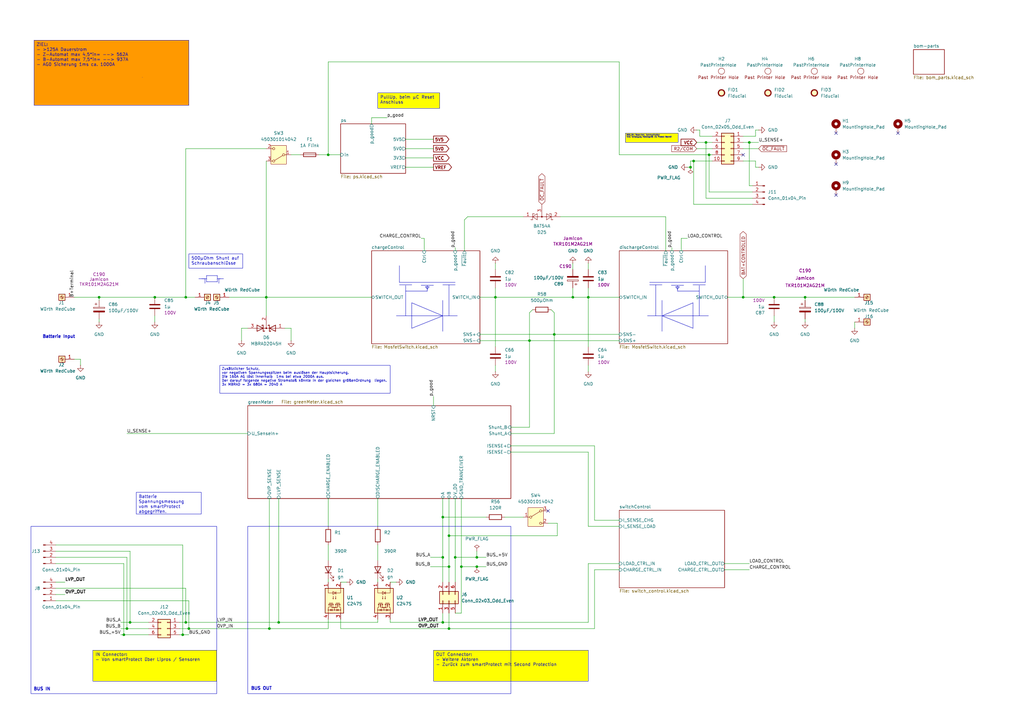
<source format=kicad_sch>
(kicad_sch
	(version 20250114)
	(generator "eeschema")
	(generator_version "9.0")
	(uuid "bf1f8167-8e29-49cc-a467-dd9cc2c77246")
	(paper "A3")
	(lib_symbols
		(symbol "Connector:Conn_01x04_Pin"
			(pin_names
				(offset 1.016)
				(hide yes)
			)
			(exclude_from_sim no)
			(in_bom yes)
			(on_board yes)
			(property "Reference" "J"
				(at 0 5.08 0)
				(effects
					(font
						(size 1.27 1.27)
					)
				)
			)
			(property "Value" "Conn_01x04_Pin"
				(at 0 -7.62 0)
				(effects
					(font
						(size 1.27 1.27)
					)
				)
			)
			(property "Footprint" ""
				(at 0 0 0)
				(effects
					(font
						(size 1.27 1.27)
					)
					(hide yes)
				)
			)
			(property "Datasheet" "~"
				(at 0 0 0)
				(effects
					(font
						(size 1.27 1.27)
					)
					(hide yes)
				)
			)
			(property "Description" "Generic connector, single row, 01x04, script generated"
				(at 0 0 0)
				(effects
					(font
						(size 1.27 1.27)
					)
					(hide yes)
				)
			)
			(property "ki_locked" ""
				(at 0 0 0)
				(effects
					(font
						(size 1.27 1.27)
					)
				)
			)
			(property "ki_keywords" "connector"
				(at 0 0 0)
				(effects
					(font
						(size 1.27 1.27)
					)
					(hide yes)
				)
			)
			(property "ki_fp_filters" "Connector*:*_1x??_*"
				(at 0 0 0)
				(effects
					(font
						(size 1.27 1.27)
					)
					(hide yes)
				)
			)
			(symbol "Conn_01x04_Pin_1_1"
				(rectangle
					(start 0.8636 2.667)
					(end 0 2.413)
					(stroke
						(width 0.1524)
						(type default)
					)
					(fill
						(type outline)
					)
				)
				(rectangle
					(start 0.8636 0.127)
					(end 0 -0.127)
					(stroke
						(width 0.1524)
						(type default)
					)
					(fill
						(type outline)
					)
				)
				(rectangle
					(start 0.8636 -2.413)
					(end 0 -2.667)
					(stroke
						(width 0.1524)
						(type default)
					)
					(fill
						(type outline)
					)
				)
				(rectangle
					(start 0.8636 -4.953)
					(end 0 -5.207)
					(stroke
						(width 0.1524)
						(type default)
					)
					(fill
						(type outline)
					)
				)
				(polyline
					(pts
						(xy 1.27 2.54) (xy 0.8636 2.54)
					)
					(stroke
						(width 0.1524)
						(type default)
					)
					(fill
						(type none)
					)
				)
				(polyline
					(pts
						(xy 1.27 0) (xy 0.8636 0)
					)
					(stroke
						(width 0.1524)
						(type default)
					)
					(fill
						(type none)
					)
				)
				(polyline
					(pts
						(xy 1.27 -2.54) (xy 0.8636 -2.54)
					)
					(stroke
						(width 0.1524)
						(type default)
					)
					(fill
						(type none)
					)
				)
				(polyline
					(pts
						(xy 1.27 -5.08) (xy 0.8636 -5.08)
					)
					(stroke
						(width 0.1524)
						(type default)
					)
					(fill
						(type none)
					)
				)
				(pin passive line
					(at 5.08 2.54 180)
					(length 3.81)
					(name "Pin_1"
						(effects
							(font
								(size 1.27 1.27)
							)
						)
					)
					(number "1"
						(effects
							(font
								(size 1.27 1.27)
							)
						)
					)
				)
				(pin passive line
					(at 5.08 0 180)
					(length 3.81)
					(name "Pin_2"
						(effects
							(font
								(size 1.27 1.27)
							)
						)
					)
					(number "2"
						(effects
							(font
								(size 1.27 1.27)
							)
						)
					)
				)
				(pin passive line
					(at 5.08 -2.54 180)
					(length 3.81)
					(name "Pin_3"
						(effects
							(font
								(size 1.27 1.27)
							)
						)
					)
					(number "3"
						(effects
							(font
								(size 1.27 1.27)
							)
						)
					)
				)
				(pin passive line
					(at 5.08 -5.08 180)
					(length 3.81)
					(name "Pin_4"
						(effects
							(font
								(size 1.27 1.27)
							)
						)
					)
					(number "4"
						(effects
							(font
								(size 1.27 1.27)
							)
						)
					)
				)
			)
			(embedded_fonts no)
		)
		(symbol "Connector:Screw_Terminal_01x01"
			(pin_names
				(offset 1.016)
				(hide yes)
			)
			(exclude_from_sim no)
			(in_bom yes)
			(on_board yes)
			(property "Reference" "J"
				(at 0 2.54 0)
				(effects
					(font
						(size 1.27 1.27)
					)
				)
			)
			(property "Value" "Screw_Terminal_01x01"
				(at 0 -2.54 0)
				(effects
					(font
						(size 1.27 1.27)
					)
				)
			)
			(property "Footprint" ""
				(at 0 0 0)
				(effects
					(font
						(size 1.27 1.27)
					)
					(hide yes)
				)
			)
			(property "Datasheet" "~"
				(at 0 0 0)
				(effects
					(font
						(size 1.27 1.27)
					)
					(hide yes)
				)
			)
			(property "Description" "Generic screw terminal, single row, 01x01, script generated (kicad-library-utils/schlib/autogen/connector/)"
				(at 0 0 0)
				(effects
					(font
						(size 1.27 1.27)
					)
					(hide yes)
				)
			)
			(property "ki_keywords" "screw terminal"
				(at 0 0 0)
				(effects
					(font
						(size 1.27 1.27)
					)
					(hide yes)
				)
			)
			(property "ki_fp_filters" "TerminalBlock*:*"
				(at 0 0 0)
				(effects
					(font
						(size 1.27 1.27)
					)
					(hide yes)
				)
			)
			(symbol "Screw_Terminal_01x01_1_1"
				(rectangle
					(start -1.27 1.27)
					(end 1.27 -1.27)
					(stroke
						(width 0.254)
						(type default)
					)
					(fill
						(type background)
					)
				)
				(polyline
					(pts
						(xy -0.5334 0.3302) (xy 0.3302 -0.508)
					)
					(stroke
						(width 0.1524)
						(type default)
					)
					(fill
						(type none)
					)
				)
				(polyline
					(pts
						(xy -0.3556 0.508) (xy 0.508 -0.3302)
					)
					(stroke
						(width 0.1524)
						(type default)
					)
					(fill
						(type none)
					)
				)
				(circle
					(center 0 0)
					(radius 0.635)
					(stroke
						(width 0.1524)
						(type default)
					)
					(fill
						(type none)
					)
				)
				(pin passive line
					(at -5.08 0 0)
					(length 3.81)
					(name "Pin_1"
						(effects
							(font
								(size 1.27 1.27)
							)
						)
					)
					(number "1"
						(effects
							(font
								(size 1.27 1.27)
							)
						)
					)
				)
			)
			(embedded_fonts no)
		)
		(symbol "Connector_Generic:Conn_02x03_Odd_Even"
			(pin_names
				(offset 1.016)
				(hide yes)
			)
			(exclude_from_sim no)
			(in_bom yes)
			(on_board yes)
			(property "Reference" "J"
				(at 1.27 5.08 0)
				(effects
					(font
						(size 1.27 1.27)
					)
				)
			)
			(property "Value" "Conn_02x03_Odd_Even"
				(at 1.27 -5.08 0)
				(effects
					(font
						(size 1.27 1.27)
					)
				)
			)
			(property "Footprint" ""
				(at 0 0 0)
				(effects
					(font
						(size 1.27 1.27)
					)
					(hide yes)
				)
			)
			(property "Datasheet" "~"
				(at 0 0 0)
				(effects
					(font
						(size 1.27 1.27)
					)
					(hide yes)
				)
			)
			(property "Description" "Generic connector, double row, 02x03, odd/even pin numbering scheme (row 1 odd numbers, row 2 even numbers), script generated (kicad-library-utils/schlib/autogen/connector/)"
				(at 0 0 0)
				(effects
					(font
						(size 1.27 1.27)
					)
					(hide yes)
				)
			)
			(property "ki_keywords" "connector"
				(at 0 0 0)
				(effects
					(font
						(size 1.27 1.27)
					)
					(hide yes)
				)
			)
			(property "ki_fp_filters" "Connector*:*_2x??_*"
				(at 0 0 0)
				(effects
					(font
						(size 1.27 1.27)
					)
					(hide yes)
				)
			)
			(symbol "Conn_02x03_Odd_Even_1_1"
				(rectangle
					(start -1.27 3.81)
					(end 3.81 -3.81)
					(stroke
						(width 0.254)
						(type default)
					)
					(fill
						(type background)
					)
				)
				(rectangle
					(start -1.27 2.667)
					(end 0 2.413)
					(stroke
						(width 0.1524)
						(type default)
					)
					(fill
						(type none)
					)
				)
				(rectangle
					(start -1.27 0.127)
					(end 0 -0.127)
					(stroke
						(width 0.1524)
						(type default)
					)
					(fill
						(type none)
					)
				)
				(rectangle
					(start -1.27 -2.413)
					(end 0 -2.667)
					(stroke
						(width 0.1524)
						(type default)
					)
					(fill
						(type none)
					)
				)
				(rectangle
					(start 3.81 2.667)
					(end 2.54 2.413)
					(stroke
						(width 0.1524)
						(type default)
					)
					(fill
						(type none)
					)
				)
				(rectangle
					(start 3.81 0.127)
					(end 2.54 -0.127)
					(stroke
						(width 0.1524)
						(type default)
					)
					(fill
						(type none)
					)
				)
				(rectangle
					(start 3.81 -2.413)
					(end 2.54 -2.667)
					(stroke
						(width 0.1524)
						(type default)
					)
					(fill
						(type none)
					)
				)
				(pin passive line
					(at -5.08 2.54 0)
					(length 3.81)
					(name "Pin_1"
						(effects
							(font
								(size 1.27 1.27)
							)
						)
					)
					(number "1"
						(effects
							(font
								(size 1.27 1.27)
							)
						)
					)
				)
				(pin passive line
					(at -5.08 0 0)
					(length 3.81)
					(name "Pin_3"
						(effects
							(font
								(size 1.27 1.27)
							)
						)
					)
					(number "3"
						(effects
							(font
								(size 1.27 1.27)
							)
						)
					)
				)
				(pin passive line
					(at -5.08 -2.54 0)
					(length 3.81)
					(name "Pin_5"
						(effects
							(font
								(size 1.27 1.27)
							)
						)
					)
					(number "5"
						(effects
							(font
								(size 1.27 1.27)
							)
						)
					)
				)
				(pin passive line
					(at 7.62 2.54 180)
					(length 3.81)
					(name "Pin_2"
						(effects
							(font
								(size 1.27 1.27)
							)
						)
					)
					(number "2"
						(effects
							(font
								(size 1.27 1.27)
							)
						)
					)
				)
				(pin passive line
					(at 7.62 0 180)
					(length 3.81)
					(name "Pin_4"
						(effects
							(font
								(size 1.27 1.27)
							)
						)
					)
					(number "4"
						(effects
							(font
								(size 1.27 1.27)
							)
						)
					)
				)
				(pin passive line
					(at 7.62 -2.54 180)
					(length 3.81)
					(name "Pin_6"
						(effects
							(font
								(size 1.27 1.27)
							)
						)
					)
					(number "6"
						(effects
							(font
								(size 1.27 1.27)
							)
						)
					)
				)
			)
			(embedded_fonts no)
		)
		(symbol "Connector_Generic:Conn_02x05_Odd_Even"
			(pin_names
				(offset 1.016)
				(hide yes)
			)
			(exclude_from_sim no)
			(in_bom yes)
			(on_board yes)
			(property "Reference" "J"
				(at 1.27 7.62 0)
				(effects
					(font
						(size 1.27 1.27)
					)
				)
			)
			(property "Value" "Conn_02x05_Odd_Even"
				(at 1.27 -7.62 0)
				(effects
					(font
						(size 1.27 1.27)
					)
				)
			)
			(property "Footprint" ""
				(at 0 0 0)
				(effects
					(font
						(size 1.27 1.27)
					)
					(hide yes)
				)
			)
			(property "Datasheet" "~"
				(at 0 0 0)
				(effects
					(font
						(size 1.27 1.27)
					)
					(hide yes)
				)
			)
			(property "Description" "Generic connector, double row, 02x05, odd/even pin numbering scheme (row 1 odd numbers, row 2 even numbers), script generated (kicad-library-utils/schlib/autogen/connector/)"
				(at 0 0 0)
				(effects
					(font
						(size 1.27 1.27)
					)
					(hide yes)
				)
			)
			(property "ki_keywords" "connector"
				(at 0 0 0)
				(effects
					(font
						(size 1.27 1.27)
					)
					(hide yes)
				)
			)
			(property "ki_fp_filters" "Connector*:*_2x??_*"
				(at 0 0 0)
				(effects
					(font
						(size 1.27 1.27)
					)
					(hide yes)
				)
			)
			(symbol "Conn_02x05_Odd_Even_1_1"
				(rectangle
					(start -1.27 6.35)
					(end 3.81 -6.35)
					(stroke
						(width 0.254)
						(type default)
					)
					(fill
						(type background)
					)
				)
				(rectangle
					(start -1.27 5.207)
					(end 0 4.953)
					(stroke
						(width 0.1524)
						(type default)
					)
					(fill
						(type none)
					)
				)
				(rectangle
					(start -1.27 2.667)
					(end 0 2.413)
					(stroke
						(width 0.1524)
						(type default)
					)
					(fill
						(type none)
					)
				)
				(rectangle
					(start -1.27 0.127)
					(end 0 -0.127)
					(stroke
						(width 0.1524)
						(type default)
					)
					(fill
						(type none)
					)
				)
				(rectangle
					(start -1.27 -2.413)
					(end 0 -2.667)
					(stroke
						(width 0.1524)
						(type default)
					)
					(fill
						(type none)
					)
				)
				(rectangle
					(start -1.27 -4.953)
					(end 0 -5.207)
					(stroke
						(width 0.1524)
						(type default)
					)
					(fill
						(type none)
					)
				)
				(rectangle
					(start 3.81 5.207)
					(end 2.54 4.953)
					(stroke
						(width 0.1524)
						(type default)
					)
					(fill
						(type none)
					)
				)
				(rectangle
					(start 3.81 2.667)
					(end 2.54 2.413)
					(stroke
						(width 0.1524)
						(type default)
					)
					(fill
						(type none)
					)
				)
				(rectangle
					(start 3.81 0.127)
					(end 2.54 -0.127)
					(stroke
						(width 0.1524)
						(type default)
					)
					(fill
						(type none)
					)
				)
				(rectangle
					(start 3.81 -2.413)
					(end 2.54 -2.667)
					(stroke
						(width 0.1524)
						(type default)
					)
					(fill
						(type none)
					)
				)
				(rectangle
					(start 3.81 -4.953)
					(end 2.54 -5.207)
					(stroke
						(width 0.1524)
						(type default)
					)
					(fill
						(type none)
					)
				)
				(pin passive line
					(at -5.08 5.08 0)
					(length 3.81)
					(name "Pin_1"
						(effects
							(font
								(size 1.27 1.27)
							)
						)
					)
					(number "1"
						(effects
							(font
								(size 1.27 1.27)
							)
						)
					)
				)
				(pin passive line
					(at -5.08 2.54 0)
					(length 3.81)
					(name "Pin_3"
						(effects
							(font
								(size 1.27 1.27)
							)
						)
					)
					(number "3"
						(effects
							(font
								(size 1.27 1.27)
							)
						)
					)
				)
				(pin passive line
					(at -5.08 0 0)
					(length 3.81)
					(name "Pin_5"
						(effects
							(font
								(size 1.27 1.27)
							)
						)
					)
					(number "5"
						(effects
							(font
								(size 1.27 1.27)
							)
						)
					)
				)
				(pin passive line
					(at -5.08 -2.54 0)
					(length 3.81)
					(name "Pin_7"
						(effects
							(font
								(size 1.27 1.27)
							)
						)
					)
					(number "7"
						(effects
							(font
								(size 1.27 1.27)
							)
						)
					)
				)
				(pin passive line
					(at -5.08 -5.08 0)
					(length 3.81)
					(name "Pin_9"
						(effects
							(font
								(size 1.27 1.27)
							)
						)
					)
					(number "9"
						(effects
							(font
								(size 1.27 1.27)
							)
						)
					)
				)
				(pin passive line
					(at 7.62 5.08 180)
					(length 3.81)
					(name "Pin_2"
						(effects
							(font
								(size 1.27 1.27)
							)
						)
					)
					(number "2"
						(effects
							(font
								(size 1.27 1.27)
							)
						)
					)
				)
				(pin passive line
					(at 7.62 2.54 180)
					(length 3.81)
					(name "Pin_4"
						(effects
							(font
								(size 1.27 1.27)
							)
						)
					)
					(number "4"
						(effects
							(font
								(size 1.27 1.27)
							)
						)
					)
				)
				(pin passive line
					(at 7.62 0 180)
					(length 3.81)
					(name "Pin_6"
						(effects
							(font
								(size 1.27 1.27)
							)
						)
					)
					(number "6"
						(effects
							(font
								(size 1.27 1.27)
							)
						)
					)
				)
				(pin passive line
					(at 7.62 -2.54 180)
					(length 3.81)
					(name "Pin_8"
						(effects
							(font
								(size 1.27 1.27)
							)
						)
					)
					(number "8"
						(effects
							(font
								(size 1.27 1.27)
							)
						)
					)
				)
				(pin passive line
					(at 7.62 -5.08 180)
					(length 3.81)
					(name "Pin_10"
						(effects
							(font
								(size 1.27 1.27)
							)
						)
					)
					(number "10"
						(effects
							(font
								(size 1.27 1.27)
							)
						)
					)
				)
			)
			(embedded_fonts no)
		)
		(symbol "Device:C"
			(pin_numbers
				(hide yes)
			)
			(pin_names
				(offset 0.254)
			)
			(exclude_from_sim no)
			(in_bom yes)
			(on_board yes)
			(property "Reference" "C"
				(at 0.635 2.54 0)
				(effects
					(font
						(size 1.27 1.27)
					)
					(justify left)
				)
			)
			(property "Value" "C"
				(at 0.635 -2.54 0)
				(effects
					(font
						(size 1.27 1.27)
					)
					(justify left)
				)
			)
			(property "Footprint" ""
				(at 0.9652 -3.81 0)
				(effects
					(font
						(size 1.27 1.27)
					)
					(hide yes)
				)
			)
			(property "Datasheet" "~"
				(at 0 0 0)
				(effects
					(font
						(size 1.27 1.27)
					)
					(hide yes)
				)
			)
			(property "Description" "Unpolarized capacitor"
				(at 0 0 0)
				(effects
					(font
						(size 1.27 1.27)
					)
					(hide yes)
				)
			)
			(property "ki_keywords" "cap capacitor"
				(at 0 0 0)
				(effects
					(font
						(size 1.27 1.27)
					)
					(hide yes)
				)
			)
			(property "ki_fp_filters" "C_*"
				(at 0 0 0)
				(effects
					(font
						(size 1.27 1.27)
					)
					(hide yes)
				)
			)
			(symbol "C_0_1"
				(polyline
					(pts
						(xy -2.032 0.762) (xy 2.032 0.762)
					)
					(stroke
						(width 0.508)
						(type default)
					)
					(fill
						(type none)
					)
				)
				(polyline
					(pts
						(xy -2.032 -0.762) (xy 2.032 -0.762)
					)
					(stroke
						(width 0.508)
						(type default)
					)
					(fill
						(type none)
					)
				)
			)
			(symbol "C_1_1"
				(pin passive line
					(at 0 3.81 270)
					(length 2.794)
					(name "~"
						(effects
							(font
								(size 1.27 1.27)
							)
						)
					)
					(number "1"
						(effects
							(font
								(size 1.27 1.27)
							)
						)
					)
				)
				(pin passive line
					(at 0 -3.81 90)
					(length 2.794)
					(name "~"
						(effects
							(font
								(size 1.27 1.27)
							)
						)
					)
					(number "2"
						(effects
							(font
								(size 1.27 1.27)
							)
						)
					)
				)
			)
			(embedded_fonts no)
		)
		(symbol "Device:C_Polarized"
			(pin_numbers
				(hide yes)
			)
			(pin_names
				(offset 0.254)
			)
			(exclude_from_sim no)
			(in_bom yes)
			(on_board yes)
			(property "Reference" "C"
				(at 0.635 2.54 0)
				(effects
					(font
						(size 1.27 1.27)
					)
					(justify left)
				)
			)
			(property "Value" "C_Polarized"
				(at 0.635 -2.54 0)
				(effects
					(font
						(size 1.27 1.27)
					)
					(justify left)
				)
			)
			(property "Footprint" ""
				(at 0.9652 -3.81 0)
				(effects
					(font
						(size 1.27 1.27)
					)
					(hide yes)
				)
			)
			(property "Datasheet" "~"
				(at 0 0 0)
				(effects
					(font
						(size 1.27 1.27)
					)
					(hide yes)
				)
			)
			(property "Description" "Polarized capacitor"
				(at 0 0 0)
				(effects
					(font
						(size 1.27 1.27)
					)
					(hide yes)
				)
			)
			(property "ki_keywords" "cap capacitor"
				(at 0 0 0)
				(effects
					(font
						(size 1.27 1.27)
					)
					(hide yes)
				)
			)
			(property "ki_fp_filters" "CP_*"
				(at 0 0 0)
				(effects
					(font
						(size 1.27 1.27)
					)
					(hide yes)
				)
			)
			(symbol "C_Polarized_0_1"
				(rectangle
					(start -2.286 0.508)
					(end 2.286 1.016)
					(stroke
						(width 0)
						(type default)
					)
					(fill
						(type none)
					)
				)
				(polyline
					(pts
						(xy -1.778 2.286) (xy -0.762 2.286)
					)
					(stroke
						(width 0)
						(type default)
					)
					(fill
						(type none)
					)
				)
				(polyline
					(pts
						(xy -1.27 2.794) (xy -1.27 1.778)
					)
					(stroke
						(width 0)
						(type default)
					)
					(fill
						(type none)
					)
				)
				(rectangle
					(start 2.286 -0.508)
					(end -2.286 -1.016)
					(stroke
						(width 0)
						(type default)
					)
					(fill
						(type outline)
					)
				)
			)
			(symbol "C_Polarized_1_1"
				(pin passive line
					(at 0 3.81 270)
					(length 2.794)
					(name "~"
						(effects
							(font
								(size 1.27 1.27)
							)
						)
					)
					(number "1"
						(effects
							(font
								(size 1.27 1.27)
							)
						)
					)
				)
				(pin passive line
					(at 0 -3.81 90)
					(length 2.794)
					(name "~"
						(effects
							(font
								(size 1.27 1.27)
							)
						)
					)
					(number "2"
						(effects
							(font
								(size 1.27 1.27)
							)
						)
					)
				)
			)
			(embedded_fonts no)
		)
		(symbol "Device:D_Schottky_Dual_CommonCathode_AKA"
			(pin_names
				(offset 0.762)
				(hide yes)
			)
			(exclude_from_sim no)
			(in_bom yes)
			(on_board yes)
			(property "Reference" "D"
				(at 1.27 -2.54 0)
				(effects
					(font
						(size 1.27 1.27)
					)
				)
			)
			(property "Value" "D_Schottky_Dual_CommonCathode_AKA"
				(at 0 2.54 0)
				(effects
					(font
						(size 1.27 1.27)
					)
				)
			)
			(property "Footprint" ""
				(at 0 0 0)
				(effects
					(font
						(size 1.27 1.27)
					)
					(hide yes)
				)
			)
			(property "Datasheet" "~"
				(at 0 0 0)
				(effects
					(font
						(size 1.27 1.27)
					)
					(hide yes)
				)
			)
			(property "Description" "Dual Schottky diode, common cathode on pin 2"
				(at 0 0 0)
				(effects
					(font
						(size 1.27 1.27)
					)
					(hide yes)
				)
			)
			(property "ki_keywords" "diode"
				(at 0 0 0)
				(effects
					(font
						(size 1.27 1.27)
					)
					(hide yes)
				)
			)
			(symbol "D_Schottky_Dual_CommonCathode_AKA_0_1"
				(polyline
					(pts
						(xy -3.81 1.27) (xy -1.27 0) (xy -3.81 -1.27) (xy -3.81 1.27) (xy -3.81 1.27) (xy -3.81 1.27)
					)
					(stroke
						(width 0.254)
						(type default)
					)
					(fill
						(type none)
					)
				)
				(polyline
					(pts
						(xy -1.778 1.016) (xy -1.778 1.27) (xy -1.27 1.27) (xy -1.27 1.27) (xy -1.27 1.27)
					)
					(stroke
						(width 0.254)
						(type default)
					)
					(fill
						(type none)
					)
				)
				(polyline
					(pts
						(xy -1.27 -1.27) (xy -1.27 1.27) (xy -1.27 1.27)
					)
					(stroke
						(width 0.254)
						(type default)
					)
					(fill
						(type none)
					)
				)
				(polyline
					(pts
						(xy -1.27 -1.27) (xy -0.762 -1.27) (xy -0.762 -1.016) (xy -0.762 -1.016)
					)
					(stroke
						(width 0.254)
						(type default)
					)
					(fill
						(type none)
					)
				)
				(polyline
					(pts
						(xy 0 0) (xy 0 -2.54)
					)
					(stroke
						(width 0)
						(type default)
					)
					(fill
						(type none)
					)
				)
				(circle
					(center 0 0)
					(radius 0.254)
					(stroke
						(width 0)
						(type default)
					)
					(fill
						(type outline)
					)
				)
				(polyline
					(pts
						(xy 1.27 1.27) (xy 0.762 1.27) (xy 0.762 1.016) (xy 0.762 1.016)
					)
					(stroke
						(width 0.254)
						(type default)
					)
					(fill
						(type none)
					)
				)
				(polyline
					(pts
						(xy 1.27 -1.27) (xy 1.27 1.27) (xy 1.27 1.27)
					)
					(stroke
						(width 0.254)
						(type default)
					)
					(fill
						(type none)
					)
				)
				(polyline
					(pts
						(xy 1.27 -1.27) (xy 1.778 -1.27) (xy 1.778 -1.016) (xy 1.778 -1.016)
					)
					(stroke
						(width 0.254)
						(type default)
					)
					(fill
						(type none)
					)
				)
				(polyline
					(pts
						(xy 3.81 0) (xy -3.81 0)
					)
					(stroke
						(width 0)
						(type default)
					)
					(fill
						(type none)
					)
				)
				(polyline
					(pts
						(xy 3.81 -1.27) (xy 1.27 0) (xy 3.81 1.27) (xy 3.81 -1.27) (xy 3.81 -1.27) (xy 3.81 -1.27)
					)
					(stroke
						(width 0.254)
						(type default)
					)
					(fill
						(type none)
					)
				)
				(pin passive line
					(at -7.62 0 0)
					(length 3.81)
					(name "A"
						(effects
							(font
								(size 1.27 1.27)
							)
						)
					)
					(number "1"
						(effects
							(font
								(size 1.27 1.27)
							)
						)
					)
				)
				(pin passive line
					(at 0 -5.08 90)
					(length 2.54)
					(name "K"
						(effects
							(font
								(size 1.27 1.27)
							)
						)
					)
					(number "2"
						(effects
							(font
								(size 1.27 1.27)
							)
						)
					)
				)
				(pin passive line
					(at 7.62 0 180)
					(length 3.81)
					(name "A"
						(effects
							(font
								(size 1.27 1.27)
							)
						)
					)
					(number "3"
						(effects
							(font
								(size 1.27 1.27)
							)
						)
					)
				)
			)
			(embedded_fonts no)
		)
		(symbol "Device:Fuse"
			(pin_numbers
				(hide yes)
			)
			(pin_names
				(offset 0)
			)
			(exclude_from_sim no)
			(in_bom yes)
			(on_board yes)
			(property "Reference" "F"
				(at 2.032 0 90)
				(effects
					(font
						(size 1.27 1.27)
					)
				)
			)
			(property "Value" "Fuse"
				(at -1.905 0 90)
				(effects
					(font
						(size 1.27 1.27)
					)
				)
			)
			(property "Footprint" ""
				(at -1.778 0 90)
				(effects
					(font
						(size 1.27 1.27)
					)
					(hide yes)
				)
			)
			(property "Datasheet" "~"
				(at 0 0 0)
				(effects
					(font
						(size 1.27 1.27)
					)
					(hide yes)
				)
			)
			(property "Description" "Fuse"
				(at 0 0 0)
				(effects
					(font
						(size 1.27 1.27)
					)
					(hide yes)
				)
			)
			(property "ki_keywords" "fuse"
				(at 0 0 0)
				(effects
					(font
						(size 1.27 1.27)
					)
					(hide yes)
				)
			)
			(property "ki_fp_filters" "*Fuse*"
				(at 0 0 0)
				(effects
					(font
						(size 1.27 1.27)
					)
					(hide yes)
				)
			)
			(symbol "Fuse_0_1"
				(rectangle
					(start -0.762 -2.54)
					(end 0.762 2.54)
					(stroke
						(width 0.254)
						(type default)
					)
					(fill
						(type none)
					)
				)
				(polyline
					(pts
						(xy 0 2.54) (xy 0 -2.54)
					)
					(stroke
						(width 0)
						(type default)
					)
					(fill
						(type none)
					)
				)
			)
			(symbol "Fuse_1_1"
				(pin passive line
					(at 0 3.81 270)
					(length 1.27)
					(name "~"
						(effects
							(font
								(size 1.27 1.27)
							)
						)
					)
					(number "1"
						(effects
							(font
								(size 1.27 1.27)
							)
						)
					)
				)
				(pin passive line
					(at 0 -3.81 90)
					(length 1.27)
					(name "~"
						(effects
							(font
								(size 1.27 1.27)
							)
						)
					)
					(number "2"
						(effects
							(font
								(size 1.27 1.27)
							)
						)
					)
				)
			)
			(embedded_fonts no)
		)
		(symbol "Device:LED"
			(pin_numbers
				(hide yes)
			)
			(pin_names
				(offset 1.016)
				(hide yes)
			)
			(exclude_from_sim no)
			(in_bom yes)
			(on_board yes)
			(property "Reference" "D"
				(at 0 2.54 0)
				(effects
					(font
						(size 1.27 1.27)
					)
				)
			)
			(property "Value" "LED"
				(at 0 -2.54 0)
				(effects
					(font
						(size 1.27 1.27)
					)
				)
			)
			(property "Footprint" ""
				(at 0 0 0)
				(effects
					(font
						(size 1.27 1.27)
					)
					(hide yes)
				)
			)
			(property "Datasheet" "~"
				(at 0 0 0)
				(effects
					(font
						(size 1.27 1.27)
					)
					(hide yes)
				)
			)
			(property "Description" "Light emitting diode"
				(at 0 0 0)
				(effects
					(font
						(size 1.27 1.27)
					)
					(hide yes)
				)
			)
			(property "Sim.Pins" "1=K 2=A"
				(at 0 0 0)
				(effects
					(font
						(size 1.27 1.27)
					)
					(hide yes)
				)
			)
			(property "ki_keywords" "LED diode"
				(at 0 0 0)
				(effects
					(font
						(size 1.27 1.27)
					)
					(hide yes)
				)
			)
			(property "ki_fp_filters" "LED* LED_SMD:* LED_THT:*"
				(at 0 0 0)
				(effects
					(font
						(size 1.27 1.27)
					)
					(hide yes)
				)
			)
			(symbol "LED_0_1"
				(polyline
					(pts
						(xy -3.048 -0.762) (xy -4.572 -2.286) (xy -3.81 -2.286) (xy -4.572 -2.286) (xy -4.572 -1.524)
					)
					(stroke
						(width 0)
						(type default)
					)
					(fill
						(type none)
					)
				)
				(polyline
					(pts
						(xy -1.778 -0.762) (xy -3.302 -2.286) (xy -2.54 -2.286) (xy -3.302 -2.286) (xy -3.302 -1.524)
					)
					(stroke
						(width 0)
						(type default)
					)
					(fill
						(type none)
					)
				)
				(polyline
					(pts
						(xy -1.27 0) (xy 1.27 0)
					)
					(stroke
						(width 0)
						(type default)
					)
					(fill
						(type none)
					)
				)
				(polyline
					(pts
						(xy -1.27 -1.27) (xy -1.27 1.27)
					)
					(stroke
						(width 0.254)
						(type default)
					)
					(fill
						(type none)
					)
				)
				(polyline
					(pts
						(xy 1.27 -1.27) (xy 1.27 1.27) (xy -1.27 0) (xy 1.27 -1.27)
					)
					(stroke
						(width 0.254)
						(type default)
					)
					(fill
						(type none)
					)
				)
			)
			(symbol "LED_1_1"
				(pin passive line
					(at -3.81 0 0)
					(length 2.54)
					(name "K"
						(effects
							(font
								(size 1.27 1.27)
							)
						)
					)
					(number "1"
						(effects
							(font
								(size 1.27 1.27)
							)
						)
					)
				)
				(pin passive line
					(at 3.81 0 180)
					(length 2.54)
					(name "A"
						(effects
							(font
								(size 1.27 1.27)
							)
						)
					)
					(number "2"
						(effects
							(font
								(size 1.27 1.27)
							)
						)
					)
				)
			)
			(embedded_fonts no)
		)
		(symbol "Device:R"
			(pin_numbers
				(hide yes)
			)
			(pin_names
				(offset 0)
			)
			(exclude_from_sim no)
			(in_bom yes)
			(on_board yes)
			(property "Reference" "R"
				(at 2.032 0 90)
				(effects
					(font
						(size 1.27 1.27)
					)
				)
			)
			(property "Value" "R"
				(at 0 0 90)
				(effects
					(font
						(size 1.27 1.27)
					)
				)
			)
			(property "Footprint" ""
				(at -1.778 0 90)
				(effects
					(font
						(size 1.27 1.27)
					)
					(hide yes)
				)
			)
			(property "Datasheet" "~"
				(at 0 0 0)
				(effects
					(font
						(size 1.27 1.27)
					)
					(hide yes)
				)
			)
			(property "Description" "Resistor"
				(at 0 0 0)
				(effects
					(font
						(size 1.27 1.27)
					)
					(hide yes)
				)
			)
			(property "ki_keywords" "R res resistor"
				(at 0 0 0)
				(effects
					(font
						(size 1.27 1.27)
					)
					(hide yes)
				)
			)
			(property "ki_fp_filters" "R_*"
				(at 0 0 0)
				(effects
					(font
						(size 1.27 1.27)
					)
					(hide yes)
				)
			)
			(symbol "R_0_1"
				(rectangle
					(start -1.016 -2.54)
					(end 1.016 2.54)
					(stroke
						(width 0.254)
						(type default)
					)
					(fill
						(type none)
					)
				)
			)
			(symbol "R_1_1"
				(pin passive line
					(at 0 3.81 270)
					(length 1.27)
					(name "~"
						(effects
							(font
								(size 1.27 1.27)
							)
						)
					)
					(number "1"
						(effects
							(font
								(size 1.27 1.27)
							)
						)
					)
				)
				(pin passive line
					(at 0 -3.81 90)
					(length 1.27)
					(name "~"
						(effects
							(font
								(size 1.27 1.27)
							)
						)
					)
					(number "2"
						(effects
							(font
								(size 1.27 1.27)
							)
						)
					)
				)
			)
			(embedded_fonts no)
		)
		(symbol "Diode:BAT54A"
			(pin_names
				(offset 1.016)
			)
			(exclude_from_sim no)
			(in_bom yes)
			(on_board yes)
			(property "Reference" "D"
				(at 0.635 -3.81 0)
				(effects
					(font
						(size 1.27 1.27)
					)
					(justify left)
				)
			)
			(property "Value" "BAT54A"
				(at -6.35 3.175 0)
				(effects
					(font
						(size 1.27 1.27)
					)
					(justify left)
				)
			)
			(property "Footprint" "Package_TO_SOT_SMD:SOT-23"
				(at 1.905 3.175 0)
				(effects
					(font
						(size 1.27 1.27)
					)
					(justify left)
					(hide yes)
				)
			)
			(property "Datasheet" "http://www.diodes.com/_files/datasheets/ds11005.pdf"
				(at -3.048 0 0)
				(effects
					(font
						(size 1.27 1.27)
					)
					(hide yes)
				)
			)
			(property "Description" "schottky barrier diode"
				(at 0 0 0)
				(effects
					(font
						(size 1.27 1.27)
					)
					(hide yes)
				)
			)
			(property "ki_keywords" "schottky diode"
				(at 0 0 0)
				(effects
					(font
						(size 1.27 1.27)
					)
					(hide yes)
				)
			)
			(property "ki_fp_filters" "SOT?23*"
				(at 0 0 0)
				(effects
					(font
						(size 1.27 1.27)
					)
					(hide yes)
				)
			)
			(symbol "BAT54A_0_1"
				(polyline
					(pts
						(xy -4.445 1.27) (xy -4.445 1.016)
					)
					(stroke
						(width 0)
						(type default)
					)
					(fill
						(type none)
					)
				)
				(polyline
					(pts
						(xy -3.81 1.27) (xy -4.445 1.27)
					)
					(stroke
						(width 0)
						(type default)
					)
					(fill
						(type none)
					)
				)
				(polyline
					(pts
						(xy -3.81 0) (xy -1.27 0)
					)
					(stroke
						(width 0)
						(type default)
					)
					(fill
						(type none)
					)
				)
				(polyline
					(pts
						(xy -3.81 -1.27) (xy -3.81 1.27)
					)
					(stroke
						(width 0)
						(type default)
					)
					(fill
						(type none)
					)
				)
				(polyline
					(pts
						(xy -3.81 -1.27) (xy -3.175 -1.27)
					)
					(stroke
						(width 0)
						(type default)
					)
					(fill
						(type none)
					)
				)
				(polyline
					(pts
						(xy -3.175 -1.27) (xy -3.175 -1.016)
					)
					(stroke
						(width 0)
						(type default)
					)
					(fill
						(type none)
					)
				)
				(polyline
					(pts
						(xy -1.905 1.27) (xy -1.905 -1.27) (xy -3.81 0) (xy -1.905 1.27)
					)
					(stroke
						(width 0)
						(type default)
					)
					(fill
						(type none)
					)
				)
				(polyline
					(pts
						(xy -1.905 0) (xy 1.905 0)
					)
					(stroke
						(width 0)
						(type default)
					)
					(fill
						(type none)
					)
				)
				(circle
					(center 0 0)
					(radius 0.254)
					(stroke
						(width 0)
						(type default)
					)
					(fill
						(type outline)
					)
				)
				(polyline
					(pts
						(xy 1.27 0) (xy 3.81 0)
					)
					(stroke
						(width 0)
						(type default)
					)
					(fill
						(type none)
					)
				)
				(polyline
					(pts
						(xy 1.905 1.27) (xy 1.905 -1.27) (xy 3.81 0) (xy 1.905 1.27)
					)
					(stroke
						(width 0)
						(type default)
					)
					(fill
						(type none)
					)
				)
				(polyline
					(pts
						(xy 3.175 -1.27) (xy 3.175 -1.016)
					)
					(stroke
						(width 0)
						(type default)
					)
					(fill
						(type none)
					)
				)
				(polyline
					(pts
						(xy 3.81 1.27) (xy 4.445 1.27)
					)
					(stroke
						(width 0)
						(type default)
					)
					(fill
						(type none)
					)
				)
				(polyline
					(pts
						(xy 3.81 -1.27) (xy 3.175 -1.27)
					)
					(stroke
						(width 0)
						(type default)
					)
					(fill
						(type none)
					)
				)
				(polyline
					(pts
						(xy 3.81 -1.27) (xy 3.81 1.27)
					)
					(stroke
						(width 0)
						(type default)
					)
					(fill
						(type none)
					)
				)
				(polyline
					(pts
						(xy 4.445 1.27) (xy 4.445 1.016)
					)
					(stroke
						(width 0)
						(type default)
					)
					(fill
						(type none)
					)
				)
			)
			(symbol "BAT54A_1_1"
				(pin passive line
					(at -7.62 0 0)
					(length 3.81)
					(name "~"
						(effects
							(font
								(size 1.27 1.27)
							)
						)
					)
					(number "1"
						(effects
							(font
								(size 1.27 1.27)
							)
						)
					)
				)
				(pin passive line
					(at 0 -5.08 90)
					(length 5.08)
					(name "~"
						(effects
							(font
								(size 1.27 1.27)
							)
						)
					)
					(number "3"
						(effects
							(font
								(size 1.27 1.27)
							)
						)
					)
				)
				(pin passive line
					(at 7.62 0 180)
					(length 3.81)
					(name "~"
						(effects
							(font
								(size 1.27 1.27)
							)
						)
					)
					(number "2"
						(effects
							(font
								(size 1.27 1.27)
							)
						)
					)
				)
			)
			(embedded_fonts no)
		)
		(symbol "Mechanical:Fiducial"
			(exclude_from_sim yes)
			(in_bom no)
			(on_board yes)
			(property "Reference" "FID"
				(at 0 5.08 0)
				(effects
					(font
						(size 1.27 1.27)
					)
				)
			)
			(property "Value" "Fiducial"
				(at 0 3.175 0)
				(effects
					(font
						(size 1.27 1.27)
					)
				)
			)
			(property "Footprint" ""
				(at 0 0 0)
				(effects
					(font
						(size 1.27 1.27)
					)
					(hide yes)
				)
			)
			(property "Datasheet" "~"
				(at 0 0 0)
				(effects
					(font
						(size 1.27 1.27)
					)
					(hide yes)
				)
			)
			(property "Description" "Fiducial Marker"
				(at 0 0 0)
				(effects
					(font
						(size 1.27 1.27)
					)
					(hide yes)
				)
			)
			(property "ki_keywords" "fiducial marker"
				(at 0 0 0)
				(effects
					(font
						(size 1.27 1.27)
					)
					(hide yes)
				)
			)
			(property "ki_fp_filters" "Fiducial*"
				(at 0 0 0)
				(effects
					(font
						(size 1.27 1.27)
					)
					(hide yes)
				)
			)
			(symbol "Fiducial_0_1"
				(circle
					(center 0 0)
					(radius 1.27)
					(stroke
						(width 0.508)
						(type default)
					)
					(fill
						(type background)
					)
				)
			)
			(embedded_fonts no)
		)
		(symbol "Mechanical:MountingHole_Pad"
			(pin_numbers
				(hide yes)
			)
			(pin_names
				(offset 1.016)
				(hide yes)
			)
			(exclude_from_sim yes)
			(in_bom no)
			(on_board yes)
			(property "Reference" "H"
				(at 0 6.35 0)
				(effects
					(font
						(size 1.27 1.27)
					)
				)
			)
			(property "Value" "MountingHole_Pad"
				(at 0 4.445 0)
				(effects
					(font
						(size 1.27 1.27)
					)
				)
			)
			(property "Footprint" ""
				(at 0 0 0)
				(effects
					(font
						(size 1.27 1.27)
					)
					(hide yes)
				)
			)
			(property "Datasheet" "~"
				(at 0 0 0)
				(effects
					(font
						(size 1.27 1.27)
					)
					(hide yes)
				)
			)
			(property "Description" "Mounting Hole with connection"
				(at 0 0 0)
				(effects
					(font
						(size 1.27 1.27)
					)
					(hide yes)
				)
			)
			(property "ki_keywords" "mounting hole"
				(at 0 0 0)
				(effects
					(font
						(size 1.27 1.27)
					)
					(hide yes)
				)
			)
			(property "ki_fp_filters" "MountingHole*Pad*"
				(at 0 0 0)
				(effects
					(font
						(size 1.27 1.27)
					)
					(hide yes)
				)
			)
			(symbol "MountingHole_Pad_0_1"
				(circle
					(center 0 1.27)
					(radius 1.27)
					(stroke
						(width 1.27)
						(type default)
					)
					(fill
						(type none)
					)
				)
			)
			(symbol "MountingHole_Pad_1_1"
				(pin input line
					(at 0 -2.54 90)
					(length 2.54)
					(name "1"
						(effects
							(font
								(size 1.27 1.27)
							)
						)
					)
					(number "1"
						(effects
							(font
								(size 1.27 1.27)
							)
						)
					)
				)
			)
			(embedded_fonts no)
		)
		(symbol "Relay_SolidState:ASSR-1218"
			(exclude_from_sim no)
			(in_bom yes)
			(on_board yes)
			(property "Reference" "U"
				(at -5.08 5.08 0)
				(effects
					(font
						(size 1.27 1.27)
					)
					(justify left)
				)
			)
			(property "Value" "ASSR-1218"
				(at 0 5.08 0)
				(effects
					(font
						(size 1.27 1.27)
					)
					(justify left)
				)
			)
			(property "Footprint" "Package_SO:SO-4_4.4x4.3mm_P2.54mm"
				(at -5.08 -5.08 0)
				(effects
					(font
						(size 1.27 1.27)
						(italic yes)
					)
					(justify left)
					(hide yes)
				)
			)
			(property "Datasheet" "https://docs.broadcom.com/docs/AV02-0173EN"
				(at 0 0 0)
				(effects
					(font
						(size 1.27 1.27)
					)
					(justify left)
					(hide yes)
				)
			)
			(property "Description" "Form A, Solid State Relay (Photo MOSFET) 60V, 0.2A, 10Ohm, SO-4"
				(at 0 0 0)
				(effects
					(font
						(size 1.27 1.27)
					)
					(hide yes)
				)
			)
			(property "ki_keywords" "MOSFET Output Photorelay 1-Form-A"
				(at 0 0 0)
				(effects
					(font
						(size 1.27 1.27)
					)
					(hide yes)
				)
			)
			(property "ki_fp_filters" "SO*4.4x4.3mm*P2.54mm*"
				(at 0 0 0)
				(effects
					(font
						(size 1.27 1.27)
					)
					(hide yes)
				)
			)
			(symbol "ASSR-1218_0_1"
				(rectangle
					(start -5.08 3.81)
					(end 5.08 -3.81)
					(stroke
						(width 0.254)
						(type default)
					)
					(fill
						(type background)
					)
				)
				(polyline
					(pts
						(xy -5.08 2.54) (xy -3.175 2.54) (xy -3.175 -2.54) (xy -5.08 -2.54)
					)
					(stroke
						(width 0)
						(type default)
					)
					(fill
						(type none)
					)
				)
				(polyline
					(pts
						(xy -3.81 -0.635) (xy -2.54 -0.635)
					)
					(stroke
						(width 0)
						(type default)
					)
					(fill
						(type none)
					)
				)
				(polyline
					(pts
						(xy -3.175 -0.635) (xy -3.81 0.635) (xy -2.54 0.635) (xy -3.175 -0.635)
					)
					(stroke
						(width 0)
						(type default)
					)
					(fill
						(type none)
					)
				)
				(polyline
					(pts
						(xy -1.905 0.508) (xy -0.635 0.508) (xy -1.016 0.381) (xy -1.016 0.635) (xy -0.635 0.508)
					)
					(stroke
						(width 0)
						(type default)
					)
					(fill
						(type none)
					)
				)
				(polyline
					(pts
						(xy -1.905 -0.508) (xy -0.635 -0.508) (xy -1.016 -0.635) (xy -1.016 -0.381) (xy -0.635 -0.508)
					)
					(stroke
						(width 0)
						(type default)
					)
					(fill
						(type none)
					)
				)
				(polyline
					(pts
						(xy 1.016 2.159) (xy 1.016 0.635)
					)
					(stroke
						(width 0.2032)
						(type default)
					)
					(fill
						(type none)
					)
				)
				(polyline
					(pts
						(xy 1.016 -0.635) (xy 1.016 -2.159)
					)
					(stroke
						(width 0.2032)
						(type default)
					)
					(fill
						(type none)
					)
				)
				(polyline
					(pts
						(xy 1.524 2.286) (xy 1.524 2.032) (xy 1.524 2.032)
					)
					(stroke
						(width 0.3556)
						(type default)
					)
					(fill
						(type none)
					)
				)
				(polyline
					(pts
						(xy 1.524 1.524) (xy 1.524 1.27) (xy 1.524 1.27)
					)
					(stroke
						(width 0.3556)
						(type default)
					)
					(fill
						(type none)
					)
				)
				(polyline
					(pts
						(xy 1.524 0.762) (xy 1.524 0.508) (xy 1.524 0.508)
					)
					(stroke
						(width 0.3556)
						(type default)
					)
					(fill
						(type none)
					)
				)
				(polyline
					(pts
						(xy 1.524 -0.508) (xy 1.524 -0.762)
					)
					(stroke
						(width 0.3556)
						(type default)
					)
					(fill
						(type none)
					)
				)
				(polyline
					(pts
						(xy 1.524 -1.27) (xy 1.524 -1.524) (xy 1.524 -1.524)
					)
					(stroke
						(width 0.3556)
						(type default)
					)
					(fill
						(type none)
					)
				)
				(polyline
					(pts
						(xy 1.524 -2.032) (xy 1.524 -2.286) (xy 1.524 -2.286)
					)
					(stroke
						(width 0.3556)
						(type default)
					)
					(fill
						(type none)
					)
				)
				(polyline
					(pts
						(xy 1.651 2.159) (xy 2.794 2.159) (xy 2.794 2.54) (xy 5.08 2.54)
					)
					(stroke
						(width 0)
						(type default)
					)
					(fill
						(type none)
					)
				)
				(polyline
					(pts
						(xy 1.651 1.397) (xy 2.794 1.397) (xy 2.794 0.635)
					)
					(stroke
						(width 0)
						(type default)
					)
					(fill
						(type none)
					)
				)
				(polyline
					(pts
						(xy 1.651 -0.635) (xy 2.794 -0.635) (xy 2.794 0.635) (xy 1.651 0.635)
					)
					(stroke
						(width 0)
						(type default)
					)
					(fill
						(type none)
					)
				)
				(polyline
					(pts
						(xy 1.651 -1.397) (xy 2.794 -1.397) (xy 2.794 -0.635)
					)
					(stroke
						(width 0)
						(type default)
					)
					(fill
						(type none)
					)
				)
				(polyline
					(pts
						(xy 1.651 -2.159) (xy 2.794 -2.159) (xy 2.794 -2.54) (xy 5.08 -2.54)
					)
					(stroke
						(width 0)
						(type default)
					)
					(fill
						(type none)
					)
				)
				(polyline
					(pts
						(xy 1.778 1.397) (xy 2.286 1.524) (xy 2.286 1.27) (xy 1.778 1.397)
					)
					(stroke
						(width 0)
						(type default)
					)
					(fill
						(type none)
					)
				)
				(polyline
					(pts
						(xy 1.778 -1.397) (xy 2.286 -1.27) (xy 2.286 -1.524) (xy 1.778 -1.397)
					)
					(stroke
						(width 0)
						(type default)
					)
					(fill
						(type none)
					)
				)
				(circle
					(center 2.794 0.635)
					(radius 0.127)
					(stroke
						(width 0)
						(type default)
					)
					(fill
						(type none)
					)
				)
				(polyline
					(pts
						(xy 2.794 0) (xy 3.81 0)
					)
					(stroke
						(width 0)
						(type default)
					)
					(fill
						(type none)
					)
				)
				(circle
					(center 2.794 0)
					(radius 0.127)
					(stroke
						(width 0)
						(type default)
					)
					(fill
						(type none)
					)
				)
				(circle
					(center 2.794 -0.635)
					(radius 0.127)
					(stroke
						(width 0)
						(type default)
					)
					(fill
						(type none)
					)
				)
				(polyline
					(pts
						(xy 3.429 1.651) (xy 4.191 1.651)
					)
					(stroke
						(width 0)
						(type default)
					)
					(fill
						(type none)
					)
				)
				(polyline
					(pts
						(xy 3.429 -1.651) (xy 4.191 -1.651)
					)
					(stroke
						(width 0)
						(type default)
					)
					(fill
						(type none)
					)
				)
				(circle
					(center 3.81 2.54)
					(radius 0.127)
					(stroke
						(width 0)
						(type default)
					)
					(fill
						(type none)
					)
				)
				(polyline
					(pts
						(xy 3.81 1.651) (xy 3.429 0.889) (xy 4.191 0.889) (xy 3.81 1.651)
					)
					(stroke
						(width 0)
						(type default)
					)
					(fill
						(type none)
					)
				)
				(circle
					(center 3.81 0)
					(radius 0.127)
					(stroke
						(width 0)
						(type default)
					)
					(fill
						(type none)
					)
				)
				(polyline
					(pts
						(xy 3.81 -1.651) (xy 3.429 -0.889) (xy 4.191 -0.889) (xy 3.81 -1.651)
					)
					(stroke
						(width 0)
						(type default)
					)
					(fill
						(type none)
					)
				)
				(polyline
					(pts
						(xy 3.81 -2.54) (xy 3.81 2.54)
					)
					(stroke
						(width 0)
						(type default)
					)
					(fill
						(type none)
					)
				)
				(circle
					(center 3.81 -2.54)
					(radius 0.127)
					(stroke
						(width 0)
						(type default)
					)
					(fill
						(type none)
					)
				)
			)
			(symbol "ASSR-1218_1_1"
				(pin passive line
					(at -7.62 2.54 0)
					(length 2.54)
					(name "~"
						(effects
							(font
								(size 1.27 1.27)
							)
						)
					)
					(number "1"
						(effects
							(font
								(size 1.27 1.27)
							)
						)
					)
				)
				(pin passive line
					(at -7.62 -2.54 0)
					(length 2.54)
					(name "~"
						(effects
							(font
								(size 1.27 1.27)
							)
						)
					)
					(number "2"
						(effects
							(font
								(size 1.27 1.27)
							)
						)
					)
				)
				(pin passive line
					(at 7.62 2.54 180)
					(length 2.54)
					(name "~"
						(effects
							(font
								(size 1.27 1.27)
							)
						)
					)
					(number "4"
						(effects
							(font
								(size 1.27 1.27)
							)
						)
					)
				)
				(pin passive line
					(at 7.62 -2.54 180)
					(length 2.54)
					(name "~"
						(effects
							(font
								(size 1.27 1.27)
							)
						)
					)
					(number "3"
						(effects
							(font
								(size 1.27 1.27)
							)
						)
					)
				)
			)
			(embedded_fonts no)
		)
		(symbol "Switch:SW_Wuerth_450301014042"
			(pin_names
				(offset 1)
				(hide yes)
			)
			(exclude_from_sim no)
			(in_bom yes)
			(on_board yes)
			(property "Reference" "SW"
				(at 0 5.08 0)
				(effects
					(font
						(size 1.27 1.27)
					)
				)
			)
			(property "Value" "SW_Wuerth_450301014042"
				(at 0 -5.08 0)
				(effects
					(font
						(size 1.27 1.27)
					)
				)
			)
			(property "Footprint" "Button_Switch_THT:SW_Slide-03_Wuerth-WS-SLTV_10x2.5x6.4_P2.54mm"
				(at 0 -10.16 0)
				(effects
					(font
						(size 1.27 1.27)
					)
					(hide yes)
				)
			)
			(property "Datasheet" "https://www.we-online.com/components/products/datasheet/450301014042.pdf"
				(at 0 -7.62 0)
				(effects
					(font
						(size 1.27 1.27)
					)
					(hide yes)
				)
			)
			(property "Description" "Switch slide, single pole double throw"
				(at 0 0 0)
				(effects
					(font
						(size 1.27 1.27)
					)
					(hide yes)
				)
			)
			(property "ki_keywords" "changeover single-pole opposite-side-connection double-throw spdt ON-ON"
				(at 0 0 0)
				(effects
					(font
						(size 1.27 1.27)
					)
					(hide yes)
				)
			)
			(property "ki_fp_filters" "SW*Wuerth*WS*SLTV*10x2.5x6.4*P2.54mm*"
				(at 0 0 0)
				(effects
					(font
						(size 1.27 1.27)
					)
					(hide yes)
				)
			)
			(symbol "SW_Wuerth_450301014042_0_1"
				(circle
					(center -2.032 0)
					(radius 0.4572)
					(stroke
						(width 0)
						(type default)
					)
					(fill
						(type none)
					)
				)
				(polyline
					(pts
						(xy -1.651 0.254) (xy 1.651 2.286)
					)
					(stroke
						(width 0)
						(type default)
					)
					(fill
						(type none)
					)
				)
				(circle
					(center 2.032 2.54)
					(radius 0.4572)
					(stroke
						(width 0)
						(type default)
					)
					(fill
						(type none)
					)
				)
				(circle
					(center 2.032 -2.54)
					(radius 0.4572)
					(stroke
						(width 0)
						(type default)
					)
					(fill
						(type none)
					)
				)
			)
			(symbol "SW_Wuerth_450301014042_1_1"
				(rectangle
					(start -3.175 3.81)
					(end 3.175 -3.81)
					(stroke
						(width 0)
						(type default)
					)
					(fill
						(type background)
					)
				)
				(pin passive line
					(at -5.08 0 0)
					(length 2.54)
					(name "B"
						(effects
							(font
								(size 1.27 1.27)
							)
						)
					)
					(number "1"
						(effects
							(font
								(size 1.27 1.27)
							)
						)
					)
				)
				(pin passive line
					(at 5.08 2.54 180)
					(length 2.54)
					(name "A"
						(effects
							(font
								(size 1.27 1.27)
							)
						)
					)
					(number "3"
						(effects
							(font
								(size 1.27 1.27)
							)
						)
					)
				)
				(pin passive line
					(at 5.08 -2.54 180)
					(length 2.54)
					(name "C"
						(effects
							(font
								(size 1.27 1.27)
							)
						)
					)
					(number "2"
						(effects
							(font
								(size 1.27 1.27)
							)
						)
					)
				)
			)
			(embedded_fonts no)
		)
		(symbol "myMounting:mounting_past_printer"
			(exclude_from_sim no)
			(in_bom no)
			(on_board yes)
			(property "Reference" "H"
				(at 0 0 0)
				(effects
					(font
						(size 1.27 1.27)
					)
				)
			)
			(property "Value" ""
				(at 0 0 0)
				(effects
					(font
						(size 1.27 1.27)
					)
				)
			)
			(property "Footprint" "myHoles:printer_mounting_holes_1mm"
				(at 0 0 0)
				(effects
					(font
						(size 1.27 1.27)
					)
					(hide yes)
				)
			)
			(property "Datasheet" ""
				(at 0 0 0)
				(effects
					(font
						(size 1.27 1.27)
					)
					(hide yes)
				)
			)
			(property "Description" ""
				(at 0 0 0)
				(effects
					(font
						(size 1.27 1.27)
					)
					(hide yes)
				)
			)
			(symbol "mounting_past_printer_0_1"
				(circle
					(center 0 0)
					(radius 1.27)
					(stroke
						(width 0)
						(type default)
					)
					(fill
						(type none)
					)
				)
			)
			(symbol "mounting_past_printer_1_1"
				(text "Past Printer Hole\n"
					(at -1.27 -2.54 0)
					(effects
						(font
							(size 1.27 1.27)
						)
					)
				)
			)
			(embedded_fonts no)
		)
		(symbol "power:GND"
			(power)
			(pin_numbers
				(hide yes)
			)
			(pin_names
				(offset 0)
				(hide yes)
			)
			(exclude_from_sim no)
			(in_bom yes)
			(on_board yes)
			(property "Reference" "#PWR"
				(at 0 -6.35 0)
				(effects
					(font
						(size 1.27 1.27)
					)
					(hide yes)
				)
			)
			(property "Value" "GND"
				(at 0 -3.81 0)
				(effects
					(font
						(size 1.27 1.27)
					)
				)
			)
			(property "Footprint" ""
				(at 0 0 0)
				(effects
					(font
						(size 1.27 1.27)
					)
					(hide yes)
				)
			)
			(property "Datasheet" ""
				(at 0 0 0)
				(effects
					(font
						(size 1.27 1.27)
					)
					(hide yes)
				)
			)
			(property "Description" "Power symbol creates a global label with name \"GND\" , ground"
				(at 0 0 0)
				(effects
					(font
						(size 1.27 1.27)
					)
					(hide yes)
				)
			)
			(property "ki_keywords" "global power"
				(at 0 0 0)
				(effects
					(font
						(size 1.27 1.27)
					)
					(hide yes)
				)
			)
			(symbol "GND_0_1"
				(polyline
					(pts
						(xy 0 0) (xy 0 -1.27) (xy 1.27 -1.27) (xy 0 -2.54) (xy -1.27 -1.27) (xy 0 -1.27)
					)
					(stroke
						(width 0)
						(type default)
					)
					(fill
						(type none)
					)
				)
			)
			(symbol "GND_1_1"
				(pin power_in line
					(at 0 0 270)
					(length 0)
					(name "~"
						(effects
							(font
								(size 1.27 1.27)
							)
						)
					)
					(number "1"
						(effects
							(font
								(size 1.27 1.27)
							)
						)
					)
				)
			)
			(embedded_fonts no)
		)
		(symbol "power:PWR_FLAG"
			(power)
			(pin_numbers
				(hide yes)
			)
			(pin_names
				(offset 0)
				(hide yes)
			)
			(exclude_from_sim no)
			(in_bom yes)
			(on_board yes)
			(property "Reference" "#FLG"
				(at 0 1.905 0)
				(effects
					(font
						(size 1.27 1.27)
					)
					(hide yes)
				)
			)
			(property "Value" "PWR_FLAG"
				(at 0 3.81 0)
				(effects
					(font
						(size 1.27 1.27)
					)
				)
			)
			(property "Footprint" ""
				(at 0 0 0)
				(effects
					(font
						(size 1.27 1.27)
					)
					(hide yes)
				)
			)
			(property "Datasheet" "~"
				(at 0 0 0)
				(effects
					(font
						(size 1.27 1.27)
					)
					(hide yes)
				)
			)
			(property "Description" "Special symbol for telling ERC where power comes from"
				(at 0 0 0)
				(effects
					(font
						(size 1.27 1.27)
					)
					(hide yes)
				)
			)
			(property "ki_keywords" "flag power"
				(at 0 0 0)
				(effects
					(font
						(size 1.27 1.27)
					)
					(hide yes)
				)
			)
			(symbol "PWR_FLAG_0_0"
				(pin power_out line
					(at 0 0 90)
					(length 0)
					(name "~"
						(effects
							(font
								(size 1.27 1.27)
							)
						)
					)
					(number "1"
						(effects
							(font
								(size 1.27 1.27)
							)
						)
					)
				)
			)
			(symbol "PWR_FLAG_0_1"
				(polyline
					(pts
						(xy 0 0) (xy 0 1.27) (xy -1.016 1.905) (xy 0 2.54) (xy 1.016 1.905) (xy 0 1.27)
					)
					(stroke
						(width 0)
						(type default)
					)
					(fill
						(type none)
					)
				)
			)
			(embedded_fonts no)
		)
	)
	(rectangle
		(start 101.6 215.9)
		(end 209.55 284.48)
		(stroke
			(width 0)
			(type default)
		)
		(fill
			(type none)
		)
		(uuid 850298ac-a063-417f-9435-f66bccdf823b)
	)
	(rectangle
		(start 12.7 215.9)
		(end 88.9 284.48)
		(stroke
			(width 0)
			(type default)
		)
		(fill
			(type none)
		)
		(uuid cf63cb3a-9eee-4975-a102-849d1c547225)
	)
	(text "BUS IN"
		(exclude_from_sim no)
		(at 13.716 283.464 0)
		(effects
			(font
				(size 1.27 1.27)
				(thickness 0.254)
				(bold yes)
			)
			(justify left bottom)
		)
		(uuid "136446c8-4f74-4b3c-959d-a42a5556ed4e")
	)
	(text "Batterie Input"
		(exclude_from_sim no)
		(at 24.13 138.176 0)
		(effects
			(font
				(size 1.27 1.27)
				(thickness 0.254)
				(bold yes)
			)
		)
		(uuid "8fb42ca2-5f05-451a-bcbc-8e2b950c0fd2")
	)
	(text "BUS OUT"
		(exclude_from_sim no)
		(at 102.87 283.21 0)
		(effects
			(font
				(size 1.27 1.27)
				(thickness 0.254)
				(bold yes)
			)
			(justify left bottom)
		)
		(uuid "9353200d-486c-4265-b7e3-1826a39658f3")
	)
	(text_box "Batterie Spannungsmessung\nvom smartProtect abgegriffen."
		(exclude_from_sim no)
		(at 55.88 201.93 0)
		(size 26.67 8.89)
		(margins 0.9525 0.9525 0.9525 0.9525)
		(stroke
			(width 0)
			(type default)
		)
		(fill
			(type none)
		)
		(effects
			(font
				(size 1.27 1.27)
			)
			(justify left top)
		)
		(uuid "01cccd26-2abf-449f-83fa-ad7fc57b30f9")
	)
	(text_box "IN Connector:\n- Von smartProtect über Lipros / Sensoren\n\n"
		(exclude_from_sim no)
		(at 38.1 266.7 0)
		(size 50.8 12.7)
		(margins 0.9525 0.9525 0.9525 0.9525)
		(stroke
			(width 0)
			(type default)
		)
		(fill
			(type color)
			(color 255 255 0 1)
		)
		(effects
			(font
				(size 1.27 1.27)
			)
			(justify left top)
		)
		(uuid "41a30109-5e66-4795-8642-3e645e3d3e64")
	)
	(text_box "BMS_OK: Reserviert, Kommunikation\nVCC: Versorgung Mastergerät via Protect Board? "
		(exclude_from_sim no)
		(at 256.54 54.61 0)
		(size 21.59 3.81)
		(margins 0.375 0.375 0.375 0.375)
		(stroke
			(width 0)
			(type default)
		)
		(fill
			(type color)
			(color 255 255 0 1)
		)
		(effects
			(font
				(size 0.5 0.5)
			)
			(justify left top)
		)
		(uuid "64d119dc-3a90-48b1-8c4c-c9ce2768d752")
	)
	(text_box "OUT Connector:\n- Weitere Aktoren\n- Zurück zum smartProtect mit Second Protection\n"
		(exclude_from_sim no)
		(at 177.8 266.7 0)
		(size 63.5 12.7)
		(margins 0.9525 0.9525 0.9525 0.9525)
		(stroke
			(width 0)
			(type default)
		)
		(fill
			(type color)
			(color 255 255 0 1)
		)
		(effects
			(font
				(size 1.27 1.27)
			)
			(justify left top)
		)
		(uuid "6c579540-6a80-472c-9223-bd719a421bc3")
	)
	(text_box "500µOhm Shunt auf \nSchraubanschlüsse"
		(exclude_from_sim no)
		(at 77.47 104.14 0)
		(size 22.098 5.842)
		(margins 0.9525 0.9525 0.9525 0.9525)
		(stroke
			(width 0)
			(type default)
		)
		(fill
			(type none)
		)
		(effects
			(font
				(size 1.27 1.27)
			)
			(justify left top)
		)
		(uuid "6d74accd-19d9-4370-b7f1-97049c8dda2e")
	)
	(text_box "Zusätzlicher Schutz, \nvor negativen Spannungsspitzen beim auslösen der Hauptsicherung.\nDie 160A AG löst innerhalb  1ms bei etwa 2000A aus. \nDer darauf folgende negative Stromstoß könnte in der gleichen größenOrdnung  liegen.\n3x MBRAD = 3x 680A = 2040 A  "
		(exclude_from_sim no)
		(at 90.17 149.86 0)
		(size 69.85 11.43)
		(margins 0.75 0.75 0.75 0.75)
		(stroke
			(width 0)
			(type default)
		)
		(fill
			(type none)
		)
		(effects
			(font
				(size 1 1)
			)
			(justify left top)
		)
		(uuid "7f14e57d-6151-4915-8cac-79f1796eda1f")
	)
	(text_box "ZIEL:\n- >125A Dauerstrom\n- Z-Automat max 4,5*in= --> 562A\n- B-Automat max 7,5*in= --> 937A\n- AG0 Sicherung 1ms ca. 1000A"
		(exclude_from_sim no)
		(at 13.97 16.51 0)
		(size 63.5 26.67)
		(margins 0.9525 0.9525 0.9525 0.9525)
		(stroke
			(width 0)
			(type default)
		)
		(fill
			(type color)
			(color 255 153 0 1)
		)
		(effects
			(font
				(size 1.27 1.27)
			)
			(justify left top)
		)
		(uuid "9753d98c-c394-468d-b2f9-e9d88948aa0f")
	)
	(text_box "PullUp, beim µC Reset Anschluss"
		(exclude_from_sim no)
		(at 154.94 38.1 0)
		(size 25.4 6.35)
		(margins 0.9525 0.9525 0.9525 0.9525)
		(stroke
			(width 0)
			(type solid)
		)
		(fill
			(type color)
			(color 255 255 0 1)
		)
		(effects
			(font
				(size 1.27 1.27)
			)
			(justify left top)
		)
		(uuid "db626048-c77e-485a-97cc-98752e0f4378")
	)
	(text_box ""
		(exclude_from_sim no)
		(at 58.42 31.75 0)
		(size 0 0)
		(margins 0.9525 0.9525 0.9525 0.9525)
		(stroke
			(width 0)
			(type default)
		)
		(fill
			(type color)
			(color 255 153 0 1)
		)
		(effects
			(font
				(size 1.27 1.27)
			)
			(justify left top)
		)
		(uuid "e3014389-9d15-4bd3-ab5c-528c4d258cc0")
	)
	(junction
		(at 227.33 137.16)
		(diameter 0)
		(color 0 0 0 0)
		(uuid "0183d4b9-643b-4595-b663-439c0c67b46a")
	)
	(junction
		(at 195.58 232.41)
		(diameter 0)
		(color 0 0 0 0)
		(uuid "01ef25e3-1aa9-44fe-903e-797f45fcd5d2")
	)
	(junction
		(at 330.2 121.92)
		(diameter 0)
		(color 0 0 0 0)
		(uuid "04876ec0-ab01-402f-9e08-2abe75855114")
	)
	(junction
		(at 76.2 121.92)
		(diameter 0)
		(color 0 0 0 0)
		(uuid "0be733e0-620d-4b30-ba9c-7e9aec93c0eb")
	)
	(junction
		(at 307.34 58.42)
		(diameter 0)
		(color 0 0 0 0)
		(uuid "1ef8064b-869d-486a-98dc-1684228bd5dc")
	)
	(junction
		(at 134.62 63.5)
		(diameter 0)
		(color 0 0 0 0)
		(uuid "2ad941fe-d63d-496e-b8c7-a3fbb1382a1e")
	)
	(junction
		(at 53.34 255.27)
		(diameter 0)
		(color 0 0 0 0)
		(uuid "2faeb461-3adc-4c30-9801-802bde8c2151")
	)
	(junction
		(at 77.47 257.81)
		(diameter 0)
		(color 0 0 0 0)
		(uuid "33fbbb57-87c9-41e3-a421-5ff535d8702c")
	)
	(junction
		(at 184.15 219.71)
		(diameter 0)
		(color 0 0 0 0)
		(uuid "3d19c551-c9f4-46d7-99b4-36301a9fcb18")
	)
	(junction
		(at 110.49 257.81)
		(diameter 0)
		(color 0 0 0 0)
		(uuid "4bb78399-e364-4153-9c05-2963e37d0e66")
	)
	(junction
		(at 40.64 121.92)
		(diameter 0)
		(color 0 0 0 0)
		(uuid "514727c9-be58-4a6d-aa3d-d25f0cf3d6c9")
	)
	(junction
		(at 50.8 260.35)
		(diameter 0)
		(color 0 0 0 0)
		(uuid "6297cd39-09c1-4dc3-a26b-79f42ef9a976")
	)
	(junction
		(at 63.5 121.92)
		(diameter 0)
		(color 0 0 0 0)
		(uuid "7179d82a-7cf7-4045-b7ba-709b86a81300")
	)
	(junction
		(at 195.58 228.6)
		(diameter 0)
		(color 0 0 0 0)
		(uuid "75dbdeba-a87b-4618-9ad0-8fdbf59a620c")
	)
	(junction
		(at 184.15 232.41)
		(diameter 0)
		(color 0 0 0 0)
		(uuid "7d21cd92-2354-4b96-bdc1-eb2c8973d10b")
	)
	(junction
		(at 217.17 139.7)
		(diameter 0)
		(color 0 0 0 0)
		(uuid "7fa27112-b97d-4bf4-8273-4291d14f36f5")
	)
	(junction
		(at 109.22 121.92)
		(diameter 0)
		(color 0 0 0 0)
		(uuid "87a907b7-9c8e-4af2-8895-449a82f2f1d2")
	)
	(junction
		(at 181.61 228.6)
		(diameter 0)
		(color 0 0 0 0)
		(uuid "91992f9c-19ac-45fd-b2b2-dadc39e1db97")
	)
	(junction
		(at 74.93 260.35)
		(diameter 0)
		(color 0 0 0 0)
		(uuid "94406287-d350-40f3-b51a-33a01448f227")
	)
	(junction
		(at 317.5 121.92)
		(diameter 0)
		(color 0 0 0 0)
		(uuid "998adf8c-c476-4d78-9612-ad1480149191")
	)
	(junction
		(at 284.48 66.04)
		(diameter 0)
		(color 0 0 0 0)
		(uuid "9dd46432-09ea-4041-8b3b-6020e0e7e62c")
	)
	(junction
		(at 203.2 121.92)
		(diameter 0)
		(color 0 0 0 0)
		(uuid "a09092b4-fca0-4ffb-a3e8-da8ff339a6e9")
	)
	(junction
		(at 52.07 257.81)
		(diameter 0)
		(color 0 0 0 0)
		(uuid "a5e03af3-afa2-43db-bdf4-a7dfffad1488")
	)
	(junction
		(at 184.15 257.81)
		(diameter 0)
		(color 0 0 0 0)
		(uuid "acd78bb9-fc83-48bb-b297-84abc70dca3b")
	)
	(junction
		(at 304.8 121.92)
		(diameter 0)
		(color 0 0 0 0)
		(uuid "b1fe0820-258e-409d-98c8-f46646d8e07c")
	)
	(junction
		(at 234.95 121.92)
		(diameter 0)
		(color 0 0 0 0)
		(uuid "b4615e3b-83fc-4182-b8cb-d68ad445b9a5")
	)
	(junction
		(at 76.2 255.27)
		(diameter 0)
		(color 0 0 0 0)
		(uuid "b92e62a0-53dc-4183-b431-1ce64db448c4")
	)
	(junction
		(at 289.56 58.42)
		(diameter 0)
		(color 0 0 0 0)
		(uuid "bd67c675-fd43-46c4-a69e-7c40c8516c93")
	)
	(junction
		(at 189.23 232.41)
		(diameter 0)
		(color 0 0 0 0)
		(uuid "be963d86-0fc0-43fb-9d9d-a001715db797")
	)
	(junction
		(at 241.3 121.92)
		(diameter 0)
		(color 0 0 0 0)
		(uuid "c6401c92-8da9-4fd2-a647-7f92ffd7a2af")
	)
	(junction
		(at 181.61 255.27)
		(diameter 0)
		(color 0 0 0 0)
		(uuid "d665e66a-183b-40df-97fb-08c143de4941")
	)
	(junction
		(at 283.21 68.58)
		(diameter 0)
		(color 0 0 0 0)
		(uuid "da5e2163-a6ab-45f2-8506-2a2631da5767")
	)
	(junction
		(at 181.61 212.09)
		(diameter 0)
		(color 0 0 0 0)
		(uuid "df56ce5b-b7f6-4f71-8c77-30e854f64c5b")
	)
	(junction
		(at 114.3 255.27)
		(diameter 0)
		(color 0 0 0 0)
		(uuid "e27e8857-912a-422e-af80-b3689c816208")
	)
	(junction
		(at 290.83 63.5)
		(diameter 0)
		(color 0 0 0 0)
		(uuid "ebffc4c4-60f4-492a-8f9c-f05cc4116c51")
	)
	(junction
		(at 186.69 228.6)
		(diameter 0)
		(color 0 0 0 0)
		(uuid "f4fa0951-0c93-453c-85ff-365a4741a62d")
	)
	(no_connect
		(at 342.9 80.01)
		(uuid "01953701-83c0-4d0a-bab5-e095697840ae")
	)
	(no_connect
		(at 368.3 54.61)
		(uuid "0bd87dd1-9286-43cd-831a-e08c0c6469d7")
	)
	(no_connect
		(at 342.9 67.31)
		(uuid "35893da4-b145-4cc9-9d9c-a8c9e7a87ae7")
	)
	(no_connect
		(at 342.9 54.61)
		(uuid "669bc8b9-38d2-4389-be8b-8ee14ff59e1c")
	)
	(no_connect
		(at 224.79 209.55)
		(uuid "7439cf3b-740b-4a0e-91b5-81fd31d8bbe3")
	)
	(no_connect
		(at 304.8 63.5)
		(uuid "f01ce836-64a4-42bf-b431-c5ae0ecd11f7")
	)
	(polyline
		(pts
			(xy 268.986 116.84) (xy 268.986 129.54)
		)
		(stroke
			(width 0)
			(type default)
		)
		(uuid "00d35c61-cf30-4675-860a-077e321cc95b")
	)
	(polyline
		(pts
			(xy 186.69 115.824) (xy 163.83 115.824)
		)
		(stroke
			(width 0)
			(type default)
		)
		(uuid "039c7e44-9fb9-48f9-b1b3-fb159e325e21")
	)
	(wire
		(pts
			(xy 290.83 78.74) (xy 308.61 78.74)
		)
		(stroke
			(width 0)
			(type default)
		)
		(uuid "03d5072c-5ced-4b30-807a-754eebf26942")
	)
	(wire
		(pts
			(xy 22.86 246.38) (xy 77.47 246.38)
		)
		(stroke
			(width 0)
			(type default)
		)
		(uuid "04628e7f-7cb1-44a6-bc9c-6656933ad66d")
	)
	(polyline
		(pts
			(xy 181.61 116.84) (xy 186.69 116.84)
		)
		(stroke
			(width 0)
			(type default)
		)
		(uuid "04fc49f4-671b-406e-8ce6-305519c38896")
	)
	(wire
		(pts
			(xy 284.48 66.04) (xy 284.48 83.82)
		)
		(stroke
			(width 0)
			(type default)
		)
		(uuid "05f7e9fd-e663-4652-84a0-8786825e164a")
	)
	(wire
		(pts
			(xy 227.33 128.27) (xy 226.06 127)
		)
		(stroke
			(width 0)
			(type default)
		)
		(uuid "0625b470-23d7-42c7-81db-04851a3a2c40")
	)
	(wire
		(pts
			(xy 243.84 233.68) (xy 254 233.68)
		)
		(stroke
			(width 0)
			(type default)
		)
		(uuid "08519402-61c5-4ac3-ad16-88f788375aa7")
	)
	(wire
		(pts
			(xy 309.88 66.04) (xy 304.8 66.04)
		)
		(stroke
			(width 0)
			(type default)
		)
		(uuid "085961f1-1fcf-48ff-aa1c-e7924f4086fb")
	)
	(wire
		(pts
			(xy 134.62 25.4) (xy 254 25.4)
		)
		(stroke
			(width 0)
			(type default)
		)
		(uuid "088690eb-2d3b-4e4b-a309-dac9c3437781")
	)
	(polyline
		(pts
			(xy 280.416 116.967) (xy 275.336 116.967)
		)
		(stroke
			(width 0)
			(type default)
		)
		(uuid "094f7792-d067-48b1-8c2f-e30bbd7e5d54")
	)
	(wire
		(pts
			(xy 184.15 219.71) (xy 184.15 232.41)
		)
		(stroke
			(width 0)
			(type default)
		)
		(uuid "09b921eb-2067-432a-b873-5610981b5a6d")
	)
	(wire
		(pts
			(xy 22.86 223.52) (xy 74.93 223.52)
		)
		(stroke
			(width 0)
			(type default)
		)
		(uuid "0a269c6f-ce5d-46a2-832c-a223bfecb73b")
	)
	(wire
		(pts
			(xy 224.79 214.63) (xy 228.6 214.63)
		)
		(stroke
			(width 0)
			(type default)
		)
		(uuid "0a95e7ae-5f0e-4608-8f4c-422eaf6bdee6")
	)
	(polyline
		(pts
			(xy 284.226 129.54) (xy 284.226 124.206)
		)
		(stroke
			(width 0)
			(type default)
		)
		(uuid "0aa6f5cd-354f-41ff-94cc-ca0bd9f7c195")
	)
	(wire
		(pts
			(xy 284.48 83.82) (xy 308.61 83.82)
		)
		(stroke
			(width 0)
			(type default)
		)
		(uuid "0aeb345f-1c6f-4131-b092-5e553ace27a6")
	)
	(wire
		(pts
			(xy 228.6 214.63) (xy 228.6 219.71)
		)
		(stroke
			(width 0)
			(type default)
		)
		(uuid "0bd8a889-578d-43b5-9413-62b169b94c4b")
	)
	(wire
		(pts
			(xy 298.45 121.92) (xy 304.8 121.92)
		)
		(stroke
			(width 0)
			(type default)
		)
		(uuid "0dca8d66-cfa7-4346-b715-b9e2b388ad83")
	)
	(wire
		(pts
			(xy 227.33 137.16) (xy 254 137.16)
		)
		(stroke
			(width 0)
			(type default)
		)
		(uuid "10dabb87-200d-42d8-b2d8-1cc23f56a95c")
	)
	(wire
		(pts
			(xy 40.64 121.92) (xy 63.5 121.92)
		)
		(stroke
			(width 0)
			(type default)
		)
		(uuid "1102aed1-31f2-4dec-9ebf-b1726e2776b9")
	)
	(wire
		(pts
			(xy 254 63.5) (xy 290.83 63.5)
		)
		(stroke
			(width 0)
			(type default)
		)
		(uuid "1266e33b-2052-42e8-b7ed-981640a523a2")
	)
	(wire
		(pts
			(xy 243.84 233.68) (xy 243.84 257.81)
		)
		(stroke
			(width 0)
			(type default)
		)
		(uuid "12c6445e-2edc-4ffb-ac57-663712773ab8")
	)
	(wire
		(pts
			(xy 311.15 53.34) (xy 309.88 53.34)
		)
		(stroke
			(width 0)
			(type default)
		)
		(uuid "13c569bb-72f8-493e-b2e2-4bccbd375d88")
	)
	(wire
		(pts
			(xy 241.3 231.14) (xy 241.3 255.27)
		)
		(stroke
			(width 0)
			(type default)
		)
		(uuid "153e07c8-e5a0-4e5f-9a99-cb13c2d5a828")
	)
	(wire
		(pts
			(xy 196.85 139.7) (xy 217.17 139.7)
		)
		(stroke
			(width 0)
			(type default)
		)
		(uuid "17794e24-b03b-47d1-be54-da232100091a")
	)
	(wire
		(pts
			(xy 173.99 97.79) (xy 173.99 102.87)
		)
		(stroke
			(width 0)
			(type default)
		)
		(uuid "190c9aca-110b-4193-ae34-0a23d9f43ada")
	)
	(wire
		(pts
			(xy 203.2 121.92) (xy 234.95 121.92)
		)
		(stroke
			(width 0)
			(type default)
		)
		(uuid "19accb54-3078-456e-bc2f-7103a4fcef18")
	)
	(wire
		(pts
			(xy 190.5 90.17) (xy 190.5 102.87)
		)
		(stroke
			(width 0)
			(type default)
		)
		(uuid "1d109c6e-9ea2-4d45-9c31-922abaca05f9")
	)
	(wire
		(pts
			(xy 134.62 204.47) (xy 134.62 215.9)
		)
		(stroke
			(width 0)
			(type default)
		)
		(uuid "1de4b96a-7704-47c1-bf67-ec7bf7635dfd")
	)
	(wire
		(pts
			(xy 196.85 137.16) (xy 227.33 137.16)
		)
		(stroke
			(width 0)
			(type default)
		)
		(uuid "1e626540-32bc-45af-bcb2-2bf23fd67dcd")
	)
	(wire
		(pts
			(xy 181.61 255.27) (xy 241.3 255.27)
		)
		(stroke
			(width 0)
			(type default)
		)
		(uuid "1f70e137-bfb2-4dc9-967f-f882f6091cce")
	)
	(wire
		(pts
			(xy 186.69 251.46) (xy 189.23 251.46)
		)
		(stroke
			(width 0)
			(type default)
		)
		(uuid "1faf28f0-7b67-4895-b541-3d50af4e8b3c")
	)
	(wire
		(pts
			(xy 186.69 101.6) (xy 186.69 102.87)
		)
		(stroke
			(width 0)
			(type default)
		)
		(uuid "201d0bcb-e53d-45d1-a06e-29112fa76a5d")
	)
	(wire
		(pts
			(xy 283.21 68.58) (xy 283.21 66.04)
		)
		(stroke
			(width 0)
			(type default)
		)
		(uuid "202445cd-8798-4624-8687-63b4f1394bc4")
	)
	(wire
		(pts
			(xy 184.15 232.41) (xy 184.15 238.76)
		)
		(stroke
			(width 0)
			(type default)
		)
		(uuid "22bc0f73-4720-4f8b-91bd-2160cf0ed915")
	)
	(wire
		(pts
			(xy 209.55 177.8) (xy 227.33 177.8)
		)
		(stroke
			(width 0)
			(type default)
		)
		(uuid "24da082c-0b81-412c-aa6f-0f898aecee56")
	)
	(wire
		(pts
			(xy 275.59 101.6) (xy 275.59 102.87)
		)
		(stroke
			(width 0)
			(type default)
		)
		(uuid "256f2c6f-5bb0-4615-9b5a-f901b0cf002b")
	)
	(polyline
		(pts
			(xy 271.526 123.19) (xy 271.526 135.89)
		)
		(stroke
			(width 0)
			(type default)
		)
		(uuid "2726a2d1-17f0-4d84-ac45-884e389402e1")
	)
	(polyline
		(pts
			(xy 89.789 116.205) (xy 89.789 114.3)
		)
		(stroke
			(width 0)
			(type default)
		)
		(uuid "29a8f6b9-579c-44bb-9bf5-c683c77daa12")
	)
	(wire
		(pts
			(xy 243.84 213.36) (xy 243.84 182.88)
		)
		(stroke
			(width 0)
			(type default)
		)
		(uuid "2ca11be3-4e9b-4bc7-a975-5356ccf4595e")
	)
	(wire
		(pts
			(xy 50.8 231.14) (xy 50.8 260.35)
		)
		(stroke
			(width 0)
			(type default)
		)
		(uuid "307c6bfa-93ed-4f6a-9a55-5ba07c91f1c4")
	)
	(wire
		(pts
			(xy 50.8 260.35) (xy 60.96 260.35)
		)
		(stroke
			(width 0)
			(type default)
		)
		(uuid "307d1395-e7ca-45b3-8417-c78156b6ed39")
	)
	(wire
		(pts
			(xy 195.58 232.41) (xy 199.39 232.41)
		)
		(stroke
			(width 0)
			(type default)
		)
		(uuid "318a45e5-fc40-446c-82c5-bec3b564235e")
	)
	(wire
		(pts
			(xy 181.61 212.09) (xy 181.61 228.6)
		)
		(stroke
			(width 0)
			(type default)
		)
		(uuid "331a0738-4661-4041-8f7e-a89578d6c4c8")
	)
	(polyline
		(pts
			(xy 172.72 116.967) (xy 177.8 116.967)
		)
		(stroke
			(width 0)
			(type default)
		)
		(uuid "34a387bc-e15d-4960-bcaf-0966c2e15391")
	)
	(wire
		(pts
			(xy 22.86 241.3) (xy 76.2 241.3)
		)
		(stroke
			(width 0)
			(type default)
		)
		(uuid "364a2a5e-9cae-4816-b18f-cbfd7cbee148")
	)
	(wire
		(pts
			(xy 350.52 132.08) (xy 350.52 134.62)
		)
		(stroke
			(width 0)
			(type default)
		)
		(uuid "36fac1be-65b5-40c1-bac3-c70e1183b732")
	)
	(polyline
		(pts
			(xy 89.154 114.3) (xy 89.789 114.3)
		)
		(stroke
			(width 0)
			(type default)
		)
		(uuid "37fac00d-1a5f-46c1-a50c-debef3864fc7")
	)
	(wire
		(pts
			(xy 63.5 132.08) (xy 63.5 129.54)
		)
		(stroke
			(width 0)
			(type default)
		)
		(uuid "38c5284b-c72c-4571-afb5-674cb8109b12")
	)
	(wire
		(pts
			(xy 304.8 114.3) (xy 304.8 121.92)
		)
		(stroke
			(width 0)
			(type default)
		)
		(uuid "3a8da5ff-ea88-4cfb-b82d-010b0e69998c")
	)
	(wire
		(pts
			(xy 166.37 57.15) (xy 177.8 57.15)
		)
		(stroke
			(width 0)
			(type default)
		)
		(uuid "3a9f8a48-1cc3-4816-9ab8-4345c676e2f9")
	)
	(wire
		(pts
			(xy 196.85 121.92) (xy 203.2 121.92)
		)
		(stroke
			(width 0)
			(type default)
		)
		(uuid "3d1224dd-2685-4fe3-8112-7cbae741d644")
	)
	(wire
		(pts
			(xy 304.8 58.42) (xy 307.34 58.42)
		)
		(stroke
			(width 0)
			(type default)
		)
		(uuid "3db71ac3-e8dc-4a34-ac8b-a996e569fdc1")
	)
	(wire
		(pts
			(xy 49.53 260.35) (xy 50.8 260.35)
		)
		(stroke
			(width 0)
			(type default)
		)
		(uuid "3eed8b3a-c9cd-4dde-8717-eb55bc802d44")
	)
	(wire
		(pts
			(xy 307.34 231.14) (xy 297.18 231.14)
		)
		(stroke
			(width 0)
			(type default)
		)
		(uuid "3f5d9647-b1a5-4102-ac7d-254acd0f9d8a")
	)
	(wire
		(pts
			(xy 177.8 162.56) (xy 177.8 166.37)
		)
		(stroke
			(width 0)
			(type default)
		)
		(uuid "3f80f01c-bf0c-4419-9661-e1ab821fa5a6")
	)
	(wire
		(pts
			(xy 22.86 228.6) (xy 52.07 228.6)
		)
		(stroke
			(width 0)
			(type default)
		)
		(uuid "3fdbba1c-14a8-4e66-ac75-a31705050029")
	)
	(wire
		(pts
			(xy 76.2 60.96) (xy 109.22 60.96)
		)
		(stroke
			(width 0)
			(type default)
		)
		(uuid "4087cd99-799e-42db-bde3-80dc892b1644")
	)
	(wire
		(pts
			(xy 279.4 97.79) (xy 281.94 97.79)
		)
		(stroke
			(width 0)
			(type default)
		)
		(uuid "40e4db13-7901-4d3b-b56f-db96cc897f7b")
	)
	(polyline
		(pts
			(xy 176.022 117.602) (xy 175.26 118.618)
		)
		(stroke
			(width 0)
			(type default)
		)
		(uuid "41dd6ad9-a627-451f-a622-c39d83dea61c")
	)
	(wire
		(pts
			(xy 287.02 55.88) (xy 292.1 55.88)
		)
		(stroke
			(width 0)
			(type default)
		)
		(uuid "4225b023-fdca-419a-9e20-d2e08306120e")
	)
	(wire
		(pts
			(xy 234.95 121.92) (xy 241.3 121.92)
		)
		(stroke
			(width 0)
			(type default)
		)
		(uuid "42a2444d-9095-487b-9016-6acc05f94095")
	)
	(wire
		(pts
			(xy 290.83 63.5) (xy 290.83 78.74)
		)
		(stroke
			(width 0)
			(type default)
		)
		(uuid "43b495aa-23c3-4ce5-92fc-cf83c3483931")
	)
	(polyline
		(pts
			(xy 175.26 117.094) (xy 175.26 119.38)
		)
		(stroke
			(width 0)
			(type default)
		)
		(uuid "452ef2d7-305b-4cda-8caf-4625d0a2fe6e")
	)
	(wire
		(pts
			(xy 217.17 139.7) (xy 254 139.7)
		)
		(stroke
			(width 0)
			(type default)
		)
		(uuid "465e76b3-7304-447e-90dc-a909a9139182")
	)
	(polyline
		(pts
			(xy 277.876 117.602) (xy 277.114 117.602)
		)
		(stroke
			(width 0)
			(type default)
		)
		(uuid "47fa08b9-f179-4b3a-a24a-9efe37438bf9")
	)
	(polyline
		(pts
			(xy 284.226 129.54) (xy 284.226 134.62)
		)
		(stroke
			(width 0)
			(type default)
		)
		(uuid "481125ef-fe30-4360-b1f6-d5def8a86cca")
	)
	(wire
		(pts
			(xy 73.66 260.35) (xy 74.93 260.35)
		)
		(stroke
			(width 0)
			(type default)
		)
		(uuid "48259a92-f35d-4dd9-a4c9-8336b4572de2")
	)
	(wire
		(pts
			(xy 330.2 121.92) (xy 350.52 121.92)
		)
		(stroke
			(width 0)
			(type default)
		)
		(uuid "4a5b9aba-bf01-4a35-9968-e3ac46dbcc90")
	)
	(wire
		(pts
			(xy 203.2 149.86) (xy 203.2 152.4)
		)
		(stroke
			(width 0)
			(type default)
		)
		(uuid "4a61ee5d-8769-46aa-bce0-7c179dcd65f8")
	)
	(polyline
		(pts
			(xy 163.83 116.84) (xy 168.91 116.84)
		)
		(stroke
			(width 0)
			(type default)
		)
		(uuid "4c99273c-74fb-4e0b-9fad-a75d12e265f3")
	)
	(wire
		(pts
			(xy 184.15 257.81) (xy 243.84 257.81)
		)
		(stroke
			(width 0)
			(type default)
		)
		(uuid "4cc05be2-1c36-482f-8386-ec9af4b5f685")
	)
	(wire
		(pts
			(xy 290.83 63.5) (xy 292.1 63.5)
		)
		(stroke
			(width 0)
			(type default)
		)
		(uuid "4cf9f80a-6eda-4dda-abec-6bf13be95e95")
	)
	(wire
		(pts
			(xy 160.02 255.27) (xy 160.02 254)
		)
		(stroke
			(width 0)
			(type default)
		)
		(uuid "4d17d330-b8ea-40e7-9c56-8b7a27fc8b79")
	)
	(wire
		(pts
			(xy 309.88 53.34) (xy 309.88 55.88)
		)
		(stroke
			(width 0)
			(type default)
		)
		(uuid "4d53feb1-875b-45c6-bd7b-81110c344eb1")
	)
	(polyline
		(pts
			(xy 277.876 117.602) (xy 278.638 117.602)
		)
		(stroke
			(width 0)
			(type default)
		)
		(uuid "4d946450-e6d0-46c9-ad7f-3dbb68a7ff5a")
	)
	(polyline
		(pts
			(xy 175.26 117.602) (xy 176.022 117.602)
		)
		(stroke
			(width 0)
			(type default)
		)
		(uuid "4d968338-b039-4cf3-a04c-ade6fc8205d4")
	)
	(wire
		(pts
			(xy 114.3 255.27) (xy 154.94 255.27)
		)
		(stroke
			(width 0)
			(type default)
		)
		(uuid "4de7099a-b89c-42b0-b1ba-f525d4f97818")
	)
	(wire
		(pts
			(xy 181.61 251.46) (xy 181.61 255.27)
		)
		(stroke
			(width 0)
			(type default)
		)
		(uuid "4e84e707-a55c-46e1-b4c9-a46db0e45170")
	)
	(polyline
		(pts
			(xy 175.26 117.602) (xy 174.498 117.602)
		)
		(stroke
			(width 0)
			(type default)
		)
		(uuid "4e8d7541-2c38-4b9e-9b89-28cbdf2e8bed")
	)
	(wire
		(pts
			(xy 40.64 121.92) (xy 40.64 123.19)
		)
		(stroke
			(width 0)
			(type default)
		)
		(uuid "4f57de5d-7e0d-4929-beb0-1e4cfd56f29c")
	)
	(wire
		(pts
			(xy 49.53 255.27) (xy 53.34 255.27)
		)
		(stroke
			(width 0)
			(type default)
		)
		(uuid "50402730-363f-4fe9-99ab-347b5e9ef72a")
	)
	(polyline
		(pts
			(xy 271.526 129.54) (xy 284.226 134.62)
		)
		(stroke
			(width 0)
			(type default)
		)
		(uuid "51627adc-6ae8-4911-9d0d-dfc4f771749c")
	)
	(wire
		(pts
			(xy 285.75 60.96) (xy 292.1 60.96)
		)
		(stroke
			(width 0)
			(type default)
		)
		(uuid "523f0cdd-6dde-446c-8159-ff1852611421")
	)
	(wire
		(pts
			(xy 93.98 121.92) (xy 109.22 121.92)
		)
		(stroke
			(width 0)
			(type default)
		)
		(uuid "54727f2f-fe9c-4a75-9c9d-fe4d0516c843")
	)
	(wire
		(pts
			(xy 119.38 134.62) (xy 116.84 134.62)
		)
		(stroke
			(width 0)
			(type default)
		)
		(uuid "54c5b5f7-ede1-4593-8d04-a9b7a1b835e8")
	)
	(polyline
		(pts
			(xy 168.91 124.206) (xy 181.61 129.54)
		)
		(stroke
			(width 0)
			(type default)
		)
		(uuid "54e1c370-f6f0-46d9-9556-b77ef7fea07a")
	)
	(wire
		(pts
			(xy 186.69 204.47) (xy 186.69 228.6)
		)
		(stroke
			(width 0)
			(type default)
		)
		(uuid "558824cb-04ef-4cfa-93d7-f9b2bf311603")
	)
	(polyline
		(pts
			(xy 89.789 114.3) (xy 90.424 114.3)
		)
		(stroke
			(width 0)
			(type default)
		)
		(uuid "57d74ce9-7b05-48a0-b674-f902bda9eb31")
	)
	(wire
		(pts
			(xy 279.4 97.79) (xy 279.4 102.87)
		)
		(stroke
			(width 0)
			(type default)
		)
		(uuid "5821ebe8-8936-44db-82ab-44c96cfdb1b0")
	)
	(polyline
		(pts
			(xy 168.91 129.54) (xy 168.91 124.206)
		)
		(stroke
			(width 0)
			(type default)
		)
		(uuid "58416a14-06e0-49d7-a9e7-f1863893e3bc")
	)
	(polyline
		(pts
			(xy 175.26 119.38) (xy 166.37 119.38)
		)
		(stroke
			(width 0)
			(type default)
		)
		(uuid "58a502b8-fcea-4dcb-9fac-b90b9bca5559")
	)
	(wire
		(pts
			(xy 22.86 226.06) (xy 53.34 226.06)
		)
		(stroke
			(width 0)
			(type default)
		)
		(uuid "59f3b09a-9efc-45fa-9f66-5b5b610071c2")
	)
	(wire
		(pts
			(xy 241.3 118.11) (xy 241.3 121.92)
		)
		(stroke
			(width 0)
			(type default)
		)
		(uuid "5aa4e23d-d916-411e-9cf5-d5f428430464")
	)
	(wire
		(pts
			(xy 287.02 53.34) (xy 285.75 53.34)
		)
		(stroke
			(width 0)
			(type default)
		)
		(uuid "5bc9f970-ee1c-4e23-b7ba-9ec27934067a")
	)
	(wire
		(pts
			(xy 160.02 255.27) (xy 181.61 255.27)
		)
		(stroke
			(width 0)
			(type default)
		)
		(uuid "5c7e8cff-ba80-4cf4-ab84-6f73ba6f89a4")
	)
	(wire
		(pts
			(xy 176.53 228.6) (xy 181.61 228.6)
		)
		(stroke
			(width 0)
			(type default)
		)
		(uuid "5cd343ce-4c86-47b2-9451-aa708208a37b")
	)
	(wire
		(pts
			(xy 234.95 110.49) (xy 234.95 107.95)
		)
		(stroke
			(width 0)
			(type default)
		)
		(uuid "5fe05a11-f542-45fa-b833-658ad5598795")
	)
	(polyline
		(pts
			(xy 271.272 129.54) (xy 265.557 129.54)
		)
		(stroke
			(width 0)
			(type default)
		)
		(uuid "5ff8ef84-f32a-4b80-b33f-53ea5b96dc6c")
	)
	(wire
		(pts
			(xy 283.21 68.58) (xy 281.94 68.58)
		)
		(stroke
			(width 0)
			(type default)
		)
		(uuid "6004727d-8f4a-4e69-820d-0d8d76d948ce")
	)
	(wire
		(pts
			(xy 154.94 204.47) (xy 154.94 215.9)
		)
		(stroke
			(width 0)
			(type default)
		)
		(uuid "6058830b-1dda-4ff9-b459-06cd7e0e76b3")
	)
	(wire
		(pts
			(xy 76.2 255.27) (xy 114.3 255.27)
		)
		(stroke
			(width 0)
			(type default)
		)
		(uuid "612ab5b2-c044-413b-b979-0795ae48c132")
	)
	(wire
		(pts
			(xy 119.38 63.5) (xy 123.19 63.5)
		)
		(stroke
			(width 0)
			(type default)
		)
		(uuid "614a86f3-67db-4878-b82e-a17f319e4bf6")
	)
	(wire
		(pts
			(xy 273.05 88.9) (xy 273.05 102.87)
		)
		(stroke
			(width 0)
			(type default)
		)
		(uuid "629bc03e-abdf-4e81-803f-78077c556484")
	)
	(wire
		(pts
			(xy 195.58 228.6) (xy 199.39 228.6)
		)
		(stroke
			(width 0)
			(type default)
		)
		(uuid "62caceae-6ffd-4322-8fb4-8540d1501fce")
	)
	(wire
		(pts
			(xy 304.8 60.96) (xy 311.15 60.96)
		)
		(stroke
			(width 0)
			(type default)
		)
		(uuid "62d89f36-8323-4833-8765-d2af285802dc")
	)
	(wire
		(pts
			(xy 22.86 243.84) (xy 26.67 243.84)
		)
		(stroke
			(width 0)
			(type default)
		)
		(uuid "64a26421-d3f7-4113-8236-530b15ed9d8b")
	)
	(polyline
		(pts
			(xy 184.15 116.84) (xy 184.15 129.54)
		)
		(stroke
			(width 0)
			(type default)
		)
		(uuid "6564f73f-9569-4eae-9939-adf523c67b78")
	)
	(wire
		(pts
			(xy 77.47 246.38) (xy 77.47 257.81)
		)
		(stroke
			(width 0)
			(type default)
		)
		(uuid "672eed4c-7fb6-404f-892c-a7ac21d073bb")
	)
	(polyline
		(pts
			(xy 82.804 114.3) (xy 84.709 114.3)
		)
		(stroke
			(width 0)
			(type default)
		)
		(uuid "67b3c275-2bbc-4e7a-9121-3e59b7b5015c")
	)
	(polyline
		(pts
			(xy 162.56 129.54) (xy 168.91 129.54)
		)
		(stroke
			(width 0)
			(type default)
		)
		(uuid "682f104f-fb6b-44b9-b2f9-5099193df98f")
	)
	(wire
		(pts
			(xy 73.66 255.27) (xy 76.2 255.27)
		)
		(stroke
			(width 0)
			(type default)
		)
		(uuid "68c1b533-7e28-4d9e-af26-1d002f580518")
	)
	(wire
		(pts
			(xy 311.15 68.58) (xy 309.88 68.58)
		)
		(stroke
			(width 0)
			(type default)
		)
		(uuid "69bed7c9-d1cc-4a1b-bab5-34eeaec835d0")
	)
	(wire
		(pts
			(xy 139.7 257.81) (xy 184.15 257.81)
		)
		(stroke
			(width 0)
			(type default)
		)
		(uuid "6a350e7e-340e-4624-bf73-b45f2b30f5e2")
	)
	(wire
		(pts
			(xy 49.53 257.81) (xy 52.07 257.81)
		)
		(stroke
			(width 0)
			(type default)
		)
		(uuid "6a3d34f6-3043-4093-bc7f-357aa80a9213")
	)
	(wire
		(pts
			(xy 176.53 232.41) (xy 184.15 232.41)
		)
		(stroke
			(width 0)
			(type default)
		)
		(uuid "6add48d3-a169-454d-8352-d7207ad02522")
	)
	(polyline
		(pts
			(xy 289.306 108.966) (xy 289.306 115.824)
		)
		(stroke
			(width 0)
			(type default)
		)
		(uuid "6c99eba8-0e20-4941-84f5-87f344c493d0")
	)
	(wire
		(pts
			(xy 109.22 121.92) (xy 109.22 129.54)
		)
		(stroke
			(width 0)
			(type default)
		)
		(uuid "6e5ce907-8765-468b-8d15-f779e3174354")
	)
	(wire
		(pts
			(xy 134.62 254) (xy 134.62 257.81)
		)
		(stroke
			(width 0)
			(type default)
		)
		(uuid "6f124ca5-b2a7-40e2-ab71-ecbc45063344")
	)
	(wire
		(pts
			(xy 241.3 121.92) (xy 254 121.92)
		)
		(stroke
			(width 0)
			(type default)
		)
		(uuid "6f431d7e-fe6c-4a7a-a1ac-cfe519e29faf")
	)
	(wire
		(pts
			(xy 241.3 215.9) (xy 241.3 185.42)
		)
		(stroke
			(width 0)
			(type default)
		)
		(uuid "7056421d-c4fa-4a94-995a-508622a91403")
	)
	(wire
		(pts
			(xy 289.56 58.42) (xy 292.1 58.42)
		)
		(stroke
			(width 0)
			(type default)
		)
		(uuid "707f3cb8-799b-4b85-be8a-a34356f83fe5")
	)
	(polyline
		(pts
			(xy 278.638 117.602) (xy 277.876 118.618)
		)
		(stroke
			(width 0)
			(type default)
		)
		(uuid "713384d2-50a1-4d97-bee3-ccb58637c5fc")
	)
	(polyline
		(pts
			(xy 284.226 129.54) (xy 271.526 129.54)
		)
		(stroke
			(width 0)
			(type default)
		)
		(uuid "734c45da-af11-4cfe-a493-2daf339fe56d")
	)
	(wire
		(pts
			(xy 289.56 81.28) (xy 308.61 81.28)
		)
		(stroke
			(width 0)
			(type default)
		)
		(uuid "73cafc84-68eb-4f6f-b76b-af493a42146a")
	)
	(wire
		(pts
			(xy 289.56 58.42) (xy 289.56 81.28)
		)
		(stroke
			(width 0)
			(type default)
		)
		(uuid "743c5a04-db79-42a5-a015-76c88a4836d5")
	)
	(wire
		(pts
			(xy 217.17 128.27) (xy 218.44 127)
		)
		(stroke
			(width 0)
			(type default)
		)
		(uuid "7579603f-882b-4638-9df7-ffeccab88dfe")
	)
	(wire
		(pts
			(xy 186.69 228.6) (xy 186.69 238.76)
		)
		(stroke
			(width 0)
			(type default)
		)
		(uuid "75bf4d79-f0dd-4f24-b8c7-245769a568cc")
	)
	(wire
		(pts
			(xy 53.34 255.27) (xy 60.96 255.27)
		)
		(stroke
			(width 0)
			(type default)
		)
		(uuid "79ba2fd8-03ba-4bd3-a281-a2d8c1023a05")
	)
	(polyline
		(pts
			(xy 286.766 129.54) (xy 286.766 117.094)
		)
		(stroke
			(width 0)
			(type default)
		)
		(uuid "7b322650-cd86-4199-8a8b-396fe481b129")
	)
	(wire
		(pts
			(xy 195.58 226.06) (xy 195.58 228.6)
		)
		(stroke
			(width 0)
			(type default)
		)
		(uuid "7c5bf58e-fa0a-4653-a4be-300cf08c5ee7")
	)
	(wire
		(pts
			(xy 77.47 257.81) (xy 110.49 257.81)
		)
		(stroke
			(width 0)
			(type default)
		)
		(uuid "7d7eb470-9120-423e-9d35-4b4309043ec9")
	)
	(wire
		(pts
			(xy 191.77 88.9) (xy 190.5 90.17)
		)
		(stroke
			(width 0)
			(type default)
		)
		(uuid "7fe10868-55ab-4206-bbbe-740c3ea0589a")
	)
	(wire
		(pts
			(xy 207.01 212.09) (xy 214.63 212.09)
		)
		(stroke
			(width 0)
			(type default)
		)
		(uuid "8329f460-8a9a-4d0a-8ecc-ee7b07a7efd5")
	)
	(polyline
		(pts
			(xy 277.114 117.602) (xy 277.876 118.618)
		)
		(stroke
			(width 0)
			(type default)
		)
		(uuid "838cf149-0c40-4825-836b-724b51939e2d")
	)
	(wire
		(pts
			(xy 254 215.9) (xy 241.3 215.9)
		)
		(stroke
			(width 0)
			(type default)
		)
		(uuid "85fff6bc-f7c5-42ce-95bd-114537fa96d0")
	)
	(polyline
		(pts
			(xy 277.876 117.094) (xy 277.876 119.38)
		)
		(stroke
			(width 0)
			(type default)
		)
		(uuid "87e26c7d-073a-4c92-9d36-fa26a49b4c36")
	)
	(wire
		(pts
			(xy 241.3 107.95) (xy 241.3 110.49)
		)
		(stroke
			(width 0)
			(type default)
		)
		(uuid "88326c20-5c5a-46f4-9bbd-f31695de26fb")
	)
	(wire
		(pts
			(xy 22.86 238.76) (xy 26.67 238.76)
		)
		(stroke
			(width 0)
			(type default)
		)
		(uuid "8a282ffe-ae40-45a0-88b7-fbf8e732f5dd")
	)
	(wire
		(pts
			(xy 76.2 241.3) (xy 76.2 255.27)
		)
		(stroke
			(width 0)
			(type default)
		)
		(uuid "8d18df0f-aad3-4074-9e93-7c7227d23aac")
	)
	(polyline
		(pts
			(xy 266.446 115.824) (xy 289.306 115.824)
		)
		(stroke
			(width 0)
			(type default)
		)
		(uuid "8d6618c3-96df-45b9-b47d-2f4905ac68a5")
	)
	(wire
		(pts
			(xy 109.22 121.92) (xy 152.4 121.92)
		)
		(stroke
			(width 0)
			(type default)
		)
		(uuid "8e13e320-5c99-4244-bd45-cfbc2c2ce2c6")
	)
	(wire
		(pts
			(xy 114.3 204.47) (xy 114.3 255.27)
		)
		(stroke
			(width 0)
			(type default)
		)
		(uuid "8f16089d-495f-4957-a5b5-b1aab73dde8f")
	)
	(polyline
		(pts
			(xy 271.526 116.84) (xy 266.446 116.84)
		)
		(stroke
			(width 0)
			(type default)
		)
		(uuid "8f508f17-4b35-4634-ad7d-fa64843648e7")
	)
	(polyline
		(pts
			(xy 181.61 123.19) (xy 181.61 135.89)
		)
		(stroke
			(width 0)
			(type default)
		)
		(uuid "90696cd0-f361-45d0-9277-1b5f876cabff")
	)
	(wire
		(pts
			(xy 309.88 55.88) (xy 304.8 55.88)
		)
		(stroke
			(width 0)
			(type default)
		)
		(uuid "929d21ac-7add-4840-977a-99a9291d7f86")
	)
	(wire
		(pts
			(xy 189.23 232.41) (xy 195.58 232.41)
		)
		(stroke
			(width 0)
			(type default)
		)
		(uuid "9377994f-1bb0-4f52-ba60-56d382c56eb3")
	)
	(wire
		(pts
			(xy 317.5 121.92) (xy 330.2 121.92)
		)
		(stroke
			(width 0)
			(type default)
		)
		(uuid "939c9604-ee33-4d00-84a8-77d91fa16ee2")
	)
	(polyline
		(pts
			(xy 81.534 114.3) (xy 82.804 114.3)
		)
		(stroke
			(width 0)
			(type default)
		)
		(uuid "943ce05c-3613-43ee-b296-b5a693139615")
	)
	(wire
		(pts
			(xy 330.2 130.81) (xy 330.2 132.08)
		)
		(stroke
			(width 0)
			(type default)
		)
		(uuid "9469cfeb-fdae-40cf-9369-1efdb8163633")
	)
	(wire
		(pts
			(xy 254 213.36) (xy 243.84 213.36)
		)
		(stroke
			(width 0)
			(type default)
		)
		(uuid "96bfe034-1520-4fb8-8ec9-df1abde85037")
	)
	(wire
		(pts
			(xy 287.02 53.34) (xy 287.02 55.88)
		)
		(stroke
			(width 0)
			(type default)
		)
		(uuid "973463cc-d759-456a-9aff-1eea992575e2")
	)
	(wire
		(pts
			(xy 203.2 107.95) (xy 203.2 110.49)
		)
		(stroke
			(width 0)
			(type default)
		)
		(uuid "9769eb30-958d-4c59-940a-a15914687a7c")
	)
	(wire
		(pts
			(xy 99.06 139.7) (xy 99.06 134.62)
		)
		(stroke
			(width 0)
			(type default)
		)
		(uuid "98deb312-fcba-42f2-8746-5eb6e6f4a884")
	)
	(wire
		(pts
			(xy 30.48 121.92) (xy 40.64 121.92)
		)
		(stroke
			(width 0)
			(type default)
		)
		(uuid "991fdabd-2e89-4830-8a54-fa3c6194f27b")
	)
	(wire
		(pts
			(xy 283.21 66.04) (xy 284.48 66.04)
		)
		(stroke
			(width 0)
			(type default)
		)
		(uuid "99b451f7-472d-4ee2-8f40-d5c6a3818724")
	)
	(wire
		(pts
			(xy 33.02 147.32) (xy 33.02 149.86)
		)
		(stroke
			(width 0)
			(type default)
		)
		(uuid "9a92a7f7-dd61-4113-bea3-d3d5d38a24b6")
	)
	(wire
		(pts
			(xy 307.34 76.2) (xy 308.61 76.2)
		)
		(stroke
			(width 0)
			(type default)
		)
		(uuid "9be91457-f0c2-43b2-a605-a49f09e33f7b")
	)
	(wire
		(pts
			(xy 214.63 88.9) (xy 191.77 88.9)
		)
		(stroke
			(width 0)
			(type default)
		)
		(uuid "9da230a7-d70a-43b7-a436-9dd226827cbe")
	)
	(wire
		(pts
			(xy 154.94 237.49) (xy 154.94 238.76)
		)
		(stroke
			(width 0)
			(type default)
		)
		(uuid "9fce4f41-6cde-4c77-90ab-7a8c9fc01795")
	)
	(polyline
		(pts
			(xy 181.864 129.54) (xy 187.579 129.54)
		)
		(stroke
			(width 0)
			(type default)
		)
		(uuid "a01a243a-da8a-49cf-b57a-e7a07b573a45")
	)
	(wire
		(pts
			(xy 40.64 130.81) (xy 40.64 132.08)
		)
		(stroke
			(width 0)
			(type default)
		)
		(uuid "a05cedd8-6226-4cd7-a988-9e11ce0141a6")
	)
	(polyline
		(pts
			(xy 181.61 129.54) (xy 168.91 134.62)
		)
		(stroke
			(width 0)
			(type default)
		)
		(uuid "a07500d3-1898-482c-b3b0-c624c3557b29")
	)
	(wire
		(pts
			(xy 330.2 121.92) (xy 330.2 123.19)
		)
		(stroke
			(width 0)
			(type default)
		)
		(uuid "a351c46a-54ee-4ebf-9582-74a0ad0393c2")
	)
	(wire
		(pts
			(xy 209.55 185.42) (xy 241.3 185.42)
		)
		(stroke
			(width 0)
			(type default)
		)
		(uuid "a43e76ef-6814-40df-91f2-1f2d278a04e4")
	)
	(wire
		(pts
			(xy 181.61 212.09) (xy 199.39 212.09)
		)
		(stroke
			(width 0)
			(type default)
		)
		(uuid "a49f4b77-824e-43ba-aa6c-e63104614b59")
	)
	(wire
		(pts
			(xy 229.87 88.9) (xy 273.05 88.9)
		)
		(stroke
			(width 0)
			(type default)
		)
		(uuid "a4a84850-2727-4fc0-832f-2bc64bc65ac0")
	)
	(wire
		(pts
			(xy 52.07 257.81) (xy 60.96 257.81)
		)
		(stroke
			(width 0)
			(type default)
		)
		(uuid "a7b57ba4-8d4a-4051-80dd-04019725561a")
	)
	(polyline
		(pts
			(xy 168.91 129.54) (xy 181.61 129.54)
		)
		(stroke
			(width 0)
			(type default)
		)
		(uuid "a878773b-4107-4bc8-be91-84cb84104a28")
	)
	(wire
		(pts
			(xy 184.15 204.47) (xy 184.15 219.71)
		)
		(stroke
			(width 0)
			(type default)
		)
		(uuid "a906eda5-1ca0-46cf-b9b8-51d45b229cf6")
	)
	(wire
		(pts
			(xy 209.55 175.26) (xy 217.17 175.26)
		)
		(stroke
			(width 0)
			(type default)
		)
		(uuid "a912f53e-be33-43f6-8dae-5bef8794929e")
	)
	(wire
		(pts
			(xy 152.4 48.26) (xy 152.4 50.8)
		)
		(stroke
			(width 0)
			(type default)
		)
		(uuid "a972a913-608e-4c39-a2fb-efbb3615bb25")
	)
	(wire
		(pts
			(xy 109.22 66.04) (xy 109.22 121.92)
		)
		(stroke
			(width 0)
			(type default)
		)
		(uuid "aa40dace-6ac9-4d19-8e8a-62b7276c79bf")
	)
	(wire
		(pts
			(xy 166.37 64.77) (xy 177.8 64.77)
		)
		(stroke
			(width 0)
			(type default)
		)
		(uuid "aa794e2d-25ce-47b7-b84b-84ac0d0d8f6a")
	)
	(wire
		(pts
			(xy 297.18 233.68) (xy 307.34 233.68)
		)
		(stroke
			(width 0)
			(type default)
		)
		(uuid "ab93e3b3-f968-42a1-987e-ee31133bdd01")
	)
	(wire
		(pts
			(xy 134.62 63.5) (xy 139.7 63.5)
		)
		(stroke
			(width 0)
			(type default)
		)
		(uuid "ad7c7bf4-1d93-4417-b12b-2f3511f95eaa")
	)
	(wire
		(pts
			(xy 243.84 182.88) (xy 209.55 182.88)
		)
		(stroke
			(width 0)
			(type default)
		)
		(uuid "b068cd80-abb6-46cf-a06c-1f4a0a23cd47")
	)
	(polyline
		(pts
			(xy 284.226 124.206) (xy 271.526 129.54)
		)
		(stroke
			(width 0)
			(type default)
		)
		(uuid "b2551ad1-2a11-45e3-ab46-15bb1b84f7e2")
	)
	(wire
		(pts
			(xy 139.7 238.76) (xy 142.24 238.76)
		)
		(stroke
			(width 0)
			(type default)
		)
		(uuid "b3027d89-0e21-415a-8000-1fee6f4cd40a")
	)
	(polyline
		(pts
			(xy 84.709 114.3) (xy 84.709 115.57)
		)
		(stroke
			(width 0)
			(type default)
		)
		(uuid "b34eb729-19bf-4976-a145-2f8caf36bceb")
	)
	(wire
		(pts
			(xy 22.86 231.14) (xy 50.8 231.14)
		)
		(stroke
			(width 0)
			(type default)
		)
		(uuid "b38ba865-e0c1-496a-a2f5-c5dfac506c59")
	)
	(wire
		(pts
			(xy 307.34 58.42) (xy 307.34 76.2)
		)
		(stroke
			(width 0)
			(type default)
		)
		(uuid "b4398734-554d-4093-81e6-149e6bc7b7ab")
	)
	(polyline
		(pts
			(xy 163.83 108.966) (xy 163.83 115.824)
		)
		(stroke
			(width 0)
			(type default)
		)
		(uuid "b5b4fc58-0c1a-40d5-8b51-8b008af3a9a4")
	)
	(wire
		(pts
			(xy 189.23 251.46) (xy 189.23 232.41)
		)
		(stroke
			(width 0)
			(type default)
		)
		(uuid "b644da08-5ac6-4706-9d5d-020f2ffb3106")
	)
	(wire
		(pts
			(xy 309.88 68.58) (xy 309.88 66.04)
		)
		(stroke
			(width 0)
			(type default)
		)
		(uuid "b6d0028a-0123-450d-ae0e-e7d4ad8e4c9f")
	)
	(wire
		(pts
			(xy 52.07 177.8) (xy 101.6 177.8)
		)
		(stroke
			(width 0)
			(type default)
		)
		(uuid "b7c34685-ffa5-43b1-85c6-8d13e8830ed6")
	)
	(wire
		(pts
			(xy 110.49 204.47) (xy 110.49 257.81)
		)
		(stroke
			(width 0)
			(type default)
		)
		(uuid "b866bbb6-ce64-46a9-a61a-fca10df5922f")
	)
	(wire
		(pts
			(xy 241.3 149.86) (xy 241.3 152.4)
		)
		(stroke
			(width 0)
			(type default)
		)
		(uuid "b900db57-0591-453f-8316-3db8e167e27f")
	)
	(polyline
		(pts
			(xy 290.576 129.54) (xy 284.226 129.54)
		)
		(stroke
			(width 0)
			(type default)
		)
		(uuid "b9618559-a578-4164-bb54-5701f73dc42c")
	)
	(wire
		(pts
			(xy 73.66 257.81) (xy 77.47 257.81)
		)
		(stroke
			(width 0)
			(type default)
		)
		(uuid "b9a573e4-e2b5-4733-ab1f-10cdd46be113")
	)
	(wire
		(pts
			(xy 241.3 121.92) (xy 241.3 142.24)
		)
		(stroke
			(width 0)
			(type default)
		)
		(uuid "bb8dbf1d-135a-416d-ae5e-bc856e6500db")
	)
	(wire
		(pts
			(xy 134.62 223.52) (xy 134.62 229.87)
		)
		(stroke
			(width 0)
			(type default)
		)
		(uuid "bba2187c-14a5-4b3a-ad5a-bed2fdc6519e")
	)
	(wire
		(pts
			(xy 203.2 118.11) (xy 203.2 121.92)
		)
		(stroke
			(width 0)
			(type default)
		)
		(uuid "be6203f8-888f-4fe6-b566-b1c20df56a94")
	)
	(wire
		(pts
			(xy 134.62 237.49) (xy 134.62 238.76)
		)
		(stroke
			(width 0)
			(type default)
		)
		(uuid "bf7fee23-22e5-433e-a570-bc64e43e454c")
	)
	(wire
		(pts
			(xy 30.48 147.32) (xy 33.02 147.32)
		)
		(stroke
			(width 0)
			(type default)
		)
		(uuid "c356345b-bada-4bac-a3c0-1f03d8b4cf86")
	)
	(polyline
		(pts
			(xy 89.154 113.03) (xy 89.154 115.57)
		)
		(stroke
			(width 0)
			(type default)
		)
		(uuid "c45bc8d5-d814-4367-b2a0-f9d2da2452f5")
	)
	(wire
		(pts
			(xy 227.33 137.16) (xy 227.33 177.8)
		)
		(stroke
			(width 0)
			(type default)
		)
		(uuid "c50a5364-140c-42ba-97ab-86833213e2ef")
	)
	(wire
		(pts
			(xy 76.2 121.92) (xy 80.01 121.92)
		)
		(stroke
			(width 0)
			(type default)
		)
		(uuid "c76bcb12-b11f-4369-8b3b-4b8a74f8f2d7")
	)
	(wire
		(pts
			(xy 234.95 118.11) (xy 234.95 121.92)
		)
		(stroke
			(width 0)
			(type default)
		)
		(uuid "c8b7c986-e92c-487e-99bb-bf4b0b01133f")
	)
	(wire
		(pts
			(xy 217.17 128.27) (xy 217.17 139.7)
		)
		(stroke
			(width 0)
			(type default)
		)
		(uuid "c9c02bee-102e-431f-a676-948e312fc981")
	)
	(polyline
		(pts
			(xy 166.37 129.54) (xy 166.37 117.094)
		)
		(stroke
			(width 0)
			(type default)
		)
		(uuid "ca3d2ec8-a8d5-42c5-9af6-21f927bad898")
	)
	(wire
		(pts
			(xy 74.93 260.35) (xy 77.47 260.35)
		)
		(stroke
			(width 0)
			(type default)
		)
		(uuid "ca7a1a68-3d3a-4788-9a6a-d22a90ab43d8")
	)
	(wire
		(pts
			(xy 189.23 232.41) (xy 189.23 204.47)
		)
		(stroke
			(width 0)
			(type default)
		)
		(uuid "cdee15db-cb07-4176-a31c-944f31494964")
	)
	(wire
		(pts
			(xy 99.06 134.62) (xy 101.6 134.62)
		)
		(stroke
			(width 0)
			(type default)
		)
		(uuid "cf7b842e-fa9d-4da7-877a-eef37301bdb2")
	)
	(wire
		(pts
			(xy 184.15 251.46) (xy 184.15 257.81)
		)
		(stroke
			(width 0)
			(type default)
		)
		(uuid "cff8a496-610f-4cfc-8e21-4823920dfffe")
	)
	(wire
		(pts
			(xy 74.93 223.52) (xy 74.93 260.35)
		)
		(stroke
			(width 0)
			(type default)
		)
		(uuid "d451e941-eeb3-48fd-99e1-b839e7859e90")
	)
	(wire
		(pts
			(xy 184.15 219.71) (xy 228.6 219.71)
		)
		(stroke
			(width 0)
			(type default)
		)
		(uuid "d8a574f5-8dbe-4040-83cd-18f4d4e045d7")
	)
	(wire
		(pts
			(xy 307.34 58.42) (xy 311.15 58.42)
		)
		(stroke
			(width 0)
			(type default)
		)
		(uuid "da268c66-12a9-4afe-b030-8007cce78d60")
	)
	(wire
		(pts
			(xy 52.07 228.6) (xy 52.07 257.81)
		)
		(stroke
			(width 0)
			(type default)
		)
		(uuid "da903ff8-95f5-4167-a65f-27bed06c6445")
	)
	(polyline
		(pts
			(xy 89.789 114.3) (xy 91.694 114.3)
		)
		(stroke
			(width 0)
			(type default)
		)
		(uuid "dae03908-480e-4175-af17-06dfbade35de")
	)
	(wire
		(pts
			(xy 166.37 60.96) (xy 177.8 60.96)
		)
		(stroke
			(width 0)
			(type default)
		)
		(uuid "db5eb44b-648e-4e29-8c22-1387eae69614")
	)
	(wire
		(pts
			(xy 76.2 60.96) (xy 76.2 121.92)
		)
		(stroke
			(width 0)
			(type default)
		)
		(uuid "de01b5cb-0293-45b1-b93d-4cd0943d5ba3")
	)
	(wire
		(pts
			(xy 110.49 257.81) (xy 134.62 257.81)
		)
		(stroke
			(width 0)
			(type default)
		)
		(uuid "de3cd845-d4fa-4dda-8403-20855e273780")
	)
	(wire
		(pts
			(xy 186.69 228.6) (xy 195.58 228.6)
		)
		(stroke
			(width 0)
			(type default)
		)
		(uuid "de7f2957-75ee-493d-9e25-b26495056793")
	)
	(polyline
		(pts
			(xy 174.498 117.602) (xy 175.26 118.618)
		)
		(stroke
			(width 0)
			(type default)
		)
		(uuid "de9e8ec1-4fc3-4eaf-b84b-351c7845e841")
	)
	(wire
		(pts
			(xy 119.38 139.7) (xy 119.38 134.62)
		)
		(stroke
			(width 0)
			(type default)
		)
		(uuid "df2afc0c-f5df-42c4-805b-9b102fb591e5")
	)
	(wire
		(pts
			(xy 154.94 223.52) (xy 154.94 229.87)
		)
		(stroke
			(width 0)
			(type default)
		)
		(uuid "e008f4c8-ed39-40a2-9529-cea26b8d0265")
	)
	(wire
		(pts
			(xy 134.62 25.4) (xy 134.62 63.5)
		)
		(stroke
			(width 0)
			(type default)
		)
		(uuid "e101d984-2fde-437e-8147-eeb202db1e89")
	)
	(polyline
		(pts
			(xy 84.709 114.3) (xy 84.709 113.03)
		)
		(stroke
			(width 0)
			(type default)
		)
		(uuid "e1e0294a-d317-45f6-be07-22f37bdd058f")
	)
	(wire
		(pts
			(xy 284.48 66.04) (xy 292.1 66.04)
		)
		(stroke
			(width 0)
			(type default)
		)
		(uuid "e44a40d5-4123-44b5-b314-90e2868b2298")
	)
	(wire
		(pts
			(xy 172.72 97.79) (xy 173.99 97.79)
		)
		(stroke
			(width 0)
			(type default)
		)
		(uuid "e8f5595b-32ee-4453-a394-c32946a5e819")
	)
	(wire
		(pts
			(xy 254 25.4) (xy 254 63.5)
		)
		(stroke
			(width 0)
			(type default)
		)
		(uuid "ebcaad0c-0271-4bb6-9e7e-0190db6690a3")
	)
	(wire
		(pts
			(xy 241.3 231.14) (xy 254 231.14)
		)
		(stroke
			(width 0)
			(type default)
		)
		(uuid "ec5c74cd-a7fc-468b-882f-c51f3e1e2719")
	)
	(polyline
		(pts
			(xy 84.074 114.3) (xy 84.074 116.205)
		)
		(stroke
			(width 0)
			(type default)
		)
		(uuid "ecddf55b-331f-4f5a-bc48-829b1705589b")
	)
	(wire
		(pts
			(xy 227.33 128.27) (xy 227.33 137.16)
		)
		(stroke
			(width 0)
			(type default)
		)
		(uuid "ed08dda9-c659-40e4-bb6f-4c8f7b53f4fc")
	)
	(polyline
		(pts
			(xy 277.876 119.38) (xy 286.766 119.38)
		)
		(stroke
			(width 0)
			(type default)
		)
		(uuid "edb685da-f8c2-493e-ac85-d37d2531ff5a")
	)
	(wire
		(pts
			(xy 181.61 228.6) (xy 181.61 238.76)
		)
		(stroke
			(width 0)
			(type default)
		)
		(uuid "edcc148f-dddf-4e48-9d38-87df595bbe79")
	)
	(wire
		(pts
			(xy 203.2 121.92) (xy 203.2 142.24)
		)
		(stroke
			(width 0)
			(type default)
		)
		(uuid "f0279767-be60-43f9-90d3-f65bf8faccfa")
	)
	(wire
		(pts
			(xy 181.61 204.47) (xy 181.61 212.09)
		)
		(stroke
			(width 0)
			(type default)
		)
		(uuid "f0bfa6bb-646d-4172-b958-d7cb448704e7")
	)
	(wire
		(pts
			(xy 285.75 58.42) (xy 289.56 58.42)
		)
		(stroke
			(width 0)
			(type default)
		)
		(uuid "f0f5eedf-bccc-4417-b93f-981cd7b92045")
	)
	(wire
		(pts
			(xy 139.7 254) (xy 139.7 257.81)
		)
		(stroke
			(width 0)
			(type default)
		)
		(uuid "f0f6efda-e394-4303-bb09-ca30dba20f82")
	)
	(wire
		(pts
			(xy 130.81 63.5) (xy 134.62 63.5)
		)
		(stroke
			(width 0)
			(type default)
		)
		(uuid "f1e0918e-107e-4f8a-8776-87641f1d139f")
	)
	(polyline
		(pts
			(xy 89.154 115.57) (xy 84.709 115.57)
		)
		(stroke
			(width 0)
			(type default)
		)
		(uuid "f1f6f1b0-bdbe-4870-b721-2c26b7a3876e")
	)
	(wire
		(pts
			(xy 304.8 121.92) (xy 317.5 121.92)
		)
		(stroke
			(width 0)
			(type default)
		)
		(uuid "f264bcc1-9b82-40b9-b291-96390bb45c51")
	)
	(wire
		(pts
			(xy 154.94 254) (xy 154.94 255.27)
		)
		(stroke
			(width 0)
			(type default)
		)
		(uuid "f27603f6-19fe-4cc0-a337-1f8f7725dc96")
	)
	(wire
		(pts
			(xy 217.17 139.7) (xy 217.17 175.26)
		)
		(stroke
			(width 0)
			(type default)
		)
		(uuid "f410801a-e4c6-44d9-ac70-58c1f2cf51ef")
	)
	(polyline
		(pts
			(xy 82.804 114.3) (xy 84.074 114.3)
		)
		(stroke
			(width 0)
			(type default)
		)
		(uuid "f48ec69b-703c-424b-bc41-6131742f8033")
	)
	(wire
		(pts
			(xy 166.37 68.58) (xy 177.8 68.58)
		)
		(stroke
			(width 0)
			(type default)
		)
		(uuid "f59df054-f368-40eb-a025-caba87d72ba6")
	)
	(wire
		(pts
			(xy 317.5 132.08) (xy 317.5 129.54)
		)
		(stroke
			(width 0)
			(type default)
		)
		(uuid "f6847d9b-d70a-4597-9d9c-006bdfb38d3a")
	)
	(wire
		(pts
			(xy 160.02 238.76) (xy 162.56 238.76)
		)
		(stroke
			(width 0)
			(type default)
		)
		(uuid "f7465050-14c5-4e9c-b9fa-66e0dc4e11d7")
	)
	(wire
		(pts
			(xy 53.34 226.06) (xy 53.34 255.27)
		)
		(stroke
			(width 0)
			(type default)
		)
		(uuid "fb003a71-1938-4900-9e8d-cd38cd4c934e")
	)
	(polyline
		(pts
			(xy 84.709 113.03) (xy 89.154 113.03)
		)
		(stroke
			(width 0)
			(type default)
		)
		(uuid "fbcd554a-b64f-4fe7-ab85-ef95ef3638b8")
	)
	(wire
		(pts
			(xy 158.75 48.26) (xy 152.4 48.26)
		)
		(stroke
			(width 0)
			(type default)
		)
		(uuid "fc9d9a2a-523f-4473-9882-814acdd25009")
	)
	(wire
		(pts
			(xy 63.5 121.92) (xy 76.2 121.92)
		)
		(stroke
			(width 0)
			(type default)
		)
		(uuid "fe294187-1a81-46b5-a9d8-4161ad13609b")
	)
	(polyline
		(pts
			(xy 168.91 129.54) (xy 168.91 134.62)
		)
		(stroke
			(width 0)
			(type default)
		)
		(uuid "fedca743-f73d-4e17-b11f-01f6583f3548")
	)
	(polyline
		(pts
			(xy 289.306 116.84) (xy 284.226 116.84)
		)
		(stroke
			(width 0)
			(type default)
		)
		(uuid "fee3afbd-5093-460b-946a-3103edcdb64d")
	)
	(label "BUS_B"
		(at 176.53 232.41 180)
		(effects
			(font
				(size 1.27 1.27)
			)
			(justify right bottom)
		)
		(uuid "091ccfd0-63ba-4eda-b93a-a5a9f784b536")
	)
	(label "p_good"
		(at 186.69 101.6 90)
		(effects
			(font
				(size 1.27 1.27)
			)
			(justify left bottom)
		)
		(uuid "0d2b2fe9-1f65-4322-b564-745633102cc7")
	)
	(label "OVP_IN"
		(at 88.9 257.81 0)
		(effects
			(font
				(size 1.27 1.27)
			)
			(justify left bottom)
		)
		(uuid "1441b7d9-6ea3-4812-838e-fabac2302344")
	)
	(label "BUS_B"
		(at 49.53 257.81 180)
		(effects
			(font
				(size 1.27 1.27)
			)
			(justify right bottom)
		)
		(uuid "15d7c56c-f5e8-4df9-a960-5fee4807711b")
	)
	(label "p_good"
		(at 177.8 162.56 90)
		(effects
			(font
				(size 1.27 1.27)
			)
			(justify left bottom)
		)
		(uuid "230c6782-e3d8-46a1-b88c-4facbc644d90")
	)
	(label "BUS_+5V"
		(at 49.53 260.35 180)
		(effects
			(font
				(size 1.27 1.27)
			)
			(justify right bottom)
		)
		(uuid "285e9dcf-baa7-41af-9e1e-0d8f3fc20f86")
	)
	(label "LVP_OUT"
		(at 171.45 255.27 0)
		(effects
			(font
				(size 1.27 1.27)
				(thickness 0.254)
				(bold yes)
			)
			(justify left bottom)
		)
		(uuid "39737884-6f53-4b43-b1c7-e7e12faa6289")
	)
	(label "LOAD_CONTROL"
		(at 307.34 231.14 0)
		(effects
			(font
				(size 1.27 1.27)
			)
			(justify left bottom)
		)
		(uuid "3cd47b10-f057-4300-b62f-274f46c94f67")
	)
	(label "LVP_IN"
		(at 88.9 255.27 0)
		(effects
			(font
				(size 1.27 1.27)
			)
			(justify left bottom)
		)
		(uuid "5d49346d-229f-491c-9655-29e82dc5773a")
	)
	(label "p_good"
		(at 158.75 48.26 0)
		(effects
			(font
				(size 1.27 1.27)
			)
			(justify left bottom)
		)
		(uuid "628be39e-257d-4b6b-960f-f5b069fe4e8e")
	)
	(label "LVP_OUT"
		(at 26.67 238.76 0)
		(effects
			(font
				(size 1.27 1.27)
				(thickness 0.254)
				(bold yes)
			)
			(justify left bottom)
		)
		(uuid "6542e86b-de39-4f23-84ab-61d2c84b34ec")
	)
	(label "CHARGE_CONTROL"
		(at 172.72 97.79 180)
		(effects
			(font
				(size 1.27 1.27)
			)
			(justify right bottom)
		)
		(uuid "662b7906-bd90-4d4d-b15c-22c51c119a7f")
	)
	(label "p_good"
		(at 275.59 101.6 90)
		(effects
			(font
				(size 1.27 1.27)
			)
			(justify left bottom)
		)
		(uuid "816b6ba4-fad9-443f-a15f-3ed2e9ddac70")
	)
	(label "B+Terminal"
		(at 30.48 121.92 90)
		(effects
			(font
				(size 1.27 1.27)
			)
			(justify left bottom)
		)
		(uuid "8e1fabd9-8bb5-4fd1-b69c-823b974d206f")
	)
	(label "U_SENSE+"
		(at 311.15 58.42 0)
		(effects
			(font
				(size 1.27 1.27)
			)
			(justify left bottom)
		)
		(uuid "95a4af3c-4873-4a65-8929-469366222a9a")
	)
	(label "CHARGE_CONTROL"
		(at 307.34 233.68 0)
		(effects
			(font
				(size 1.27 1.27)
			)
			(justify left bottom)
		)
		(uuid "994b99f7-05c8-4353-b9b5-12d6be2fc6c0")
	)
	(label "BUS_GND"
		(at 199.39 232.41 0)
		(effects
			(font
				(size 1.27 1.27)
			)
			(justify left bottom)
		)
		(uuid "a3d93e3b-cc49-4e74-995b-d7b5af074cfd")
	)
	(label "U_SENSE+"
		(at 52.07 177.8 0)
		(effects
			(font
				(size 1.27 1.27)
			)
			(justify left bottom)
		)
		(uuid "b93ba09e-55a3-43c5-ba21-f7a2bd435094")
	)
	(label "BUS_GND"
		(at 77.47 260.35 0)
		(effects
			(font
				(size 1.27 1.27)
			)
			(justify left bottom)
		)
		(uuid "c3eb0204-ddf5-46b3-a008-b7a7941b2150")
	)
	(label "BUS_+5V"
		(at 199.39 228.6 0)
		(effects
			(font
				(size 1.27 1.27)
			)
			(justify left bottom)
		)
		(uuid "cb59e44f-7a4c-4bca-8597-da493e32fd52")
	)
	(label "BUS_A"
		(at 176.53 228.6 180)
		(effects
			(font
				(size 1.27 1.27)
			)
			(justify right bottom)
		)
		(uuid "d378c733-f09c-4b93-8da0-883c369317f9")
	)
	(label "BUS_A"
		(at 49.53 255.27 180)
		(effects
			(font
				(size 1.27 1.27)
			)
			(justify right bottom)
		)
		(uuid "dacd106e-e398-4c3c-b737-6bb958baa933")
	)
	(label "LOAD_CONTROL"
		(at 281.94 97.79 0)
		(effects
			(font
				(size 1.27 1.27)
			)
			(justify left bottom)
		)
		(uuid "ef55b8bf-c57c-4c9f-b333-2b3379becece")
	)
	(label "OVP_OUT"
		(at 26.67 243.84 0)
		(effects
			(font
				(size 1.27 1.27)
				(thickness 0.254)
				(bold yes)
			)
			(justify left bottom)
		)
		(uuid "f3128c1f-a80d-4229-aaf1-74d4ab8d4d80")
	)
	(label "OVP_OUT"
		(at 171.45 257.81 0)
		(effects
			(font
				(size 1.27 1.27)
				(thickness 0.254)
				(bold yes)
			)
			(justify left bottom)
		)
		(uuid "f70860f1-77f9-46bf-85ff-0fc687691ade")
	)
	(global_label "R2{slash}COM"
		(shape input)
		(at 285.75 60.96 180)
		(fields_autoplaced yes)
		(effects
			(font
				(size 1.27 1.27)
			)
			(justify right)
		)
		(uuid "17ed8d2a-f894-49cc-8de7-43ecfbc5667a")
		(property "Intersheetrefs" "${INTERSHEET_REFS}"
			(at 274.9029 60.96 0)
			(effects
				(font
					(size 1.27 1.27)
				)
				(justify right)
				(hide yes)
			)
		)
	)
	(global_label "BAT+CONTROLED"
		(shape bidirectional)
		(at 304.8 114.3 90)
		(fields_autoplaced yes)
		(effects
			(font
				(size 1.27 1.27)
			)
			(justify left)
		)
		(uuid "24318d06-f511-416f-8c09-70ec59184d88")
		(property "Intersheetrefs" "${INTERSHEET_REFS}"
			(at 304.8 94.3587 90)
			(effects
				(font
					(size 1.27 1.27)
				)
				(justify left)
				(hide yes)
			)
		)
	)
	(global_label "5V0"
		(shape output)
		(at 177.8 60.96 0)
		(fields_autoplaced yes)
		(effects
			(font
				(size 1.27 1.27)
				(thickness 0.254)
				(bold yes)
			)
			(justify left)
		)
		(uuid "34ceaf73-1e41-4f9c-b4f1-a02ad4da9d83")
		(property "Intersheetrefs" "${INTERSHEET_REFS}"
			(at 184.7688 60.96 0)
			(effects
				(font
					(size 1.27 1.27)
				)
				(justify left)
				(hide yes)
			)
		)
	)
	(global_label "VCC"
		(shape input)
		(at 285.75 58.42 180)
		(fields_autoplaced yes)
		(effects
			(font
				(size 1.27 1.27)
				(thickness 0.254)
				(bold yes)
			)
			(justify right)
		)
		(uuid "3f2ea2c6-4f23-4bc1-b629-050010fabfc1")
		(property "Intersheetrefs" "${INTERSHEET_REFS}"
			(at 278.6602 58.42 0)
			(effects
				(font
					(size 1.27 1.27)
				)
				(justify right)
				(hide yes)
			)
		)
	)
	(global_label "5V5"
		(shape output)
		(at 177.8 57.15 0)
		(fields_autoplaced yes)
		(effects
			(font
				(size 1.27 1.27)
				(thickness 0.254)
				(bold yes)
			)
			(justify left)
		)
		(uuid "473adf29-a060-423d-8d6a-77423862b0e0")
		(property "Intersheetrefs" "${INTERSHEET_REFS}"
			(at 184.7688 57.15 0)
			(effects
				(font
					(size 1.27 1.27)
				)
				(justify left)
				(hide yes)
			)
		)
	)
	(global_label "VREF"
		(shape output)
		(at 177.8 68.58 0)
		(fields_autoplaced yes)
		(effects
			(font
				(size 1.27 1.27)
				(thickness 0.254)
				(bold yes)
			)
			(justify left)
		)
		(uuid "61be5307-4a5d-47b6-bb21-402f56a5af58")
		(property "Intersheetrefs" "${INTERSHEET_REFS}"
			(at 185.8574 68.58 0)
			(effects
				(font
					(size 1.27 1.27)
				)
				(justify left)
				(hide yes)
			)
		)
	)
	(global_label "~{OC_FAULT}"
		(shape bidirectional)
		(at 222.25 83.82 90)
		(fields_autoplaced yes)
		(effects
			(font
				(size 1.27 1.27)
			)
			(justify left)
		)
		(uuid "a96f589a-0b13-47dd-b731-d3936a5c0da6")
		(property "Intersheetrefs" "${INTERSHEET_REFS}"
			(at 222.25 70.652 90)
			(effects
				(font
					(size 1.27 1.27)
				)
				(justify left)
				(hide yes)
			)
		)
	)
	(global_label "VCC"
		(shape output)
		(at 177.8 64.77 0)
		(fields_autoplaced yes)
		(effects
			(font
				(size 1.27 1.27)
				(thickness 0.254)
				(bold yes)
			)
			(justify left)
		)
		(uuid "bf5616cb-d186-4e27-911e-061bcc90cbc5")
		(property "Intersheetrefs" "${INTERSHEET_REFS}"
			(at 184.8898 64.77 0)
			(effects
				(font
					(size 1.27 1.27)
				)
				(justify left)
				(hide yes)
			)
		)
	)
	(global_label "~{OC_FAULT}"
		(shape input)
		(at 311.15 60.96 0)
		(fields_autoplaced yes)
		(effects
			(font
				(size 1.27 1.27)
			)
			(justify left)
		)
		(uuid "e8bf190e-a7e9-454e-9e92-98733163e029")
		(property "Intersheetrefs" "${INTERSHEET_REFS}"
			(at 323.2067 60.96 0)
			(effects
				(font
					(size 1.27 1.27)
				)
				(justify left)
				(hide yes)
			)
		)
	)
	(symbol
		(lib_id "Mechanical:MountingHole_Pad")
		(at 342.9 77.47 0)
		(unit 1)
		(exclude_from_sim yes)
		(in_bom no)
		(on_board yes)
		(dnp no)
		(fields_autoplaced yes)
		(uuid "01ffa3c0-8f36-4205-a7d2-33118f82ae63")
		(property "Reference" "H9"
			(at 345.44 74.9299 0)
			(effects
				(font
					(size 1.27 1.27)
				)
				(justify left)
			)
		)
		(property "Value" "MountingHole_Pad"
			(at 345.44 77.4699 0)
			(effects
				(font
					(size 1.27 1.27)
				)
				(justify left)
			)
		)
		(property "Footprint" "MountingHole:MountingHole_2.2mm_M2_DIN965_Pad"
			(at 342.9 77.47 0)
			(effects
				(font
					(size 1.27 1.27)
				)
				(hide yes)
			)
		)
		(property "Datasheet" "~"
			(at 342.9 77.47 0)
			(effects
				(font
					(size 1.27 1.27)
				)
				(hide yes)
			)
		)
		(property "Description" "Mounting Hole with connection"
			(at 342.9 77.47 0)
			(effects
				(font
					(size 1.27 1.27)
				)
				(hide yes)
			)
		)
		(property "Field-1" ""
			(at 342.9 77.47 0)
			(effects
				(font
					(size 1.27 1.27)
				)
				(hide yes)
			)
		)
		(property "Sim.Device" ""
			(at 342.9 77.47 0)
			(effects
				(font
					(size 1.27 1.27)
				)
				(hide yes)
			)
		)
		(property "Sim.Pins" ""
			(at 342.9 77.47 0)
			(effects
				(font
					(size 1.27 1.27)
				)
				(hide yes)
			)
		)
		(property "ECS Art#" "---"
			(at 342.9 77.47 0)
			(effects
				(font
					(size 1.27 1.27)
				)
				(hide yes)
			)
		)
		(property "HAN" "---"
			(at 342.9 77.47 0)
			(effects
				(font
					(size 1.27 1.27)
				)
				(hide yes)
			)
		)
		(property "Hersteller" "---"
			(at 342.9 77.47 0)
			(effects
				(font
					(size 1.27 1.27)
				)
				(hide yes)
			)
		)
		(pin "1"
			(uuid "8f59424c-e652-497d-8758-c8e00e965234")
		)
		(instances
			(project "greenSmartSwitch"
				(path "/bf1f8167-8e29-49cc-a467-dd9cc2c77246"
					(reference "H9")
					(unit 1)
				)
			)
		)
	)
	(symbol
		(lib_id "power:GND")
		(at 285.75 53.34 270)
		(mirror x)
		(unit 1)
		(exclude_from_sim no)
		(in_bom yes)
		(on_board yes)
		(dnp no)
		(fields_autoplaced yes)
		(uuid "053f4340-6727-4d56-bb0d-94f0efad9972")
		(property "Reference" "#PWR0188"
			(at 279.4 53.34 0)
			(effects
				(font
					(size 1.27 1.27)
				)
				(hide yes)
			)
		)
		(property "Value" "GND"
			(at 281.94 53.3399 90)
			(effects
				(font
					(size 1.27 1.27)
				)
				(justify right)
			)
		)
		(property "Footprint" ""
			(at 285.75 53.34 0)
			(effects
				(font
					(size 1.27 1.27)
				)
				(hide yes)
			)
		)
		(property "Datasheet" ""
			(at 285.75 53.34 0)
			(effects
				(font
					(size 1.27 1.27)
				)
				(hide yes)
			)
		)
		(property "Description" "Power symbol creates a global label with name \"GND\" , ground"
			(at 285.75 53.34 0)
			(effects
				(font
					(size 1.27 1.27)
				)
				(hide yes)
			)
		)
		(pin "1"
			(uuid "73251470-41fb-4845-b85f-bf097a9a9843")
		)
		(instances
			(project "greenSmartSwitch"
				(path "/bf1f8167-8e29-49cc-a467-dd9cc2c77246"
					(reference "#PWR0188")
					(unit 1)
				)
			)
		)
	)
	(symbol
		(lib_id "power:GND")
		(at 33.02 149.86 0)
		(unit 1)
		(exclude_from_sim no)
		(in_bom yes)
		(on_board yes)
		(dnp no)
		(fields_autoplaced yes)
		(uuid "0ed11232-156a-4258-9512-ee261b7edb62")
		(property "Reference" "#PWR02"
			(at 33.02 156.21 0)
			(effects
				(font
					(size 1.27 1.27)
				)
				(hide yes)
			)
		)
		(property "Value" "GND"
			(at 33.02 154.94 0)
			(effects
				(font
					(size 1.27 1.27)
				)
			)
		)
		(property "Footprint" ""
			(at 33.02 149.86 0)
			(effects
				(font
					(size 1.27 1.27)
				)
				(hide yes)
			)
		)
		(property "Datasheet" ""
			(at 33.02 149.86 0)
			(effects
				(font
					(size 1.27 1.27)
				)
				(hide yes)
			)
		)
		(property "Description" "Power symbol creates a global label with name \"GND\" , ground"
			(at 33.02 149.86 0)
			(effects
				(font
					(size 1.27 1.27)
				)
				(hide yes)
			)
		)
		(pin "1"
			(uuid "1f9593e6-f44b-438b-ad7e-bcc4c39a3e3d")
		)
		(instances
			(project ""
				(path "/bf1f8167-8e29-49cc-a467-dd9cc2c77246"
					(reference "#PWR02")
					(unit 1)
				)
			)
		)
	)
	(symbol
		(lib_id "Connector_Generic:Conn_02x03_Odd_Even")
		(at 68.58 257.81 0)
		(mirror y)
		(unit 1)
		(exclude_from_sim no)
		(in_bom yes)
		(on_board yes)
		(dnp no)
		(fields_autoplaced yes)
		(uuid "11227f36-04da-4eb9-9719-48bab381ef35")
		(property "Reference" "J12"
			(at 67.31 248.92 0)
			(effects
				(font
					(size 1.27 1.27)
				)
			)
		)
		(property "Value" "Conn_02x03_Odd_Even"
			(at 67.31 251.46 0)
			(effects
				(font
					(size 1.27 1.27)
				)
			)
		)
		(property "Footprint" "Connector_IDC:IDC-Header_2x03_P2.54mm_Vertical"
			(at 68.58 257.81 0)
			(effects
				(font
					(size 1.27 1.27)
				)
				(hide yes)
			)
		)
		(property "Datasheet" "https://www.tme.eu/de/details/mhr-a-06-vual-mp/idc-steckverbinder/adam-tech/"
			(at 68.58 257.81 0)
			(effects
				(font
					(size 1.27 1.27)
				)
				(hide yes)
			)
		)
		(property "Description" "WANNENSTIFTLEISTE 2x3 POL GERADE RM2,54 MIT VERRIEGELUNG THT"
			(at 68.58 257.81 0)
			(effects
				(font
					(size 1.27 1.27)
				)
				(hide yes)
			)
		)
		(property "ECS Art#" "CON524"
			(at 68.58 257.81 0)
			(effects
				(font
					(size 1.27 1.27)
				)
				(hide yes)
			)
		)
		(property "HAN" "MHR-A-06-VUAL-MP"
			(at 68.58 257.81 0)
			(effects
				(font
					(size 1.27 1.27)
				)
				(hide yes)
			)
		)
		(property "Voltage" ""
			(at 68.58 257.81 0)
			(effects
				(font
					(size 1.27 1.27)
				)
				(hide yes)
			)
		)
		(property "Toleranz" ""
			(at 68.58 257.81 0)
			(effects
				(font
					(size 1.27 1.27)
				)
				(hide yes)
			)
		)
		(property "Hersteller" "ADAM TECH"
			(at 68.58 257.81 0)
			(effects
				(font
					(size 1.27 1.27)
				)
				(hide yes)
			)
		)
		(property "Field-1" ""
			(at 68.58 257.81 0)
			(effects
				(font
					(size 1.27 1.27)
				)
				(hide yes)
			)
		)
		(property "Sim.Device" ""
			(at 68.58 257.81 0)
			(effects
				(font
					(size 1.27 1.27)
				)
				(hide yes)
			)
		)
		(property "Sim.Pins" ""
			(at 68.58 257.81 0)
			(effects
				(font
					(size 1.27 1.27)
				)
				(hide yes)
			)
		)
		(pin "3"
			(uuid "e942d8b8-19bf-4c4b-80d9-afc4a8a512ce")
		)
		(pin "6"
			(uuid "811c8054-5d25-43a0-bc43-93d51798f695")
		)
		(pin "1"
			(uuid "591cf087-c938-4a1e-a14b-bfa6e13c3921")
		)
		(pin "5"
			(uuid "bd383194-57cc-4424-8b82-7d478b1683a3")
		)
		(pin "4"
			(uuid "c4433ebe-0bdf-4db4-850c-15e760655d43")
		)
		(pin "2"
			(uuid "cfa8e380-451b-41db-9519-4a589a6e13bd")
		)
		(instances
			(project ""
				(path "/bf1f8167-8e29-49cc-a467-dd9cc2c77246"
					(reference "J12")
					(unit 1)
				)
			)
		)
	)
	(symbol
		(lib_id "Relay_SolidState:ASSR-1218")
		(at 137.16 246.38 90)
		(mirror x)
		(unit 1)
		(exclude_from_sim no)
		(in_bom yes)
		(on_board yes)
		(dnp no)
		(fields_autoplaced yes)
		(uuid "1294a3d8-442e-4118-b9d5-7608fb508669")
		(property "Reference" "U1"
			(at 142.24 245.1099 90)
			(effects
				(font
					(size 1.27 1.27)
				)
				(justify right)
			)
		)
		(property "Value" "C247S"
			(at 142.24 247.6499 90)
			(effects
				(font
					(size 1.27 1.27)
				)
				(justify right)
			)
		)
		(property "Footprint" "Package_SO:SO-4_4.4x4.3mm_P2.54mm"
			(at 142.24 241.3 0)
			(effects
				(font
					(size 1.27 1.27)
					(italic yes)
				)
				(justify left)
				(hide yes)
			)
		)
		(property "Datasheet" "https://cototechnology.com/library/datasheet/cotomos-c247s-c347s-mosfet-relay-datasheet.pdf"
			(at 137.16 246.38 0)
			(effects
				(font
					(size 1.27 1.27)
				)
				(justify left)
				(hide yes)
			)
		)
		(property "Description" "C247S OPTOKOPPLER MIT MOSFET AUSGANG 1,25A / 80V"
			(at 137.16 246.38 0)
			(effects
				(font
					(size 1.27 1.27)
				)
				(hide yes)
			)
		)
		(property "Field-1" ""
			(at 137.16 246.38 0)
			(effects
				(font
					(size 1.27 1.27)
				)
				(hide yes)
			)
		)
		(property "Sim.Device" ""
			(at 137.16 246.38 0)
			(effects
				(font
					(size 1.27 1.27)
				)
				(hide yes)
			)
		)
		(property "Sim.Pins" ""
			(at 137.16 246.38 0)
			(effects
				(font
					(size 1.27 1.27)
				)
				(hide yes)
			)
		)
		(property "ECS Art#" "IC053"
			(at 137.16 246.38 0)
			(effects
				(font
					(size 1.27 1.27)
				)
				(hide yes)
			)
		)
		(property "HAN" "C247S"
			(at 137.16 246.38 0)
			(effects
				(font
					(size 1.27 1.27)
				)
				(hide yes)
			)
		)
		(property "Hersteller" "COTO"
			(at 137.16 246.38 0)
			(effects
				(font
					(size 1.27 1.27)
				)
				(hide yes)
			)
		)
		(pin "4"
			(uuid "930f0aa2-d80d-4949-a4a0-1e3a4e10a9fe")
		)
		(pin "3"
			(uuid "05cacddf-ec32-4a94-9d76-c0db11fcc1de")
		)
		(pin "1"
			(uuid "55a235a2-0e4d-4339-88b6-83fd230d65dc")
		)
		(pin "2"
			(uuid "eb5a37bc-7eea-41e4-953e-441f54cbc5ca")
		)
		(instances
			(project "greenSmartSwitch"
				(path "/bf1f8167-8e29-49cc-a467-dd9cc2c77246"
					(reference "U1")
					(unit 1)
				)
			)
		)
	)
	(symbol
		(lib_id "Device:C")
		(at 203.2 146.05 0)
		(unit 1)
		(exclude_from_sim no)
		(in_bom yes)
		(on_board yes)
		(dnp no)
		(fields_autoplaced yes)
		(uuid "16d07c21-74c9-4c71-8d25-b62342a45e91")
		(property "Reference" "C66"
			(at 207.01 143.51 0)
			(effects
				(font
					(size 1.27 1.27)
				)
				(justify left)
			)
		)
		(property "Value" "1µ"
			(at 207.01 146.05 0)
			(effects
				(font
					(size 1.27 1.27)
				)
				(justify left)
			)
		)
		(property "Footprint" "Capacitor_SMD:C_1210_3225Metric"
			(at 204.1652 149.86 0)
			(effects
				(font
					(size 1.27 1.27)
				)
				(hide yes)
			)
		)
		(property "Datasheet" "~"
			(at 203.2 146.05 0)
			(effects
				(font
					(size 1.27 1.27)
				)
				(hide yes)
			)
		)
		(property "Description" "1µ0 100V 10% X7R 1210 SMD"
			(at 203.2 146.05 0)
			(effects
				(font
					(size 1.27 1.27)
				)
				(hide yes)
			)
		)
		(property "Voltage" "100V"
			(at 207.01 148.59 0)
			(effects
				(font
					(size 1.27 1.27)
				)
				(justify left)
			)
		)
		(property "ECS Art#" "C216"
			(at 203.2 146.05 0)
			(effects
				(font
					(size 1.27 1.27)
				)
				(hide yes)
			)
		)
		(property "HAN" "CL32B105KCJSNNE"
			(at 203.2 146.05 0)
			(effects
				(font
					(size 1.27 1.27)
				)
				(hide yes)
			)
		)
		(property "Toleranz" ""
			(at 203.2 146.05 0)
			(effects
				(font
					(size 1.27 1.27)
				)
			)
		)
		(property "Hersteller" "SAMSUNG"
			(at 203.2 146.05 0)
			(effects
				(font
					(size 1.27 1.27)
				)
				(hide yes)
			)
		)
		(property "Field-1" ""
			(at 203.2 146.05 0)
			(effects
				(font
					(size 1.27 1.27)
				)
				(hide yes)
			)
		)
		(property "Sim.Device" ""
			(at 203.2 146.05 0)
			(effects
				(font
					(size 1.27 1.27)
				)
				(hide yes)
			)
		)
		(property "Sim.Pins" ""
			(at 203.2 146.05 0)
			(effects
				(font
					(size 1.27 1.27)
				)
				(hide yes)
			)
		)
		(pin "1"
			(uuid "207e79ba-eb14-42d8-8dee-997552cd4b26")
		)
		(pin "2"
			(uuid "5c5dd21b-bd45-4418-8786-62217f737501")
		)
		(instances
			(project "greenSmartSwitch"
				(path "/bf1f8167-8e29-49cc-a467-dd9cc2c77246"
					(reference "C66")
					(unit 1)
				)
			)
		)
	)
	(symbol
		(lib_id "Device:Fuse")
		(at 127 63.5 90)
		(unit 1)
		(exclude_from_sim no)
		(in_bom yes)
		(on_board yes)
		(dnp no)
		(fields_autoplaced yes)
		(uuid "17b21564-73e1-48a2-b32a-f7671cbbdeca")
		(property "Reference" "F1"
			(at 127 57.15 90)
			(effects
				(font
					(size 1.27 1.27)
				)
			)
		)
		(property "Value" "1A Flink"
			(at 127 59.69 90)
			(effects
				(font
					(size 1.27 1.27)
				)
			)
		)
		(property "Footprint" "Fuse:Fuseholder_Cylinder-5x20mm_Schurter_OGN-SMD_Horizontal_Open"
			(at 127 65.278 90)
			(effects
				(font
					(size 1.27 1.27)
				)
				(hide yes)
			)
		)
		(property "Datasheet" "~"
			(at 127 63.5 0)
			(effects
				(font
					(size 1.27 1.27)
				)
				(hide yes)
			)
		)
		(property "Description" "SICHERUNG GLASROHR 5X20mm 1A FLINK KERAMIK  IR=1,5kA"
			(at 127 63.5 0)
			(effects
				(font
					(size 1.27 1.27)
				)
				(hide yes)
			)
		)
		(property "ECS Art#" "EM471"
			(at 127 63.5 0)
			(effects
				(font
					(size 1.27 1.27)
				)
				(hide yes)
			)
		)
		(property "HAN" "0001.1004"
			(at 127 63.5 0)
			(effects
				(font
					(size 1.27 1.27)
				)
				(hide yes)
			)
		)
		(property "Voltage" ""
			(at 127 63.5 0)
			(effects
				(font
					(size 1.27 1.27)
				)
				(hide yes)
			)
		)
		(property "Toleranz" ""
			(at 127 63.5 0)
			(effects
				(font
					(size 1.27 1.27)
				)
				(hide yes)
			)
		)
		(property "Hersteller" "Schurter"
			(at 127 63.5 0)
			(effects
				(font
					(size 1.27 1.27)
				)
				(hide yes)
			)
		)
		(property "Field-1" ""
			(at 127 63.5 0)
			(effects
				(font
					(size 1.27 1.27)
				)
				(hide yes)
			)
		)
		(property "Sim.Device" ""
			(at 127 63.5 0)
			(effects
				(font
					(size 1.27 1.27)
				)
				(hide yes)
			)
		)
		(property "Sim.Pins" ""
			(at 127 63.5 0)
			(effects
				(font
					(size 1.27 1.27)
				)
				(hide yes)
			)
		)
		(pin "1"
			(uuid "d0640a3a-c83e-408b-aad9-4685abc0e6ad")
		)
		(pin "2"
			(uuid "ff675caf-8cdf-4efa-918b-db08b6abd283")
		)
		(instances
			(project "greenSmartSwitch"
				(path "/bf1f8167-8e29-49cc-a467-dd9cc2c77246"
					(reference "F1")
					(unit 1)
				)
			)
		)
	)
	(symbol
		(lib_id "Connector_Generic:Conn_02x05_Odd_Even")
		(at 299.72 60.96 0)
		(mirror y)
		(unit 1)
		(exclude_from_sim no)
		(in_bom yes)
		(on_board yes)
		(dnp no)
		(fields_autoplaced yes)
		(uuid "18d9d8b0-c902-4e71-9051-c945f65190e3")
		(property "Reference" "J7"
			(at 298.45 49.53 0)
			(effects
				(font
					(size 1.27 1.27)
				)
			)
		)
		(property "Value" "Conn_02x05_Odd_Even"
			(at 298.45 52.07 0)
			(effects
				(font
					(size 1.27 1.27)
				)
			)
		)
		(property "Footprint" "myConnector:IDC-Header_2x05_P2.54mm_Latch9.5mm_Vertical"
			(at 299.72 60.96 0)
			(effects
				(font
					(size 1.27 1.27)
				)
				(hide yes)
			)
		)
		(property "Datasheet" "https://www.we-online.com/de/components/products/BHD_2_54_MALE_BOX_HEADER_WITH_LONG_LEVER_6120XX22821"
			(at 299.72 60.96 0)
			(effects
				(font
					(size 1.27 1.27)
				)
				(hide yes)
			)
		)
		(property "Description" "WANNENSTIFTLEISTE MIT VERRIEGELUNG 2X5-POL RM2,54 GERADE THT"
			(at 299.72 60.96 0)
			(effects
				(font
					(size 1.27 1.27)
				)
				(hide yes)
			)
		)
		(property "Field-1" ""
			(at 299.72 60.96 0)
			(effects
				(font
					(size 1.27 1.27)
				)
				(hide yes)
			)
		)
		(property "Sim.Device" ""
			(at 299.72 60.96 0)
			(effects
				(font
					(size 1.27 1.27)
				)
				(hide yes)
			)
		)
		(property "Sim.Pins" ""
			(at 299.72 60.96 0)
			(effects
				(font
					(size 1.27 1.27)
				)
				(hide yes)
			)
		)
		(property "ECS Art#" "CON436"
			(at 299.72 60.96 0)
			(effects
				(font
					(size 1.27 1.27)
				)
				(hide yes)
			)
		)
		(property "HAN" "61201022821"
			(at 299.72 60.96 0)
			(effects
				(font
					(size 1.27 1.27)
				)
				(hide yes)
			)
		)
		(property "Hersteller" "WÜRTH ELEKTRONIK"
			(at 299.72 60.96 0)
			(effects
				(font
					(size 1.27 1.27)
				)
				(hide yes)
			)
		)
		(property "Voltage" ""
			(at 299.72 60.96 0)
			(effects
				(font
					(size 1.27 1.27)
				)
				(hide yes)
			)
		)
		(property "Toleranz" ""
			(at 299.72 60.96 0)
			(effects
				(font
					(size 1.27 1.27)
				)
				(hide yes)
			)
		)
		(pin "9"
			(uuid "225e31d2-2e16-4581-8ea1-08ab4fb015ca")
		)
		(pin "1"
			(uuid "23ab8069-55da-482c-b073-727490ef1ebb")
		)
		(pin "8"
			(uuid "75dcbfe6-979b-4bcd-baa4-bf88f793d446")
		)
		(pin "5"
			(uuid "534e38d4-4b9a-4235-a0c5-50cd6e2f3fcb")
		)
		(pin "10"
			(uuid "cf84992b-053f-4674-b637-bc8acb7436a6")
		)
		(pin "4"
			(uuid "ea95e516-5a37-46e2-9366-3868172adc73")
		)
		(pin "3"
			(uuid "4434e2b4-0bbf-47e9-bba6-092ef5c54830")
		)
		(pin "6"
			(uuid "76987a90-ae1c-4d14-b602-29e5fbb09dbb")
		)
		(pin "2"
			(uuid "8a4dc720-e62c-4055-9319-44fe5689c774")
		)
		(pin "7"
			(uuid "4805972d-d9be-48b4-9347-742e84145d22")
		)
		(instances
			(project ""
				(path "/bf1f8167-8e29-49cc-a467-dd9cc2c77246"
					(reference "J7")
					(unit 1)
				)
			)
		)
	)
	(symbol
		(lib_id "power:PWR_FLAG")
		(at 283.21 68.58 180)
		(unit 1)
		(exclude_from_sim no)
		(in_bom yes)
		(on_board yes)
		(dnp no)
		(uuid "1a4310b6-5b2e-432d-b9e2-d0fd81b06537")
		(property "Reference" "#FLG014"
			(at 283.21 70.485 0)
			(effects
				(font
					(size 1.27 1.27)
				)
				(hide yes)
			)
		)
		(property "Value" "PWR_FLAG"
			(at 274.32 72.898 0)
			(effects
				(font
					(size 1.27 1.27)
				)
			)
		)
		(property "Footprint" ""
			(at 283.21 68.58 0)
			(effects
				(font
					(size 1.27 1.27)
				)
				(hide yes)
			)
		)
		(property "Datasheet" "~"
			(at 283.21 68.58 0)
			(effects
				(font
					(size 1.27 1.27)
				)
				(hide yes)
			)
		)
		(property "Description" "Special symbol for telling ERC where power comes from"
			(at 283.21 68.58 0)
			(effects
				(font
					(size 1.27 1.27)
				)
				(hide yes)
			)
		)
		(pin "1"
			(uuid "30e94d9c-d7ad-42aa-b36d-520b2dfd2391")
		)
		(instances
			(project "greenSmartSwitch"
				(path "/bf1f8167-8e29-49cc-a467-dd9cc2c77246"
					(reference "#FLG014")
					(unit 1)
				)
			)
		)
	)
	(symbol
		(lib_id "Device:LED")
		(at 134.62 233.68 90)
		(unit 1)
		(exclude_from_sim no)
		(in_bom yes)
		(on_board yes)
		(dnp no)
		(fields_autoplaced yes)
		(uuid "1ea648e6-6ba1-427b-b1ba-c5f4680c05a2")
		(property "Reference" "D1"
			(at 138.43 233.9974 90)
			(effects
				(font
					(size 1.27 1.27)
				)
				(justify right)
			)
		)
		(property "Value" "gn"
			(at 138.43 236.5374 90)
			(effects
				(font
					(size 1.27 1.27)
				)
				(justify right)
			)
		)
		(property "Footprint" "LED_SMD:LED_0603_1608Metric"
			(at 134.62 233.68 0)
			(effects
				(font
					(size 1.27 1.27)
				)
				(hide yes)
			)
		)
		(property "Datasheet" "~"
			(at 134.62 233.68 0)
			(effects
				(font
					(size 1.27 1.27)
				)
				(hide yes)
			)
		)
		(property "Description" "Light emitting diode"
			(at 134.62 233.68 0)
			(effects
				(font
					(size 1.27 1.27)
				)
				(hide yes)
			)
		)
		(property "Field-1" ""
			(at 134.62 233.68 0)
			(effects
				(font
					(size 1.27 1.27)
				)
				(hide yes)
			)
		)
		(property "ECS Art#" "D185"
			(at 134.62 233.68 0)
			(effects
				(font
					(size 1.27 1.27)
				)
				(hide yes)
			)
		)
		(property "HAN" "150 060 VS7 500 0"
			(at 134.62 233.68 0)
			(effects
				(font
					(size 1.27 1.27)
				)
				(hide yes)
			)
		)
		(property "Hersteller" "Würth"
			(at 134.62 233.68 0)
			(effects
				(font
					(size 1.27 1.27)
				)
				(hide yes)
			)
		)
		(property "Sim.Device" ""
			(at 134.62 233.68 0)
			(effects
				(font
					(size 1.27 1.27)
				)
				(hide yes)
			)
		)
		(property "Sim.Pins" "1=K 2=A"
			(at 134.62 233.68 0)
			(effects
				(font
					(size 1.27 1.27)
				)
				(hide yes)
			)
		)
		(property "Voltage" ""
			(at 134.62 233.68 0)
			(effects
				(font
					(size 1.27 1.27)
				)
				(hide yes)
			)
		)
		(property "Toleranz" ""
			(at 134.62 233.68 0)
			(effects
				(font
					(size 1.27 1.27)
				)
				(hide yes)
			)
		)
		(pin "2"
			(uuid "018d0b40-7eca-4bb1-adb4-26cde2c1a75d")
		)
		(pin "1"
			(uuid "b4fcbffd-d191-4128-b4e1-497af36a3546")
		)
		(instances
			(project ""
				(path "/bf1f8167-8e29-49cc-a467-dd9cc2c77246"
					(reference "D1")
					(unit 1)
				)
			)
		)
	)
	(symbol
		(lib_id "Device:R")
		(at 154.94 219.71 0)
		(unit 1)
		(exclude_from_sim no)
		(in_bom yes)
		(on_board yes)
		(dnp no)
		(uuid "2247245a-2194-41a7-9118-6c37ccb3dc09")
		(property "Reference" "R2"
			(at 157.48 218.4399 0)
			(effects
				(font
					(size 1.27 1.27)
				)
				(justify left)
			)
		)
		(property "Value" "390R"
			(at 157.48 226.0599 0)
			(effects
				(font
					(size 1.27 1.27)
				)
				(justify left)
			)
		)
		(property "Footprint" "Resistor_SMD:R_0603_1608Metric"
			(at 153.162 219.71 90)
			(effects
				(font
					(size 1.27 1.27)
				)
				(hide yes)
			)
		)
		(property "Datasheet" "~"
			(at 154.94 219.71 0)
			(effects
				(font
					(size 1.27 1.27)
				)
				(hide yes)
			)
		)
		(property "Description" "390R0 0,1W 1% 0603 SMD"
			(at 154.94 219.71 0)
			(effects
				(font
					(size 1.27 1.27)
				)
				(hide yes)
			)
		)
		(property "Field-1" ""
			(at 154.94 219.71 0)
			(effects
				(font
					(size 1.27 1.27)
				)
				(hide yes)
			)
		)
		(property "Sim.Device" ""
			(at 154.94 219.71 0)
			(effects
				(font
					(size 1.27 1.27)
				)
				(hide yes)
			)
		)
		(property "Sim.Pins" ""
			(at 154.94 219.71 0)
			(effects
				(font
					(size 1.27 1.27)
				)
				(hide yes)
			)
		)
		(property "ECS Art#" "R187"
			(at 154.94 219.71 0)
			(effects
				(font
					(size 1.27 1.27)
				)
				(hide yes)
			)
		)
		(property "HAN" "RC0603FR-07390RL"
			(at 154.94 219.71 0)
			(effects
				(font
					(size 1.27 1.27)
				)
				(hide yes)
			)
		)
		(property "Hersteller" "YAGEO"
			(at 154.94 219.71 0)
			(effects
				(font
					(size 1.27 1.27)
				)
				(hide yes)
			)
		)
		(property "Voltage" ""
			(at 154.94 219.71 0)
			(effects
				(font
					(size 1.27 1.27)
				)
				(hide yes)
			)
		)
		(property "Toleranz" ""
			(at 154.94 219.71 0)
			(effects
				(font
					(size 1.27 1.27)
				)
				(hide yes)
			)
		)
		(pin "1"
			(uuid "14febe3a-ed4c-4cb4-bc43-886064f0c4c3")
		)
		(pin "2"
			(uuid "3584ea09-a918-44b2-98d0-533adff366fc")
		)
		(instances
			(project "greenSmartSwitch"
				(path "/bf1f8167-8e29-49cc-a467-dd9cc2c77246"
					(reference "R2")
					(unit 1)
				)
			)
		)
	)
	(symbol
		(lib_id "Device:C_Polarized")
		(at 330.2 127 0)
		(unit 1)
		(exclude_from_sim no)
		(in_bom yes)
		(on_board yes)
		(dnp no)
		(uuid "2b63be78-86d3-4fae-8d18-c51ef14c9472")
		(property "Reference" "C88"
			(at 334.01 124.8409 0)
			(effects
				(font
					(size 1.27 1.27)
				)
				(justify left)
			)
		)
		(property "Value" "100µF/100V"
			(at 334.01 127.3809 0)
			(effects
				(font
					(size 1.27 1.27)
				)
				(justify left)
			)
		)
		(property "Footprint" "Capacitor_THT:CP_Radial_D10.0mm_P5.00mm"
			(at 331.1652 130.81 0)
			(effects
				(font
					(size 1.27 1.27)
				)
				(hide yes)
			)
		)
		(property "Datasheet" "~"
			(at 330.2 127 0)
			(effects
				(font
					(size 1.27 1.27)
				)
				(hide yes)
			)
		)
		(property "Description" "ELKO 100µF 100V 105°C 0,32A RM5 10x20 THT"
			(at 330.2 127 0)
			(effects
				(font
					(size 1.27 1.27)
				)
				(hide yes)
			)
		)
		(property "ECS Art#" "C190"
			(at 330.2 110.998 0)
			(effects
				(font
					(size 1.27 1.27)
				)
			)
		)
		(property "HAN" "TKR101M2AG21M"
			(at 330.2 117.094 0)
			(effects
				(font
					(size 1.27 1.27)
				)
			)
		)
		(property "Hersteller" "Jamicon"
			(at 330.2 114.046 0)
			(effects
				(font
					(size 1.27 1.27)
				)
			)
		)
		(pin "2"
			(uuid "ac3d4f91-8401-4aea-90f7-d6de2f576cba")
		)
		(pin "1"
			(uuid "ec1896a2-17f6-4ba0-adda-5ddf01ccf31f")
		)
		(instances
			(project "smartSwitch"
				(path "/bf1f8167-8e29-49cc-a467-dd9cc2c77246"
					(reference "C88")
					(unit 1)
				)
			)
		)
	)
	(symbol
		(lib_id "Connector_Generic:Conn_02x03_Odd_Even")
		(at 184.15 246.38 90)
		(unit 1)
		(exclude_from_sim no)
		(in_bom yes)
		(on_board yes)
		(dnp no)
		(fields_autoplaced yes)
		(uuid "2d912bbb-8328-483e-990e-a2859e065f0d")
		(property "Reference" "J6"
			(at 189.23 243.8399 90)
			(effects
				(font
					(size 1.27 1.27)
				)
				(justify right)
			)
		)
		(property "Value" "Conn_02x03_Odd_Even"
			(at 189.23 246.3799 90)
			(effects
				(font
					(size 1.27 1.27)
				)
				(justify right)
			)
		)
		(property "Footprint" "Connector_IDC:IDC-Header_2x03_P2.54mm_Vertical"
			(at 184.15 246.38 0)
			(effects
				(font
					(size 1.27 1.27)
				)
				(hide yes)
			)
		)
		(property "Datasheet" "https://www.tme.eu/de/details/mhr-a-06-vual-mp/idc-steckverbinder/adam-tech/"
			(at 184.15 246.38 0)
			(effects
				(font
					(size 1.27 1.27)
				)
				(hide yes)
			)
		)
		(property "Description" "WANNENSTIFTLEISTE 2x3 POL GERADE RM2,54 MIT VERRIEGELUNG THT"
			(at 184.15 246.38 0)
			(effects
				(font
					(size 1.27 1.27)
				)
				(hide yes)
			)
		)
		(property "ECS Art#" "CON524"
			(at 184.15 246.38 0)
			(effects
				(font
					(size 1.27 1.27)
				)
				(hide yes)
			)
		)
		(property "HAN" "MHR-A-06-VUAL-MP"
			(at 184.15 246.38 0)
			(effects
				(font
					(size 1.27 1.27)
				)
				(hide yes)
			)
		)
		(property "Voltage" ""
			(at 184.15 246.38 0)
			(effects
				(font
					(size 1.27 1.27)
				)
				(hide yes)
			)
		)
		(property "Toleranz" ""
			(at 184.15 246.38 0)
			(effects
				(font
					(size 1.27 1.27)
				)
				(hide yes)
			)
		)
		(property "Hersteller" "ADAM TECH"
			(at 184.15 246.38 0)
			(effects
				(font
					(size 1.27 1.27)
				)
				(hide yes)
			)
		)
		(property "Field-1" ""
			(at 184.15 246.38 0)
			(effects
				(font
					(size 1.27 1.27)
				)
				(hide yes)
			)
		)
		(property "Sim.Device" ""
			(at 184.15 246.38 0)
			(effects
				(font
					(size 1.27 1.27)
				)
				(hide yes)
			)
		)
		(property "Sim.Pins" ""
			(at 184.15 246.38 0)
			(effects
				(font
					(size 1.27 1.27)
				)
				(hide yes)
			)
		)
		(pin "3"
			(uuid "74c1baf8-82fe-48f8-b3bb-a496877eca95")
		)
		(pin "6"
			(uuid "8baccd9a-8d53-4de6-9829-87634c418837")
		)
		(pin "1"
			(uuid "0d9d68d3-48eb-464b-8fee-fe6be032d6da")
		)
		(pin "5"
			(uuid "02c64275-b71f-4589-abaa-8a581242bea6")
		)
		(pin "4"
			(uuid "bb4d63c1-3cf1-4bef-b16a-9bf1cf6c865b")
		)
		(pin "2"
			(uuid "22230325-5083-4696-a5e0-eb8b5096ee30")
		)
		(instances
			(project "greenSmartSwitch"
				(path "/bf1f8167-8e29-49cc-a467-dd9cc2c77246"
					(reference "J6")
					(unit 1)
				)
			)
		)
	)
	(symbol
		(lib_id "Device:C")
		(at 241.3 146.05 0)
		(unit 1)
		(exclude_from_sim no)
		(in_bom yes)
		(on_board yes)
		(dnp no)
		(fields_autoplaced yes)
		(uuid "30b139d1-3211-4cc0-aa80-2ea442761a06")
		(property "Reference" "C64"
			(at 245.11 143.51 0)
			(effects
				(font
					(size 1.27 1.27)
				)
				(justify left)
			)
		)
		(property "Value" "1µ"
			(at 245.11 146.05 0)
			(effects
				(font
					(size 1.27 1.27)
				)
				(justify left)
			)
		)
		(property "Footprint" "Capacitor_SMD:C_1210_3225Metric"
			(at 242.2652 149.86 0)
			(effects
				(font
					(size 1.27 1.27)
				)
				(hide yes)
			)
		)
		(property "Datasheet" "~"
			(at 241.3 146.05 0)
			(effects
				(font
					(size 1.27 1.27)
				)
				(hide yes)
			)
		)
		(property "Description" "1µ0 100V 10% X7R 1210 SMD"
			(at 241.3 146.05 0)
			(effects
				(font
					(size 1.27 1.27)
				)
				(hide yes)
			)
		)
		(property "Voltage" "100V"
			(at 245.11 148.59 0)
			(effects
				(font
					(size 1.27 1.27)
				)
				(justify left)
			)
		)
		(property "ECS Art#" "C216"
			(at 241.3 146.05 0)
			(effects
				(font
					(size 1.27 1.27)
				)
				(hide yes)
			)
		)
		(property "HAN" "CL32B105KCJSNNE"
			(at 241.3 146.05 0)
			(effects
				(font
					(size 1.27 1.27)
				)
				(hide yes)
			)
		)
		(property "Toleranz" ""
			(at 241.3 146.05 0)
			(effects
				(font
					(size 1.27 1.27)
				)
			)
		)
		(property "Hersteller" "SAMSUNG"
			(at 241.3 146.05 0)
			(effects
				(font
					(size 1.27 1.27)
				)
				(hide yes)
			)
		)
		(property "Field-1" ""
			(at 241.3 146.05 0)
			(effects
				(font
					(size 1.27 1.27)
				)
				(hide yes)
			)
		)
		(property "Sim.Device" ""
			(at 241.3 146.05 0)
			(effects
				(font
					(size 1.27 1.27)
				)
				(hide yes)
			)
		)
		(property "Sim.Pins" ""
			(at 241.3 146.05 0)
			(effects
				(font
					(size 1.27 1.27)
				)
				(hide yes)
			)
		)
		(pin "1"
			(uuid "64931484-fd91-4aa4-b525-f7d89b3c329d")
		)
		(pin "2"
			(uuid "32ac995b-3ec1-427f-8d5c-ef9b609c1157")
		)
		(instances
			(project "greenSmartSwitch"
				(path "/bf1f8167-8e29-49cc-a467-dd9cc2c77246"
					(reference "C64")
					(unit 1)
				)
			)
		)
	)
	(symbol
		(lib_id "Connector:Screw_Terminal_01x01")
		(at 355.6 121.92 0)
		(mirror x)
		(unit 1)
		(exclude_from_sim no)
		(in_bom yes)
		(on_board yes)
		(dnp no)
		(uuid "32c75c69-863f-4bd5-99ba-a833ca4d9182")
		(property "Reference" "J15"
			(at 354.584 124.206 0)
			(effects
				(font
					(size 1.27 1.27)
				)
				(justify left)
			)
		)
		(property "Value" "Würth RedCube"
			(at 337.82 118.872 0)
			(effects
				(font
					(size 1.27 1.27)
				)
				(justify left)
			)
		)
		(property "Footprint" "myWürthSHFU:WP-SHFU_7461098_HAL"
			(at 355.6 121.92 0)
			(effects
				(font
					(size 1.27 1.27)
				)
				(hide yes)
			)
		)
		(property "Datasheet" ""
			(at 355.6 121.92 0)
			(effects
				(font
					(size 1.27 1.27)
				)
				(hide yes)
			)
		)
		(property "Description" "SCHRAUBANSCHLUSS M6 PRESS FIT 250A"
			(at 355.6 121.92 0)
			(effects
				(font
					(size 1.27 1.27)
				)
				(hide yes)
			)
		)
		(property "ECS Art#" "CON521"
			(at 355.6 121.92 0)
			(effects
				(font
					(size 1.27 1.27)
				)
				(hide yes)
			)
		)
		(property "HAN" "7461098"
			(at 355.6 121.92 0)
			(effects
				(font
					(size 1.27 1.27)
				)
				(hide yes)
			)
		)
		(property "Voltage" ""
			(at 355.6 121.92 0)
			(effects
				(font
					(size 1.27 1.27)
				)
				(hide yes)
			)
		)
		(property "Toleranz" ""
			(at 355.6 121.92 0)
			(effects
				(font
					(size 1.27 1.27)
				)
				(hide yes)
			)
		)
		(property "Hersteller" "Würth"
			(at 355.6 121.92 0)
			(effects
				(font
					(size 1.27 1.27)
				)
				(hide yes)
			)
		)
		(property "Field-1" ""
			(at 355.6 121.92 0)
			(effects
				(font
					(size 1.27 1.27)
				)
				(hide yes)
			)
		)
		(property "Sim.Device" ""
			(at 355.6 121.92 0)
			(effects
				(font
					(size 1.27 1.27)
				)
				(hide yes)
			)
		)
		(property "Sim.Pins" ""
			(at 355.6 121.92 0)
			(effects
				(font
					(size 1.27 1.27)
				)
				(hide yes)
			)
		)
		(pin "1"
			(uuid "97c98ffa-04d0-444f-b48a-c02e0011969a")
		)
		(instances
			(project "greenSmartSwitch"
				(path "/bf1f8167-8e29-49cc-a467-dd9cc2c77246"
					(reference "J15")
					(unit 1)
				)
			)
		)
	)
	(symbol
		(lib_id "Device:C_Polarized")
		(at 234.95 114.3 180)
		(unit 1)
		(exclude_from_sim no)
		(in_bom yes)
		(on_board yes)
		(dnp no)
		(uuid "337f592d-951b-4eb3-aa5b-9fcd528d92bd")
		(property "Reference" "C89"
			(at 231.14 116.4591 0)
			(effects
				(font
					(size 1.27 1.27)
				)
				(justify left)
			)
		)
		(property "Value" "100µF/100V"
			(at 231.14 113.9191 0)
			(effects
				(font
					(size 1.27 1.27)
				)
				(justify left)
			)
		)
		(property "Footprint" "Capacitor_THT:CP_Radial_D10.0mm_P5.00mm"
			(at 233.9848 110.49 0)
			(effects
				(font
					(size 1.27 1.27)
				)
				(hide yes)
			)
		)
		(property "Datasheet" "~"
			(at 234.95 114.3 0)
			(effects
				(font
					(size 1.27 1.27)
				)
				(hide yes)
			)
		)
		(property "Description" "ELKO 100µF 100V 105°C 0,32A RM5 10x20 THT"
			(at 234.95 114.3 0)
			(effects
				(font
					(size 1.27 1.27)
				)
				(hide yes)
			)
		)
		(property "ECS Art#" "C190"
			(at 231.902 109.22 0)
			(effects
				(font
					(size 1.27 1.27)
				)
			)
		)
		(property "HAN" "TKR101M2AG21M"
			(at 234.95 100.076 0)
			(effects
				(font
					(size 1.27 1.27)
				)
			)
		)
		(property "Hersteller" "Jamicon"
			(at 234.95 97.79 0)
			(effects
				(font
					(size 1.27 1.27)
				)
			)
		)
		(pin "2"
			(uuid "c25626e3-6557-4e39-8193-4bc4867acbe4")
		)
		(pin "1"
			(uuid "55dd07ec-33e7-4224-8713-70e6e15db3f0")
		)
		(instances
			(project "smartSwitch"
				(path "/bf1f8167-8e29-49cc-a467-dd9cc2c77246"
					(reference "C89")
					(unit 1)
				)
			)
		)
	)
	(symbol
		(lib_id "Mechanical:MountingHole_Pad")
		(at 368.3 52.07 0)
		(unit 1)
		(exclude_from_sim yes)
		(in_bom no)
		(on_board yes)
		(dnp no)
		(fields_autoplaced yes)
		(uuid "33dcd0ca-d890-497c-ad50-9a6e3a10ee6a")
		(property "Reference" "H5"
			(at 370.84 49.5299 0)
			(effects
				(font
					(size 1.27 1.27)
				)
				(justify left)
			)
		)
		(property "Value" "MountingHole_Pad"
			(at 370.84 52.0699 0)
			(effects
				(font
					(size 1.27 1.27)
				)
				(justify left)
			)
		)
		(property "Footprint" "MountingHole:MountingHole_2.2mm_M2_DIN965_Pad"
			(at 368.3 52.07 0)
			(effects
				(font
					(size 1.27 1.27)
				)
				(hide yes)
			)
		)
		(property "Datasheet" "~"
			(at 368.3 52.07 0)
			(effects
				(font
					(size 1.27 1.27)
				)
				(hide yes)
			)
		)
		(property "Description" "Mounting Hole with connection"
			(at 368.3 52.07 0)
			(effects
				(font
					(size 1.27 1.27)
				)
				(hide yes)
			)
		)
		(property "Field-1" ""
			(at 368.3 52.07 0)
			(effects
				(font
					(size 1.27 1.27)
				)
				(hide yes)
			)
		)
		(property "Sim.Device" ""
			(at 368.3 52.07 0)
			(effects
				(font
					(size 1.27 1.27)
				)
				(hide yes)
			)
		)
		(property "Sim.Pins" ""
			(at 368.3 52.07 0)
			(effects
				(font
					(size 1.27 1.27)
				)
				(hide yes)
			)
		)
		(property "ECS Art#" "---"
			(at 368.3 52.07 0)
			(effects
				(font
					(size 1.27 1.27)
				)
				(hide yes)
			)
		)
		(property "HAN" "---"
			(at 368.3 52.07 0)
			(effects
				(font
					(size 1.27 1.27)
				)
				(hide yes)
			)
		)
		(property "Hersteller" "---"
			(at 368.3 52.07 0)
			(effects
				(font
					(size 1.27 1.27)
				)
				(hide yes)
			)
		)
		(pin "1"
			(uuid "325cf937-6457-4d66-b6da-ba8af1cfffa5")
		)
		(instances
			(project "greenSmartSwitch"
				(path "/bf1f8167-8e29-49cc-a467-dd9cc2c77246"
					(reference "H5")
					(unit 1)
				)
			)
		)
	)
	(symbol
		(lib_id "Connector:Conn_01x04_Pin")
		(at 313.69 78.74 0)
		(mirror y)
		(unit 1)
		(exclude_from_sim no)
		(in_bom yes)
		(on_board yes)
		(dnp no)
		(fields_autoplaced yes)
		(uuid "345939c1-d9ff-4a8c-8aa0-bc4ce48a4649")
		(property "Reference" "J11"
			(at 314.96 78.7399 0)
			(effects
				(font
					(size 1.27 1.27)
				)
				(justify right)
			)
		)
		(property "Value" "Conn_01x04_Pin"
			(at 314.96 81.2799 0)
			(effects
				(font
					(size 1.27 1.27)
				)
				(justify right)
			)
		)
		(property "Footprint" "Connector_Phoenix_MC:PhoenixContact_MC_1,5_4-G-3.5_1x04_P3.50mm_Horizontal"
			(at 313.69 78.74 0)
			(effects
				(font
					(size 1.27 1.27)
				)
				(hide yes)
			)
		)
		(property "Datasheet" "https://www.we-online.com/de/components/products/TBL_3_50_3221_HORIZONTAL_PCB_HEADER_69132211000X?sq=691322110004#691322110004"
			(at 313.69 78.74 0)
			(effects
				(font
					(size 1.27 1.27)
				)
				(hide yes)
			)
		)
		(property "Description" "WANNENSTIFTLEISTE 1X4-POL GEWINKELT RM3.5"
			(at 313.69 78.74 0)
			(effects
				(font
					(size 1.27 1.27)
				)
				(hide yes)
			)
		)
		(property "ECS Art#" "CON214"
			(at 313.69 78.74 0)
			(effects
				(font
					(size 1.27 1.27)
				)
				(hide yes)
			)
		)
		(property "HAN" "691322110004"
			(at 313.69 78.74 0)
			(effects
				(font
					(size 1.27 1.27)
				)
				(hide yes)
			)
		)
		(property "Voltage" ""
			(at 313.69 78.74 0)
			(effects
				(font
					(size 1.27 1.27)
				)
				(hide yes)
			)
		)
		(property "Toleranz" ""
			(at 313.69 78.74 0)
			(effects
				(font
					(size 1.27 1.27)
				)
				(hide yes)
			)
		)
		(property "Hersteller" "WÜRTH ELEKTRONIK"
			(at 313.69 78.74 0)
			(effects
				(font
					(size 1.27 1.27)
				)
				(hide yes)
			)
		)
		(property "Field-1" ""
			(at 313.69 78.74 0)
			(effects
				(font
					(size 1.27 1.27)
				)
				(hide yes)
			)
		)
		(property "Sim.Device" ""
			(at 313.69 78.74 0)
			(effects
				(font
					(size 1.27 1.27)
				)
				(hide yes)
			)
		)
		(property "Sim.Pins" ""
			(at 313.69 78.74 0)
			(effects
				(font
					(size 1.27 1.27)
				)
				(hide yes)
			)
		)
		(pin "1"
			(uuid "9696c40b-704f-4162-aa0c-9d76151f4730")
		)
		(pin "2"
			(uuid "6c6bab4f-00a0-4763-80f1-5c635956f84c")
		)
		(pin "4"
			(uuid "9b9728df-aefe-4cbc-afb1-3fbb710f4935")
		)
		(pin "3"
			(uuid "87158bbe-6cf6-48ee-8ed7-57894f8b9819")
		)
		(instances
			(project "greenSmartSwitch"
				(path "/bf1f8167-8e29-49cc-a467-dd9cc2c77246"
					(reference "J11")
					(unit 1)
				)
			)
		)
	)
	(symbol
		(lib_id "power:GND")
		(at 203.2 107.95 180)
		(unit 1)
		(exclude_from_sim no)
		(in_bom yes)
		(on_board yes)
		(dnp no)
		(fields_autoplaced yes)
		(uuid "3bbdeeb7-ef99-4c7d-ab2e-14e2dad433d7")
		(property "Reference" "#PWR0189"
			(at 203.2 101.6 0)
			(effects
				(font
					(size 1.27 1.27)
				)
				(hide yes)
			)
		)
		(property "Value" "GND"
			(at 203.2 102.87 0)
			(effects
				(font
					(size 1.27 1.27)
				)
			)
		)
		(property "Footprint" ""
			(at 203.2 107.95 0)
			(effects
				(font
					(size 1.27 1.27)
				)
				(hide yes)
			)
		)
		(property "Datasheet" ""
			(at 203.2 107.95 0)
			(effects
				(font
					(size 1.27 1.27)
				)
				(hide yes)
			)
		)
		(property "Description" "Power symbol creates a global label with name \"GND\" , ground"
			(at 203.2 107.95 0)
			(effects
				(font
					(size 1.27 1.27)
				)
				(hide yes)
			)
		)
		(pin "1"
			(uuid "46c6a133-4976-4493-a53c-132b0f558a70")
		)
		(instances
			(project "greenSmartSwitch"
				(path "/bf1f8167-8e29-49cc-a467-dd9cc2c77246"
					(reference "#PWR0189")
					(unit 1)
				)
			)
		)
	)
	(symbol
		(lib_id "myMounting:mounting_past_printer")
		(at 353.06 29.21 0)
		(unit 1)
		(exclude_from_sim no)
		(in_bom no)
		(on_board yes)
		(dnp no)
		(fields_autoplaced yes)
		(uuid "407be68d-44df-4e73-bb0f-f94cf70703ea")
		(property "Reference" "H8"
			(at 351.79 24.13 0)
			(effects
				(font
					(size 1.27 1.27)
				)
			)
		)
		(property "Value" "PastPrinterHole"
			(at 351.79 26.67 0)
			(effects
				(font
					(size 1.27 1.27)
				)
			)
		)
		(property "Footprint" "myHoles:printer_mounting_holes_1mm"
			(at 353.06 29.21 0)
			(effects
				(font
					(size 1.27 1.27)
				)
				(hide yes)
			)
		)
		(property "Datasheet" ""
			(at 353.06 29.21 0)
			(effects
				(font
					(size 1.27 1.27)
				)
				(hide yes)
			)
		)
		(property "Description" "Past Printer Hole"
			(at 353.06 29.21 0)
			(effects
				(font
					(size 1.27 1.27)
				)
				(hide yes)
			)
		)
		(property "Field-1" ""
			(at 353.06 29.21 0)
			(effects
				(font
					(size 1.27 1.27)
				)
				(hide yes)
			)
		)
		(property "Sim.Device" ""
			(at 353.06 29.21 0)
			(effects
				(font
					(size 1.27 1.27)
				)
				(hide yes)
			)
		)
		(property "Sim.Pins" ""
			(at 353.06 29.21 0)
			(effects
				(font
					(size 1.27 1.27)
				)
				(hide yes)
			)
		)
		(property "ECS Art#" "---"
			(at 353.06 29.21 0)
			(effects
				(font
					(size 1.27 1.27)
				)
				(hide yes)
			)
		)
		(property "HAN" "---"
			(at 353.06 29.21 0)
			(effects
				(font
					(size 1.27 1.27)
				)
				(hide yes)
			)
		)
		(property "Hersteller" "---"
			(at 353.06 29.21 0)
			(effects
				(font
					(size 1.27 1.27)
				)
				(hide yes)
			)
		)
		(instances
			(project "easySwitch"
				(path "/bf1f8167-8e29-49cc-a467-dd9cc2c77246"
					(reference "H8")
					(unit 1)
				)
			)
		)
	)
	(symbol
		(lib_id "Switch:SW_Wuerth_450301014042")
		(at 114.3 63.5 180)
		(unit 1)
		(exclude_from_sim no)
		(in_bom yes)
		(on_board yes)
		(dnp no)
		(fields_autoplaced yes)
		(uuid "49cdb393-7e89-4360-8cbb-d7f94445ce34")
		(property "Reference" "SW3"
			(at 114.3 54.61 0)
			(effects
				(font
					(size 1.27 1.27)
				)
			)
		)
		(property "Value" "450301014042"
			(at 114.3 57.15 0)
			(effects
				(font
					(size 1.27 1.27)
				)
			)
		)
		(property "Footprint" "Button_Switch_THT:SW_Slide-03_Wuerth-WS-SLTV_10x2.5x6.4_P2.54mm"
			(at 114.3 53.34 0)
			(effects
				(font
					(size 1.27 1.27)
				)
				(hide yes)
			)
		)
		(property "Datasheet" "https://www.we-online.com/components/products/datasheet/450301014042.pdf"
			(at 114.3 55.88 0)
			(effects
				(font
					(size 1.27 1.27)
				)
				(hide yes)
			)
		)
		(property "Description" "MINI SCHIEBESCHALTER 10 x 2,5 mm THT"
			(at 114.3 63.5 0)
			(effects
				(font
					(size 1.27 1.27)
				)
				(hide yes)
			)
		)
		(property "Field-1" ""
			(at 114.3 63.5 0)
			(effects
				(font
					(size 1.27 1.27)
				)
				(hide yes)
			)
		)
		(property "Sim.Device" ""
			(at 114.3 63.5 0)
			(effects
				(font
					(size 1.27 1.27)
				)
				(hide yes)
			)
		)
		(property "Sim.Pins" ""
			(at 114.3 63.5 0)
			(effects
				(font
					(size 1.27 1.27)
				)
				(hide yes)
			)
		)
		(property "ECS Art#" "EM344"
			(at 114.3 63.5 0)
			(effects
				(font
					(size 1.27 1.27)
				)
				(hide yes)
			)
		)
		(property "HAN" "450301014042"
			(at 114.3 63.5 0)
			(effects
				(font
					(size 1.27 1.27)
				)
				(hide yes)
			)
		)
		(property "Hersteller" "WÜRTH ELEKTRONIK"
			(at 114.3 63.5 0)
			(effects
				(font
					(size 1.27 1.27)
				)
				(hide yes)
			)
		)
		(pin "3"
			(uuid "876d324d-0738-4dba-bc06-653d58067e0d")
		)
		(pin "1"
			(uuid "3889ba4c-5147-4553-b53e-767f0f34df8c")
		)
		(pin "2"
			(uuid "835df7b2-0570-4dd3-9b1f-40180fec3fde")
		)
		(instances
			(project "greenSmartSwitch"
				(path "/bf1f8167-8e29-49cc-a467-dd9cc2c77246"
					(reference "SW3")
					(unit 1)
				)
			)
		)
	)
	(symbol
		(lib_id "Connector:Conn_01x04_Pin")
		(at 17.78 243.84 0)
		(mirror x)
		(unit 1)
		(exclude_from_sim no)
		(in_bom yes)
		(on_board yes)
		(dnp no)
		(uuid "4e55dd60-8b63-4268-a420-cc0d642ff1be")
		(property "Reference" "J8"
			(at 16.51 241.2999 0)
			(effects
				(font
					(size 1.27 1.27)
				)
				(justify right)
			)
		)
		(property "Value" "Conn_01x04_Pin"
			(at 33.02 248.92 0)
			(effects
				(font
					(size 1.27 1.27)
				)
				(justify right)
			)
		)
		(property "Footprint" "Connector_Phoenix_MC:PhoenixContact_MC_1,5_4-G-3.5_1x04_P3.50mm_Horizontal"
			(at 17.78 243.84 0)
			(effects
				(font
					(size 1.27 1.27)
				)
				(hide yes)
			)
		)
		(property "Datasheet" "https://www.we-online.com/de/components/products/TBL_3_50_3221_HORIZONTAL_PCB_HEADER_69132211000X?sq=691322110004#691322110004"
			(at 17.78 243.84 0)
			(effects
				(font
					(size 1.27 1.27)
				)
				(hide yes)
			)
		)
		(property "Description" "WANNENSTIFTLEISTE 1X4-POL GEWINKELT RM3.5"
			(at 17.78 243.84 0)
			(effects
				(font
					(size 1.27 1.27)
				)
				(hide yes)
			)
		)
		(property "ECS Art#" "CON214"
			(at 17.78 243.84 0)
			(effects
				(font
					(size 1.27 1.27)
				)
				(hide yes)
			)
		)
		(property "HAN" "691322110004"
			(at 17.78 243.84 0)
			(effects
				(font
					(size 1.27 1.27)
				)
				(hide yes)
			)
		)
		(property "Voltage" ""
			(at 17.78 243.84 0)
			(effects
				(font
					(size 1.27 1.27)
				)
				(hide yes)
			)
		)
		(property "Toleranz" ""
			(at 17.78 243.84 0)
			(effects
				(font
					(size 1.27 1.27)
				)
				(hide yes)
			)
		)
		(property "Hersteller" "WÜRTH ELEKTRONIK"
			(at 17.78 243.84 0)
			(effects
				(font
					(size 1.27 1.27)
				)
				(hide yes)
			)
		)
		(property "Field-1" ""
			(at 17.78 243.84 0)
			(effects
				(font
					(size 1.27 1.27)
				)
				(hide yes)
			)
		)
		(property "Sim.Device" ""
			(at 17.78 243.84 0)
			(effects
				(font
					(size 1.27 1.27)
				)
				(hide yes)
			)
		)
		(property "Sim.Pins" ""
			(at 17.78 243.84 0)
			(effects
				(font
					(size 1.27 1.27)
				)
				(hide yes)
			)
		)
		(pin "1"
			(uuid "adf54d9e-bff0-4412-bad6-d72fa56224b1")
		)
		(pin "2"
			(uuid "421d7e7b-a1b8-4cf6-912d-0707484b5c32")
		)
		(pin "4"
			(uuid "0725e3ab-85e3-4864-be07-e4cdca919440")
		)
		(pin "3"
			(uuid "beab549f-9bf6-483e-a565-62562d35dfd3")
		)
		(instances
			(project "greenSmartSwitch"
				(path "/bf1f8167-8e29-49cc-a467-dd9cc2c77246"
					(reference "J8")
					(unit 1)
				)
			)
		)
	)
	(symbol
		(lib_id "myMounting:mounting_past_printer")
		(at 334.01 29.21 0)
		(unit 1)
		(exclude_from_sim no)
		(in_bom no)
		(on_board yes)
		(dnp no)
		(fields_autoplaced yes)
		(uuid "593929fd-aa92-4780-8250-cdd745c73e4e")
		(property "Reference" "H6"
			(at 332.74 24.13 0)
			(effects
				(font
					(size 1.27 1.27)
				)
			)
		)
		(property "Value" "PastPrinterHole"
			(at 332.74 26.67 0)
			(effects
				(font
					(size 1.27 1.27)
				)
			)
		)
		(property "Footprint" "myHoles:printer_mounting_holes_1mm"
			(at 334.01 29.21 0)
			(effects
				(font
					(size 1.27 1.27)
				)
				(hide yes)
			)
		)
		(property "Datasheet" ""
			(at 334.01 29.21 0)
			(effects
				(font
					(size 1.27 1.27)
				)
				(hide yes)
			)
		)
		(property "Description" "Past Printer Hole"
			(at 334.01 29.21 0)
			(effects
				(font
					(size 1.27 1.27)
				)
				(hide yes)
			)
		)
		(property "Field-1" ""
			(at 334.01 29.21 0)
			(effects
				(font
					(size 1.27 1.27)
				)
				(hide yes)
			)
		)
		(property "Sim.Device" ""
			(at 334.01 29.21 0)
			(effects
				(font
					(size 1.27 1.27)
				)
				(hide yes)
			)
		)
		(property "Sim.Pins" ""
			(at 334.01 29.21 0)
			(effects
				(font
					(size 1.27 1.27)
				)
				(hide yes)
			)
		)
		(property "ECS Art#" "---"
			(at 334.01 29.21 0)
			(effects
				(font
					(size 1.27 1.27)
				)
				(hide yes)
			)
		)
		(property "HAN" "---"
			(at 334.01 29.21 0)
			(effects
				(font
					(size 1.27 1.27)
				)
				(hide yes)
			)
		)
		(property "Hersteller" "---"
			(at 334.01 29.21 0)
			(effects
				(font
					(size 1.27 1.27)
				)
				(hide yes)
			)
		)
		(instances
			(project "easySwitch"
				(path "/bf1f8167-8e29-49cc-a467-dd9cc2c77246"
					(reference "H6")
					(unit 1)
				)
			)
		)
	)
	(symbol
		(lib_id "power:GND")
		(at 40.64 132.08 0)
		(unit 1)
		(exclude_from_sim no)
		(in_bom yes)
		(on_board yes)
		(dnp no)
		(fields_autoplaced yes)
		(uuid "5bd749d4-1083-4199-bcbd-ea502544a53b")
		(property "Reference" "#PWR0195"
			(at 40.64 138.43 0)
			(effects
				(font
					(size 1.27 1.27)
				)
				(hide yes)
			)
		)
		(property "Value" "GND"
			(at 40.64 137.16 0)
			(effects
				(font
					(size 1.27 1.27)
				)
			)
		)
		(property "Footprint" ""
			(at 40.64 132.08 0)
			(effects
				(font
					(size 1.27 1.27)
				)
				(hide yes)
			)
		)
		(property "Datasheet" ""
			(at 40.64 132.08 0)
			(effects
				(font
					(size 1.27 1.27)
				)
				(hide yes)
			)
		)
		(property "Description" "Power symbol creates a global label with name \"GND\" , ground"
			(at 40.64 132.08 0)
			(effects
				(font
					(size 1.27 1.27)
				)
				(hide yes)
			)
		)
		(pin "1"
			(uuid "40e4e7ba-060b-43db-a5b6-12eccf96576c")
		)
		(instances
			(project "smartSwitch"
				(path "/bf1f8167-8e29-49cc-a467-dd9cc2c77246"
					(reference "#PWR0195")
					(unit 1)
				)
			)
		)
	)
	(symbol
		(lib_id "Device:C")
		(at 203.2 114.3 0)
		(unit 1)
		(exclude_from_sim no)
		(in_bom yes)
		(on_board yes)
		(dnp no)
		(fields_autoplaced yes)
		(uuid "5dc1bba5-1ad2-4462-b7fc-5e46b353280d")
		(property "Reference" "C82"
			(at 207.01 111.76 0)
			(effects
				(font
					(size 1.27 1.27)
				)
				(justify left)
			)
		)
		(property "Value" "1µ"
			(at 207.01 114.3 0)
			(effects
				(font
					(size 1.27 1.27)
				)
				(justify left)
			)
		)
		(property "Footprint" "Capacitor_SMD:C_1210_3225Metric"
			(at 204.1652 118.11 0)
			(effects
				(font
					(size 1.27 1.27)
				)
				(hide yes)
			)
		)
		(property "Datasheet" "~"
			(at 203.2 114.3 0)
			(effects
				(font
					(size 1.27 1.27)
				)
				(hide yes)
			)
		)
		(property "Description" "1µ0 100V 10% X7R 1210 SMD"
			(at 203.2 114.3 0)
			(effects
				(font
					(size 1.27 1.27)
				)
				(hide yes)
			)
		)
		(property "Voltage" "100V"
			(at 207.01 116.84 0)
			(effects
				(font
					(size 1.27 1.27)
				)
				(justify left)
			)
		)
		(property "ECS Art#" "C216"
			(at 203.2 114.3 0)
			(effects
				(font
					(size 1.27 1.27)
				)
				(hide yes)
			)
		)
		(property "HAN" "CL32B105KCJSNNE"
			(at 203.2 114.3 0)
			(effects
				(font
					(size 1.27 1.27)
				)
				(hide yes)
			)
		)
		(property "Toleranz" ""
			(at 203.2 114.3 0)
			(effects
				(font
					(size 1.27 1.27)
				)
			)
		)
		(property "Hersteller" "SAMSUNG"
			(at 203.2 114.3 0)
			(effects
				(font
					(size 1.27 1.27)
				)
				(hide yes)
			)
		)
		(property "Field-1" ""
			(at 203.2 114.3 0)
			(effects
				(font
					(size 1.27 1.27)
				)
				(hide yes)
			)
		)
		(property "Sim.Device" ""
			(at 203.2 114.3 0)
			(effects
				(font
					(size 1.27 1.27)
				)
				(hide yes)
			)
		)
		(property "Sim.Pins" ""
			(at 203.2 114.3 0)
			(effects
				(font
					(size 1.27 1.27)
				)
				(hide yes)
			)
		)
		(pin "1"
			(uuid "c0957863-d174-4602-97c7-19754e4aeae7")
		)
		(pin "2"
			(uuid "275699db-a91f-4350-b92e-afd3042e4845")
		)
		(instances
			(project "greenSmartSwitch"
				(path "/bf1f8167-8e29-49cc-a467-dd9cc2c77246"
					(reference "C82")
					(unit 1)
				)
			)
		)
	)
	(symbol
		(lib_id "Mechanical:Fiducial")
		(at 295.91 38.1 0)
		(unit 1)
		(exclude_from_sim yes)
		(in_bom no)
		(on_board yes)
		(dnp no)
		(fields_autoplaced yes)
		(uuid "5f9e64aa-3d81-4b2b-bd1d-113459de8c53")
		(property "Reference" "FID1"
			(at 298.45 36.8299 0)
			(effects
				(font
					(size 1.27 1.27)
				)
				(justify left)
			)
		)
		(property "Value" "Fiducial"
			(at 298.45 39.3699 0)
			(effects
				(font
					(size 1.27 1.27)
				)
				(justify left)
			)
		)
		(property "Footprint" "Fiducial:Fiducial_1mm_Mask3mm"
			(at 295.91 38.1 0)
			(effects
				(font
					(size 1.27 1.27)
				)
				(hide yes)
			)
		)
		(property "Datasheet" "~"
			(at 295.91 38.1 0)
			(effects
				(font
					(size 1.27 1.27)
				)
				(hide yes)
			)
		)
		(property "Description" "Fiducial Marker"
			(at 295.91 38.1 0)
			(effects
				(font
					(size 1.27 1.27)
				)
				(hide yes)
			)
		)
		(property "ECS Art#" "---"
			(at 295.91 38.1 0)
			(effects
				(font
					(size 1.27 1.27)
				)
				(hide yes)
			)
		)
		(property "HAN" "---"
			(at 295.91 38.1 0)
			(effects
				(font
					(size 1.27 1.27)
				)
				(hide yes)
			)
		)
		(property "Voltage" ""
			(at 295.91 38.1 0)
			(effects
				(font
					(size 1.27 1.27)
				)
				(hide yes)
			)
		)
		(property "Toleranz" ""
			(at 295.91 38.1 0)
			(effects
				(font
					(size 1.27 1.27)
				)
				(hide yes)
			)
		)
		(property "Hersteller" "---"
			(at 295.91 38.1 0)
			(effects
				(font
					(size 1.27 1.27)
				)
				(hide yes)
			)
		)
		(property "Field-1" ""
			(at 295.91 38.1 0)
			(effects
				(font
					(size 1.27 1.27)
				)
				(hide yes)
			)
		)
		(property "Sim.Device" ""
			(at 295.91 38.1 0)
			(effects
				(font
					(size 1.27 1.27)
				)
				(hide yes)
			)
		)
		(property "Sim.Pins" ""
			(at 295.91 38.1 0)
			(effects
				(font
					(size 1.27 1.27)
				)
				(hide yes)
			)
		)
		(instances
			(project ""
				(path "/bf1f8167-8e29-49cc-a467-dd9cc2c77246"
					(reference "FID1")
					(unit 1)
				)
			)
		)
	)
	(symbol
		(lib_id "myMounting:mounting_past_printer")
		(at 314.96 29.21 0)
		(unit 1)
		(exclude_from_sim no)
		(in_bom no)
		(on_board yes)
		(dnp no)
		(fields_autoplaced yes)
		(uuid "677b4100-1095-4bc0-9deb-8babf712862e")
		(property "Reference" "H4"
			(at 313.69 24.13 0)
			(effects
				(font
					(size 1.27 1.27)
				)
			)
		)
		(property "Value" "PastPrinterHole"
			(at 313.69 26.67 0)
			(effects
				(font
					(size 1.27 1.27)
				)
			)
		)
		(property "Footprint" "myHoles:printer_mounting_holes_1mm"
			(at 314.96 29.21 0)
			(effects
				(font
					(size 1.27 1.27)
				)
				(hide yes)
			)
		)
		(property "Datasheet" ""
			(at 314.96 29.21 0)
			(effects
				(font
					(size 1.27 1.27)
				)
				(hide yes)
			)
		)
		(property "Description" "Past Printer Hole"
			(at 314.96 29.21 0)
			(effects
				(font
					(size 1.27 1.27)
				)
				(hide yes)
			)
		)
		(property "Field-1" ""
			(at 314.96 29.21 0)
			(effects
				(font
					(size 1.27 1.27)
				)
				(hide yes)
			)
		)
		(property "Sim.Device" ""
			(at 314.96 29.21 0)
			(effects
				(font
					(size 1.27 1.27)
				)
				(hide yes)
			)
		)
		(property "Sim.Pins" ""
			(at 314.96 29.21 0)
			(effects
				(font
					(size 1.27 1.27)
				)
				(hide yes)
			)
		)
		(property "ECS Art#" "---"
			(at 314.96 29.21 0)
			(effects
				(font
					(size 1.27 1.27)
				)
				(hide yes)
			)
		)
		(property "HAN" "---"
			(at 314.96 29.21 0)
			(effects
				(font
					(size 1.27 1.27)
				)
				(hide yes)
			)
		)
		(property "Hersteller" "---"
			(at 314.96 29.21 0)
			(effects
				(font
					(size 1.27 1.27)
				)
				(hide yes)
			)
		)
		(instances
			(project "easySwitch"
				(path "/bf1f8167-8e29-49cc-a467-dd9cc2c77246"
					(reference "H4")
					(unit 1)
				)
			)
		)
	)
	(symbol
		(lib_id "Device:C")
		(at 317.5 125.73 180)
		(unit 1)
		(exclude_from_sim no)
		(in_bom yes)
		(on_board yes)
		(dnp no)
		(fields_autoplaced yes)
		(uuid "6bf7b713-4cf4-487a-8934-a195e1ebff27")
		(property "Reference" "C87"
			(at 313.69 128.27 0)
			(effects
				(font
					(size 1.27 1.27)
				)
				(justify left)
			)
		)
		(property "Value" "1µ"
			(at 313.69 125.73 0)
			(effects
				(font
					(size 1.27 1.27)
				)
				(justify left)
			)
		)
		(property "Footprint" "Capacitor_SMD:C_1210_3225Metric"
			(at 316.5348 121.92 0)
			(effects
				(font
					(size 1.27 1.27)
				)
				(hide yes)
			)
		)
		(property "Datasheet" "~"
			(at 317.5 125.73 0)
			(effects
				(font
					(size 1.27 1.27)
				)
				(hide yes)
			)
		)
		(property "Description" "1µ0 100V 10% X7R 1210 SMD"
			(at 317.5 125.73 0)
			(effects
				(font
					(size 1.27 1.27)
				)
				(hide yes)
			)
		)
		(property "Voltage" "100V"
			(at 313.69 123.19 0)
			(effects
				(font
					(size 1.27 1.27)
				)
				(justify left)
			)
		)
		(property "ECS Art#" "C216"
			(at 317.5 125.73 0)
			(effects
				(font
					(size 1.27 1.27)
				)
				(hide yes)
			)
		)
		(property "HAN" "CL32B105KCJSNNE"
			(at 317.5 125.73 0)
			(effects
				(font
					(size 1.27 1.27)
				)
				(hide yes)
			)
		)
		(property "Toleranz" ""
			(at 317.5 125.73 0)
			(effects
				(font
					(size 1.27 1.27)
				)
			)
		)
		(property "Hersteller" "SAMSUNG"
			(at 317.5 125.73 0)
			(effects
				(font
					(size 1.27 1.27)
				)
				(hide yes)
			)
		)
		(property "Field-1" ""
			(at 317.5 125.73 0)
			(effects
				(font
					(size 1.27 1.27)
				)
				(hide yes)
			)
		)
		(property "Sim.Device" ""
			(at 317.5 125.73 0)
			(effects
				(font
					(size 1.27 1.27)
				)
				(hide yes)
			)
		)
		(property "Sim.Pins" ""
			(at 317.5 125.73 0)
			(effects
				(font
					(size 1.27 1.27)
				)
				(hide yes)
			)
		)
		(pin "1"
			(uuid "c7df8971-0c28-46ca-a10f-c9c703dee520")
		)
		(pin "2"
			(uuid "4fa500ee-a5d1-4bc4-bb5f-6f48cb61d38c")
		)
		(instances
			(project "greenSmartSwitch"
				(path "/bf1f8167-8e29-49cc-a467-dd9cc2c77246"
					(reference "C87")
					(unit 1)
				)
			)
		)
	)
	(symbol
		(lib_id "power:GND")
		(at 317.5 132.08 0)
		(unit 1)
		(exclude_from_sim no)
		(in_bom yes)
		(on_board yes)
		(dnp no)
		(fields_autoplaced yes)
		(uuid "6e8fc8d2-05be-4364-9dec-783488b8e93d")
		(property "Reference" "#PWR0193"
			(at 317.5 138.43 0)
			(effects
				(font
					(size 1.27 1.27)
				)
				(hide yes)
			)
		)
		(property "Value" "GND"
			(at 317.5 137.16 0)
			(effects
				(font
					(size 1.27 1.27)
				)
			)
		)
		(property "Footprint" ""
			(at 317.5 132.08 0)
			(effects
				(font
					(size 1.27 1.27)
				)
				(hide yes)
			)
		)
		(property "Datasheet" ""
			(at 317.5 132.08 0)
			(effects
				(font
					(size 1.27 1.27)
				)
				(hide yes)
			)
		)
		(property "Description" "Power symbol creates a global label with name \"GND\" , ground"
			(at 317.5 132.08 0)
			(effects
				(font
					(size 1.27 1.27)
				)
				(hide yes)
			)
		)
		(pin "1"
			(uuid "25f79df8-364b-4d85-ab71-e66e402c97c2")
		)
		(instances
			(project "greenSmartSwitch"
				(path "/bf1f8167-8e29-49cc-a467-dd9cc2c77246"
					(reference "#PWR0193")
					(unit 1)
				)
			)
		)
	)
	(symbol
		(lib_id "Mechanical:Fiducial")
		(at 314.96 38.1 0)
		(unit 1)
		(exclude_from_sim yes)
		(in_bom no)
		(on_board yes)
		(dnp no)
		(fields_autoplaced yes)
		(uuid "6f1cf190-689f-4d03-b5dc-05a38d2acdbe")
		(property "Reference" "FID2"
			(at 317.5 36.8299 0)
			(effects
				(font
					(size 1.27 1.27)
				)
				(justify left)
			)
		)
		(property "Value" "Fiducial"
			(at 317.5 39.3699 0)
			(effects
				(font
					(size 1.27 1.27)
				)
				(justify left)
			)
		)
		(property "Footprint" "Fiducial:Fiducial_1mm_Mask3mm"
			(at 314.96 38.1 0)
			(effects
				(font
					(size 1.27 1.27)
				)
				(hide yes)
			)
		)
		(property "Datasheet" "~"
			(at 314.96 38.1 0)
			(effects
				(font
					(size 1.27 1.27)
				)
				(hide yes)
			)
		)
		(property "Description" "Fiducial Marker"
			(at 314.96 38.1 0)
			(effects
				(font
					(size 1.27 1.27)
				)
				(hide yes)
			)
		)
		(property "ECS Art#" "---"
			(at 314.96 38.1 0)
			(effects
				(font
					(size 1.27 1.27)
				)
				(hide yes)
			)
		)
		(property "HAN" "---"
			(at 314.96 38.1 0)
			(effects
				(font
					(size 1.27 1.27)
				)
				(hide yes)
			)
		)
		(property "Voltage" ""
			(at 314.96 38.1 0)
			(effects
				(font
					(size 1.27 1.27)
				)
				(hide yes)
			)
		)
		(property "Toleranz" ""
			(at 314.96 38.1 0)
			(effects
				(font
					(size 1.27 1.27)
				)
				(hide yes)
			)
		)
		(property "Hersteller" "---"
			(at 314.96 38.1 0)
			(effects
				(font
					(size 1.27 1.27)
				)
				(hide yes)
			)
		)
		(property "Field-1" ""
			(at 314.96 38.1 0)
			(effects
				(font
					(size 1.27 1.27)
				)
				(hide yes)
			)
		)
		(property "Sim.Device" ""
			(at 314.96 38.1 0)
			(effects
				(font
					(size 1.27 1.27)
				)
				(hide yes)
			)
		)
		(property "Sim.Pins" ""
			(at 314.96 38.1 0)
			(effects
				(font
					(size 1.27 1.27)
				)
				(hide yes)
			)
		)
		(instances
			(project "greenSmartSwitch"
				(path "/bf1f8167-8e29-49cc-a467-dd9cc2c77246"
					(reference "FID2")
					(unit 1)
				)
			)
		)
	)
	(symbol
		(lib_id "Device:R")
		(at 222.25 127 270)
		(unit 1)
		(exclude_from_sim no)
		(in_bom yes)
		(on_board yes)
		(dnp no)
		(fields_autoplaced yes)
		(uuid "73537275-fe60-4151-aec6-eda92edd6a95")
		(property "Reference" "R58"
			(at 222.25 120.65 90)
			(effects
				(font
					(size 1.27 1.27)
				)
			)
		)
		(property "Value" "500µOhm"
			(at 222.25 123.19 90)
			(effects
				(font
					(size 1.27 1.27)
				)
			)
		)
		(property "Footprint" "myShunt:WSBS8518_500uOhm"
			(at 222.25 125.222 90)
			(effects
				(font
					(size 1.27 1.27)
				)
				(hide yes)
			)
		)
		(property "Datasheet" "~"
			(at 222.25 127 0)
			(effects
				(font
					(size 1.27 1.27)
				)
				(hide yes)
			)
		)
		(property "Description" "WSBS8518L5000JK35 SHUNT WIDERSTAND 500 uOhms 25W 5% 8518"
			(at 222.25 127 0)
			(effects
				(font
					(size 1.27 1.27)
				)
				(hide yes)
			)
		)
		(property "ECS Art#" "R867"
			(at 222.25 127 0)
			(effects
				(font
					(size 1.27 1.27)
				)
				(hide yes)
			)
		)
		(property "HAN" "WSBS8518L5000JK35"
			(at 222.25 127 0)
			(effects
				(font
					(size 1.27 1.27)
				)
				(hide yes)
			)
		)
		(property "Voltage" ""
			(at 222.25 127 0)
			(effects
				(font
					(size 1.27 1.27)
				)
				(hide yes)
			)
		)
		(property "Toleranz" ""
			(at 222.25 127 0)
			(effects
				(font
					(size 1.27 1.27)
				)
				(hide yes)
			)
		)
		(property "Hersteller" "VISHAY"
			(at 222.25 127 0)
			(effects
				(font
					(size 1.27 1.27)
				)
				(hide yes)
			)
		)
		(property "Field-1" ""
			(at 222.25 127 0)
			(effects
				(font
					(size 1.27 1.27)
				)
				(hide yes)
			)
		)
		(property "Sim.Device" ""
			(at 222.25 127 0)
			(effects
				(font
					(size 1.27 1.27)
				)
				(hide yes)
			)
		)
		(property "Sim.Pins" ""
			(at 222.25 127 0)
			(effects
				(font
					(size 1.27 1.27)
				)
				(hide yes)
			)
		)
		(pin "1"
			(uuid "15288cae-3519-4fee-a910-31eeeb30daeb")
		)
		(pin "2"
			(uuid "e25f9df1-bebf-42fa-9454-44b3c54d513a")
		)
		(instances
			(project ""
				(path "/bf1f8167-8e29-49cc-a467-dd9cc2c77246"
					(reference "R58")
					(unit 1)
				)
			)
		)
	)
	(symbol
		(lib_id "Diode:BAT54A")
		(at 222.25 88.9 0)
		(mirror x)
		(unit 1)
		(exclude_from_sim no)
		(in_bom yes)
		(on_board yes)
		(dnp no)
		(uuid "76488339-dee7-41ab-bdb6-d147220895ae")
		(property "Reference" "D25"
			(at 222.25 95.25 0)
			(effects
				(font
					(size 1.27 1.27)
				)
			)
		)
		(property "Value" "BAT54A"
			(at 222.25 92.71 0)
			(effects
				(font
					(size 1.27 1.27)
				)
			)
		)
		(property "Footprint" "Package_TO_SOT_SMD:SOT-23"
			(at 224.155 92.075 0)
			(effects
				(font
					(size 1.27 1.27)
				)
				(justify left)
				(hide yes)
			)
		)
		(property "Datasheet" "http://www.diodes.com/_files/datasheets/ds11005.pdf"
			(at 219.202 88.9 0)
			(effects
				(font
					(size 1.27 1.27)
				)
				(hide yes)
			)
		)
		(property "Description" "BAT54A-7-F SCHOTTKY-DIODE SOT23 30V 0,2A"
			(at 222.25 88.9 0)
			(effects
				(font
					(size 1.27 1.27)
				)
				(hide yes)
			)
		)
		(property "ECS Art#" "D076"
			(at 222.25 88.9 0)
			(effects
				(font
					(size 1.27 1.27)
				)
				(hide yes)
			)
		)
		(property "HAN" "BAT54A-7-F"
			(at 222.25 88.9 0)
			(effects
				(font
					(size 1.27 1.27)
				)
				(hide yes)
			)
		)
		(property "Hersteller" "DIODES "
			(at 222.25 88.9 0)
			(effects
				(font
					(size 1.27 1.27)
				)
				(hide yes)
			)
		)
		(pin "3"
			(uuid "a8551750-15be-4d82-afd5-5e8bfa3cedbe")
		)
		(pin "1"
			(uuid "6c25dfdb-8f38-41c6-999a-b54ab2f396b4")
		)
		(pin "2"
			(uuid "3c81d528-47c0-4294-8287-f3c9d6b620fd")
		)
		(instances
			(project ""
				(path "/bf1f8167-8e29-49cc-a467-dd9cc2c77246"
					(reference "D25")
					(unit 1)
				)
			)
		)
	)
	(symbol
		(lib_id "Mechanical:MountingHole_Pad")
		(at 342.9 52.07 0)
		(unit 1)
		(exclude_from_sim yes)
		(in_bom no)
		(on_board yes)
		(dnp no)
		(fields_autoplaced yes)
		(uuid "7739b16e-fba9-43c9-af73-46dfcb628882")
		(property "Reference" "H1"
			(at 345.44 49.5299 0)
			(effects
				(font
					(size 1.27 1.27)
				)
				(justify left)
			)
		)
		(property "Value" "MountingHole_Pad"
			(at 345.44 52.0699 0)
			(effects
				(font
					(size 1.27 1.27)
				)
				(justify left)
			)
		)
		(property "Footprint" "MountingHole:MountingHole_2.2mm_M2_DIN965_Pad"
			(at 342.9 52.07 0)
			(effects
				(font
					(size 1.27 1.27)
				)
				(hide yes)
			)
		)
		(property "Datasheet" "~"
			(at 342.9 52.07 0)
			(effects
				(font
					(size 1.27 1.27)
				)
				(hide yes)
			)
		)
		(property "Description" "Mounting Hole with connection"
			(at 342.9 52.07 0)
			(effects
				(font
					(size 1.27 1.27)
				)
				(hide yes)
			)
		)
		(property "Field-1" ""
			(at 342.9 52.07 0)
			(effects
				(font
					(size 1.27 1.27)
				)
				(hide yes)
			)
		)
		(property "Sim.Device" ""
			(at 342.9 52.07 0)
			(effects
				(font
					(size 1.27 1.27)
				)
				(hide yes)
			)
		)
		(property "Sim.Pins" ""
			(at 342.9 52.07 0)
			(effects
				(font
					(size 1.27 1.27)
				)
				(hide yes)
			)
		)
		(property "ECS Art#" "---"
			(at 342.9 52.07 0)
			(effects
				(font
					(size 1.27 1.27)
				)
				(hide yes)
			)
		)
		(property "HAN" "---"
			(at 342.9 52.07 0)
			(effects
				(font
					(size 1.27 1.27)
				)
				(hide yes)
			)
		)
		(property "Hersteller" "---"
			(at 342.9 52.07 0)
			(effects
				(font
					(size 1.27 1.27)
				)
				(hide yes)
			)
		)
		(pin "1"
			(uuid "fce9527c-caba-4300-9120-d75436ecac7d")
		)
		(instances
			(project ""
				(path "/bf1f8167-8e29-49cc-a467-dd9cc2c77246"
					(reference "H1")
					(unit 1)
				)
			)
		)
	)
	(symbol
		(lib_id "Device:R")
		(at 203.2 212.09 90)
		(unit 1)
		(exclude_from_sim no)
		(in_bom yes)
		(on_board yes)
		(dnp no)
		(fields_autoplaced yes)
		(uuid "78a55ff5-2907-431f-bc18-f83ac1b4ef80")
		(property "Reference" "R56"
			(at 203.2 205.74 90)
			(effects
				(font
					(size 1.27 1.27)
				)
			)
		)
		(property "Value" "120R"
			(at 203.2 208.28 90)
			(effects
				(font
					(size 1.27 1.27)
				)
			)
		)
		(property "Footprint" "Resistor_SMD:R_0603_1608Metric"
			(at 203.2 213.868 90)
			(effects
				(font
					(size 1.27 1.27)
				)
				(hide yes)
			)
		)
		(property "Datasheet" "~"
			(at 203.2 212.09 0)
			(effects
				(font
					(size 1.27 1.27)
				)
				(hide yes)
			)
		)
		(property "Description" "120R0 0,1W 1% 0603 SMD"
			(at 203.2 212.09 0)
			(effects
				(font
					(size 1.27 1.27)
				)
				(hide yes)
			)
		)
		(property "Field-1" ""
			(at 203.2 212.09 0)
			(effects
				(font
					(size 1.27 1.27)
				)
				(hide yes)
			)
		)
		(property "Sim.Device" ""
			(at 203.2 212.09 0)
			(effects
				(font
					(size 1.27 1.27)
				)
				(hide yes)
			)
		)
		(property "Sim.Pins" ""
			(at 203.2 212.09 0)
			(effects
				(font
					(size 1.27 1.27)
				)
				(hide yes)
			)
		)
		(property "ECS Art#" "R175"
			(at 203.2 212.09 0)
			(effects
				(font
					(size 1.27 1.27)
				)
				(hide yes)
			)
		)
		(property "HAN" "RC0603FR-07120RL"
			(at 203.2 212.09 0)
			(effects
				(font
					(size 1.27 1.27)
				)
				(hide yes)
			)
		)
		(property "Voltage" ""
			(at 203.2 212.09 0)
			(effects
				(font
					(size 1.27 1.27)
				)
				(hide yes)
			)
		)
		(property "Toleranz" ""
			(at 203.2 212.09 0)
			(effects
				(font
					(size 1.27 1.27)
				)
				(hide yes)
			)
		)
		(property "Hersteller" "YAGEO"
			(at 203.2 212.09 0)
			(effects
				(font
					(size 1.27 1.27)
				)
				(hide yes)
			)
		)
		(pin "1"
			(uuid "4eb23f6a-1945-4758-98ab-92334bd13e4b")
		)
		(pin "2"
			(uuid "bfff1b2d-4671-495e-b013-81670b58044d")
		)
		(instances
			(project "smartSwitch"
				(path "/bf1f8167-8e29-49cc-a467-dd9cc2c77246"
					(reference "R56")
					(unit 1)
				)
			)
		)
	)
	(symbol
		(lib_id "power:PWR_FLAG")
		(at 195.58 226.06 0)
		(unit 1)
		(exclude_from_sim no)
		(in_bom yes)
		(on_board yes)
		(dnp no)
		(fields_autoplaced yes)
		(uuid "799dbecf-e2ec-45a5-8fa9-cdd75064b881")
		(property "Reference" "#FLG09"
			(at 195.58 224.155 0)
			(effects
				(font
					(size 1.27 1.27)
				)
				(hide yes)
			)
		)
		(property "Value" "PWR_FLAG"
			(at 195.58 220.98 0)
			(effects
				(font
					(size 1.27 1.27)
				)
			)
		)
		(property "Footprint" ""
			(at 195.58 226.06 0)
			(effects
				(font
					(size 1.27 1.27)
				)
				(hide yes)
			)
		)
		(property "Datasheet" "~"
			(at 195.58 226.06 0)
			(effects
				(font
					(size 1.27 1.27)
				)
				(hide yes)
			)
		)
		(property "Description" "Special symbol for telling ERC where power comes from"
			(at 195.58 226.06 0)
			(effects
				(font
					(size 1.27 1.27)
				)
				(hide yes)
			)
		)
		(pin "1"
			(uuid "720c40e8-8405-4f2e-888c-a15e09cbfa20")
		)
		(instances
			(project ""
				(path "/bf1f8167-8e29-49cc-a467-dd9cc2c77246"
					(reference "#FLG09")
					(unit 1)
				)
			)
		)
	)
	(symbol
		(lib_id "Connector:Screw_Terminal_01x01")
		(at 25.4 147.32 180)
		(unit 1)
		(exclude_from_sim no)
		(in_bom yes)
		(on_board yes)
		(dnp no)
		(uuid "7dd09515-a35f-463b-bd8d-d919fb13dadd")
		(property "Reference" "J2"
			(at 26.416 149.606 0)
			(effects
				(font
					(size 1.27 1.27)
				)
				(justify left)
			)
		)
		(property "Value" "Würth RedCube"
			(at 30.988 152.146 0)
			(effects
				(font
					(size 1.27 1.27)
				)
				(justify left)
			)
		)
		(property "Footprint" "myWürthSHFU:WP-SHFU_7461098_HAL_gewinkelt"
			(at 25.4 147.32 0)
			(effects
				(font
					(size 1.27 1.27)
				)
				(hide yes)
			)
		)
		(property "Datasheet" "https://www.we-online.com/de/components/products/REDCUBE_PRESS-FIT_RIGHT_ANGLED_EDGE_POSITION"
			(at 25.4 147.32 0)
			(effects
				(font
					(size 1.27 1.27)
				)
				(hide yes)
			)
		)
		(property "Description" "SCHRAUBANSCHLUSS M6 PRESS FIT 250A"
			(at 25.4 147.32 0)
			(effects
				(font
					(size 1.27 1.27)
				)
				(hide yes)
			)
		)
		(property "ECS Art#" "CON529"
			(at 25.4 147.32 0)
			(effects
				(font
					(size 1.27 1.27)
				)
				(hide yes)
			)
		)
		(property "HAN" "74622106"
			(at 25.4 147.32 0)
			(effects
				(font
					(size 1.27 1.27)
				)
				(hide yes)
			)
		)
		(property "Voltage" ""
			(at 25.4 147.32 0)
			(effects
				(font
					(size 1.27 1.27)
				)
				(hide yes)
			)
		)
		(property "Toleranz" ""
			(at 25.4 147.32 0)
			(effects
				(font
					(size 1.27 1.27)
				)
				(hide yes)
			)
		)
		(property "Hersteller" "Würth"
			(at 25.4 147.32 0)
			(effects
				(font
					(size 1.27 1.27)
				)
				(hide yes)
			)
		)
		(property "Field-1" ""
			(at 25.4 147.32 0)
			(effects
				(font
					(size 1.27 1.27)
				)
				(hide yes)
			)
		)
		(property "Sim.Device" ""
			(at 25.4 147.32 0)
			(effects
				(font
					(size 1.27 1.27)
				)
				(hide yes)
			)
		)
		(property "Sim.Pins" ""
			(at 25.4 147.32 0)
			(effects
				(font
					(size 1.27 1.27)
				)
				(hide yes)
			)
		)
		(pin "1"
			(uuid "9b8fee5b-e8cf-496b-96b1-7434e4a1547b")
		)
		(instances
			(project "greenSmartSwitch"
				(path "/bf1f8167-8e29-49cc-a467-dd9cc2c77246"
					(reference "J2")
					(unit 1)
				)
			)
		)
	)
	(symbol
		(lib_id "power:PWR_FLAG")
		(at 195.58 232.41 180)
		(unit 1)
		(exclude_from_sim no)
		(in_bom yes)
		(on_board yes)
		(dnp no)
		(fields_autoplaced yes)
		(uuid "84e306d1-336d-45bb-8faf-c2dc9b7180e9")
		(property "Reference" "#FLG010"
			(at 195.58 234.315 0)
			(effects
				(font
					(size 1.27 1.27)
				)
				(hide yes)
			)
		)
		(property "Value" "PWR_FLAG"
			(at 195.58 237.49 0)
			(effects
				(font
					(size 1.27 1.27)
				)
			)
		)
		(property "Footprint" ""
			(at 195.58 232.41 0)
			(effects
				(font
					(size 1.27 1.27)
				)
				(hide yes)
			)
		)
		(property "Datasheet" "~"
			(at 195.58 232.41 0)
			(effects
				(font
					(size 1.27 1.27)
				)
				(hide yes)
			)
		)
		(property "Description" "Special symbol for telling ERC where power comes from"
			(at 195.58 232.41 0)
			(effects
				(font
					(size 1.27 1.27)
				)
				(hide yes)
			)
		)
		(pin "1"
			(uuid "5253e493-b2be-4452-8c4f-e7eb168cfed0")
		)
		(instances
			(project "greenSmartSwitch"
				(path "/bf1f8167-8e29-49cc-a467-dd9cc2c77246"
					(reference "#FLG010")
					(unit 1)
				)
			)
		)
	)
	(symbol
		(lib_id "Connector:Screw_Terminal_01x01")
		(at 25.4 121.92 180)
		(unit 1)
		(exclude_from_sim no)
		(in_bom yes)
		(on_board yes)
		(dnp no)
		(uuid "8c864aab-b36a-433f-a345-2eacdf7e8e48")
		(property "Reference" "J1"
			(at 26.416 124.206 0)
			(effects
				(font
					(size 1.27 1.27)
				)
				(justify left)
			)
		)
		(property "Value" "Würth RedCube"
			(at 30.988 126.746 0)
			(effects
				(font
					(size 1.27 1.27)
				)
				(justify left)
			)
		)
		(property "Footprint" "myWürthSHFU:WP-SHFU_7461098_HAL_gewinkelt"
			(at 25.4 121.92 0)
			(effects
				(font
					(size 1.27 1.27)
				)
				(hide yes)
			)
		)
		(property "Datasheet" "https://www.we-online.com/de/components/products/REDCUBE_PRESS-FIT_RIGHT_ANGLED_EDGE_POSITION"
			(at 25.4 121.92 0)
			(effects
				(font
					(size 1.27 1.27)
				)
				(hide yes)
			)
		)
		(property "Description" "SCHRAUBANSCHLUSS M6 PRESS FIT 250A"
			(at 25.4 121.92 0)
			(effects
				(font
					(size 1.27 1.27)
				)
				(hide yes)
			)
		)
		(property "ECS Art#" "CON529"
			(at 25.4 121.92 0)
			(effects
				(font
					(size 1.27 1.27)
				)
				(hide yes)
			)
		)
		(property "HAN" "74622106"
			(at 25.4 121.92 0)
			(effects
				(font
					(size 1.27 1.27)
				)
				(hide yes)
			)
		)
		(property "Voltage" ""
			(at 25.4 121.92 0)
			(effects
				(font
					(size 1.27 1.27)
				)
				(hide yes)
			)
		)
		(property "Toleranz" ""
			(at 25.4 121.92 0)
			(effects
				(font
					(size 1.27 1.27)
				)
				(hide yes)
			)
		)
		(property "Hersteller" "Würth"
			(at 25.4 121.92 0)
			(effects
				(font
					(size 1.27 1.27)
				)
				(hide yes)
			)
		)
		(property "Field-1" ""
			(at 25.4 121.92 0)
			(effects
				(font
					(size 1.27 1.27)
				)
				(hide yes)
			)
		)
		(property "Sim.Device" ""
			(at 25.4 121.92 0)
			(effects
				(font
					(size 1.27 1.27)
				)
				(hide yes)
			)
		)
		(property "Sim.Pins" ""
			(at 25.4 121.92 0)
			(effects
				(font
					(size 1.27 1.27)
				)
				(hide yes)
			)
		)
		(pin "1"
			(uuid "78e77b7e-c8f9-48d4-94fb-24b418d50262")
		)
		(instances
			(project "greenSmartSwitch"
				(path "/bf1f8167-8e29-49cc-a467-dd9cc2c77246"
					(reference "J1")
					(unit 1)
				)
			)
		)
	)
	(symbol
		(lib_id "power:GND")
		(at 350.52 134.62 0)
		(unit 1)
		(exclude_from_sim no)
		(in_bom yes)
		(on_board yes)
		(dnp no)
		(fields_autoplaced yes)
		(uuid "9834f73e-a4f7-41cc-b790-b96af2562281")
		(property "Reference" "#PWR09"
			(at 350.52 140.97 0)
			(effects
				(font
					(size 1.27 1.27)
				)
				(hide yes)
			)
		)
		(property "Value" "GND"
			(at 350.52 139.7 0)
			(effects
				(font
					(size 1.27 1.27)
				)
			)
		)
		(property "Footprint" ""
			(at 350.52 134.62 0)
			(effects
				(font
					(size 1.27 1.27)
				)
				(hide yes)
			)
		)
		(property "Datasheet" ""
			(at 350.52 134.62 0)
			(effects
				(font
					(size 1.27 1.27)
				)
				(hide yes)
			)
		)
		(property "Description" "Power symbol creates a global label with name \"GND\" , ground"
			(at 350.52 134.62 0)
			(effects
				(font
					(size 1.27 1.27)
				)
				(hide yes)
			)
		)
		(pin "1"
			(uuid "d26df5d8-2526-4521-9006-bd99253e22dd")
		)
		(instances
			(project ""
				(path "/bf1f8167-8e29-49cc-a467-dd9cc2c77246"
					(reference "#PWR09")
					(unit 1)
				)
			)
		)
	)
	(symbol
		(lib_id "Device:D_Schottky_Dual_CommonCathode_AKA")
		(at 109.22 134.62 180)
		(unit 1)
		(exclude_from_sim no)
		(in_bom yes)
		(on_board yes)
		(dnp no)
		(uuid "98c7cbc6-c1ec-48b4-87a8-b261bae9901a")
		(property "Reference" "D6"
			(at 109.22 138.43 0)
			(effects
				(font
					(size 1.27 1.27)
				)
			)
		)
		(property "Value" "MBRAD2045H"
			(at 109.22 140.97 0)
			(effects
				(font
					(size 1.27 1.27)
				)
			)
		)
		(property "Footprint" "Package_TO_SOT_SMD:TO-252-2"
			(at 109.22 134.62 0)
			(effects
				(font
					(size 1.27 1.27)
				)
				(hide yes)
			)
		)
		(property "Datasheet" "https://services.taiwansemi.com/storage/resources/datasheet/MBRAD2045H_A2303.pdf"
			(at 109.22 134.62 0)
			(effects
				(font
					(size 1.27 1.27)
				)
				(hide yes)
			)
		)
		(property "Description" "MBRAD2045H SCHOTTKY DIODE 20A 45V 680A/1ms  Thin DPAK SMD"
			(at 109.22 134.62 0)
			(effects
				(font
					(size 1.27 1.27)
				)
				(hide yes)
			)
		)
		(property "ECS Art#" "D229"
			(at 109.22 134.62 0)
			(effects
				(font
					(size 1.27 1.27)
				)
				(hide yes)
			)
		)
		(property "HAN" "MBRAD2045H"
			(at 109.22 134.62 0)
			(effects
				(font
					(size 1.27 1.27)
				)
				(hide yes)
			)
		)
		(property "Voltage" ""
			(at 109.22 134.62 0)
			(effects
				(font
					(size 1.27 1.27)
				)
				(hide yes)
			)
		)
		(property "Toleranz" ""
			(at 109.22 134.62 0)
			(effects
				(font
					(size 1.27 1.27)
				)
				(hide yes)
			)
		)
		(property "Hersteller" "TSC"
			(at 109.22 134.62 0)
			(effects
				(font
					(size 1.27 1.27)
				)
				(hide yes)
			)
		)
		(property "Field-1" ""
			(at 109.22 134.62 0)
			(effects
				(font
					(size 1.27 1.27)
				)
				(hide yes)
			)
		)
		(property "Sim.Device" ""
			(at 109.22 134.62 0)
			(effects
				(font
					(size 1.27 1.27)
				)
				(hide yes)
			)
		)
		(property "Sim.Pins" ""
			(at 109.22 134.62 0)
			(effects
				(font
					(size 1.27 1.27)
				)
				(hide yes)
			)
		)
		(pin "1"
			(uuid "c87228d8-355d-439c-a302-1571c91b4600")
		)
		(pin "3"
			(uuid "702be2dd-13de-4e05-8faf-11732c813bc7")
		)
		(pin "2"
			(uuid "d670664f-56df-47dc-95f5-630a189f5bad")
		)
		(instances
			(project "greenSmartSwitch"
				(path "/bf1f8167-8e29-49cc-a467-dd9cc2c77246"
					(reference "D6")
					(unit 1)
				)
			)
		)
	)
	(symbol
		(lib_id "Connector:Screw_Terminal_01x01")
		(at 88.9 121.92 180)
		(unit 1)
		(exclude_from_sim no)
		(in_bom yes)
		(on_board yes)
		(dnp no)
		(uuid "9f866409-de60-4e97-86d5-eca7fac5e40b")
		(property "Reference" "J5"
			(at 89.916 124.206 0)
			(effects
				(font
					(size 1.27 1.27)
				)
				(justify left)
			)
		)
		(property "Value" "Würth RedCube"
			(at 106.68 118.872 0)
			(effects
				(font
					(size 1.27 1.27)
				)
				(justify left)
			)
		)
		(property "Footprint" "myWürthSHFU:WP-SHFU_7461098_HAL"
			(at 88.9 121.92 0)
			(effects
				(font
					(size 1.27 1.27)
				)
				(hide yes)
			)
		)
		(property "Datasheet" ""
			(at 88.9 121.92 0)
			(effects
				(font
					(size 1.27 1.27)
				)
				(hide yes)
			)
		)
		(property "Description" "SCHRAUBANSCHLUSS M6 PRESS FIT 250A"
			(at 88.9 121.92 0)
			(effects
				(font
					(size 1.27 1.27)
				)
				(hide yes)
			)
		)
		(property "ECS Art#" "CON521"
			(at 88.9 121.92 0)
			(effects
				(font
					(size 1.27 1.27)
				)
				(hide yes)
			)
		)
		(property "HAN" "7461098"
			(at 88.9 121.92 0)
			(effects
				(font
					(size 1.27 1.27)
				)
				(hide yes)
			)
		)
		(property "Voltage" ""
			(at 88.9 121.92 0)
			(effects
				(font
					(size 1.27 1.27)
				)
				(hide yes)
			)
		)
		(property "Toleranz" ""
			(at 88.9 121.92 0)
			(effects
				(font
					(size 1.27 1.27)
				)
				(hide yes)
			)
		)
		(property "Hersteller" "Würth"
			(at 88.9 121.92 0)
			(effects
				(font
					(size 1.27 1.27)
				)
				(hide yes)
			)
		)
		(property "Field-1" ""
			(at 88.9 121.92 0)
			(effects
				(font
					(size 1.27 1.27)
				)
				(hide yes)
			)
		)
		(property "Sim.Device" ""
			(at 88.9 121.92 0)
			(effects
				(font
					(size 1.27 1.27)
				)
				(hide yes)
			)
		)
		(property "Sim.Pins" ""
			(at 88.9 121.92 0)
			(effects
				(font
					(size 1.27 1.27)
				)
				(hide yes)
			)
		)
		(pin "1"
			(uuid "b95b0905-2b67-401f-bef2-cc171dbd7d45")
		)
		(instances
			(project "greenSmartSwitch"
				(path "/bf1f8167-8e29-49cc-a467-dd9cc2c77246"
					(reference "J5")
					(unit 1)
				)
			)
		)
	)
	(symbol
		(lib_id "Connector:Screw_Terminal_01x01")
		(at 85.09 121.92 0)
		(mirror x)
		(unit 1)
		(exclude_from_sim no)
		(in_bom yes)
		(on_board yes)
		(dnp no)
		(uuid "a32336a8-a9c9-4273-9552-3fc0cd844afd")
		(property "Reference" "J4"
			(at 84.074 124.206 0)
			(effects
				(font
					(size 1.27 1.27)
				)
				(justify left)
			)
		)
		(property "Value" "Würth RedCube"
			(at 79.502 126.746 0)
			(effects
				(font
					(size 1.27 1.27)
				)
				(justify left)
			)
		)
		(property "Footprint" "myWürthSHFU:WP-SHFU_7461098_HAL"
			(at 85.09 121.92 0)
			(effects
				(font
					(size 1.27 1.27)
				)
				(hide yes)
			)
		)
		(property "Datasheet" ""
			(at 85.09 121.92 0)
			(effects
				(font
					(size 1.27 1.27)
				)
				(hide yes)
			)
		)
		(property "Description" "SCHRAUBANSCHLUSS M6 PRESS FIT 250A"
			(at 85.09 121.92 0)
			(effects
				(font
					(size 1.27 1.27)
				)
				(hide yes)
			)
		)
		(property "ECS Art#" "CON521"
			(at 85.09 121.92 0)
			(effects
				(font
					(size 1.27 1.27)
				)
				(hide yes)
			)
		)
		(property "HAN" "7461098"
			(at 85.09 121.92 0)
			(effects
				(font
					(size 1.27 1.27)
				)
				(hide yes)
			)
		)
		(property "Voltage" ""
			(at 85.09 121.92 0)
			(effects
				(font
					(size 1.27 1.27)
				)
				(hide yes)
			)
		)
		(property "Toleranz" ""
... [54532 chars truncated]
</source>
